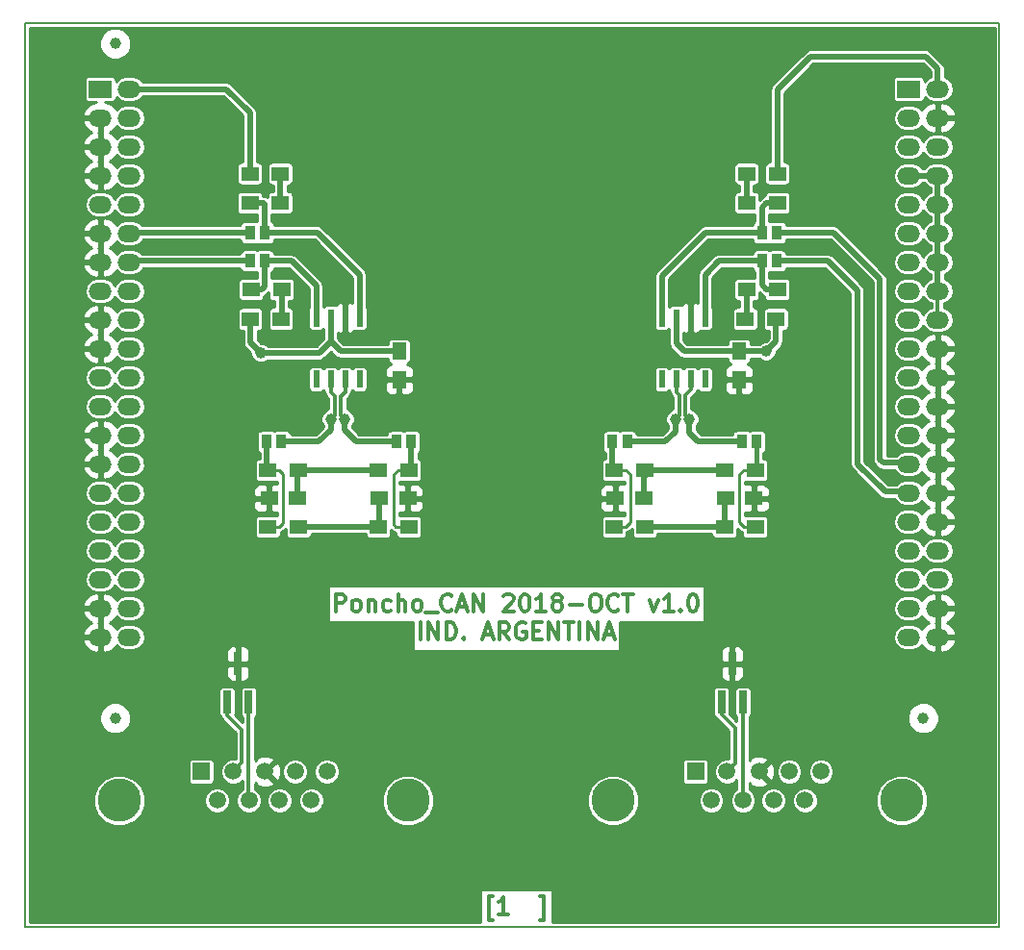
<source format=gbr>
G04 #@! TF.FileFunction,Copper,L1,Top,Signal*
%FSLAX46Y46*%
G04 Gerber Fmt 4.6, Leading zero omitted, Abs format (unit mm)*
G04 Created by KiCad (PCBNEW 4.0.7-e2-6376~58~ubuntu16.04.1) date Tue Nov 20 12:23:16 2018*
%MOMM*%
%LPD*%
G01*
G04 APERTURE LIST*
%ADD10C,0.100000*%
%ADD11C,0.300000*%
%ADD12C,0.150000*%
%ADD13R,1.500000X1.300000*%
%ADD14R,1.500000X1.250000*%
%ADD15R,1.250000X1.500000*%
%ADD16R,0.970000X1.270000*%
%ADD17C,3.810000*%
%ADD18R,1.520000X1.520000*%
%ADD19C,1.520000*%
%ADD20R,0.600000X1.550000*%
%ADD21R,2.000000X1.524000*%
%ADD22O,2.000000X1.524000*%
%ADD23C,1.000000*%
%ADD24R,0.700000X2.000000*%
%ADD25C,0.355600*%
%ADD26C,0.508000*%
%ADD27C,0.254000*%
%ADD28C,0.457200*%
%ADD29C,0.304800*%
G04 APERTURE END LIST*
D10*
D11*
X100571428Y-108678571D02*
X100571428Y-107178571D01*
X101285714Y-108678571D02*
X101285714Y-107178571D01*
X102142857Y-108678571D01*
X102142857Y-107178571D01*
X102857143Y-108678571D02*
X102857143Y-107178571D01*
X103214286Y-107178571D01*
X103428571Y-107250000D01*
X103571429Y-107392857D01*
X103642857Y-107535714D01*
X103714286Y-107821429D01*
X103714286Y-108035714D01*
X103642857Y-108321429D01*
X103571429Y-108464286D01*
X103428571Y-108607143D01*
X103214286Y-108678571D01*
X102857143Y-108678571D01*
X104357143Y-108535714D02*
X104428571Y-108607143D01*
X104357143Y-108678571D01*
X104285714Y-108607143D01*
X104357143Y-108535714D01*
X104357143Y-108678571D01*
X106142857Y-108250000D02*
X106857143Y-108250000D01*
X106000000Y-108678571D02*
X106500000Y-107178571D01*
X107000000Y-108678571D01*
X108357143Y-108678571D02*
X107857143Y-107964286D01*
X107500000Y-108678571D02*
X107500000Y-107178571D01*
X108071428Y-107178571D01*
X108214286Y-107250000D01*
X108285714Y-107321429D01*
X108357143Y-107464286D01*
X108357143Y-107678571D01*
X108285714Y-107821429D01*
X108214286Y-107892857D01*
X108071428Y-107964286D01*
X107500000Y-107964286D01*
X109785714Y-107250000D02*
X109642857Y-107178571D01*
X109428571Y-107178571D01*
X109214286Y-107250000D01*
X109071428Y-107392857D01*
X109000000Y-107535714D01*
X108928571Y-107821429D01*
X108928571Y-108035714D01*
X109000000Y-108321429D01*
X109071428Y-108464286D01*
X109214286Y-108607143D01*
X109428571Y-108678571D01*
X109571428Y-108678571D01*
X109785714Y-108607143D01*
X109857143Y-108535714D01*
X109857143Y-108035714D01*
X109571428Y-108035714D01*
X110500000Y-107892857D02*
X111000000Y-107892857D01*
X111214286Y-108678571D02*
X110500000Y-108678571D01*
X110500000Y-107178571D01*
X111214286Y-107178571D01*
X111857143Y-108678571D02*
X111857143Y-107178571D01*
X112714286Y-108678571D01*
X112714286Y-107178571D01*
X113214286Y-107178571D02*
X114071429Y-107178571D01*
X113642858Y-108678571D02*
X113642858Y-107178571D01*
X114571429Y-108678571D02*
X114571429Y-107178571D01*
X115285715Y-108678571D02*
X115285715Y-107178571D01*
X116142858Y-108678571D01*
X116142858Y-107178571D01*
X116785715Y-108250000D02*
X117500001Y-108250000D01*
X116642858Y-108678571D02*
X117142858Y-107178571D01*
X117642858Y-108678571D01*
X93107144Y-106178571D02*
X93107144Y-104678571D01*
X93678572Y-104678571D01*
X93821430Y-104750000D01*
X93892858Y-104821429D01*
X93964287Y-104964286D01*
X93964287Y-105178571D01*
X93892858Y-105321429D01*
X93821430Y-105392857D01*
X93678572Y-105464286D01*
X93107144Y-105464286D01*
X94821430Y-106178571D02*
X94678572Y-106107143D01*
X94607144Y-106035714D01*
X94535715Y-105892857D01*
X94535715Y-105464286D01*
X94607144Y-105321429D01*
X94678572Y-105250000D01*
X94821430Y-105178571D01*
X95035715Y-105178571D01*
X95178572Y-105250000D01*
X95250001Y-105321429D01*
X95321430Y-105464286D01*
X95321430Y-105892857D01*
X95250001Y-106035714D01*
X95178572Y-106107143D01*
X95035715Y-106178571D01*
X94821430Y-106178571D01*
X95964287Y-105178571D02*
X95964287Y-106178571D01*
X95964287Y-105321429D02*
X96035715Y-105250000D01*
X96178573Y-105178571D01*
X96392858Y-105178571D01*
X96535715Y-105250000D01*
X96607144Y-105392857D01*
X96607144Y-106178571D01*
X97964287Y-106107143D02*
X97821430Y-106178571D01*
X97535716Y-106178571D01*
X97392858Y-106107143D01*
X97321430Y-106035714D01*
X97250001Y-105892857D01*
X97250001Y-105464286D01*
X97321430Y-105321429D01*
X97392858Y-105250000D01*
X97535716Y-105178571D01*
X97821430Y-105178571D01*
X97964287Y-105250000D01*
X98607144Y-106178571D02*
X98607144Y-104678571D01*
X99250001Y-106178571D02*
X99250001Y-105392857D01*
X99178572Y-105250000D01*
X99035715Y-105178571D01*
X98821430Y-105178571D01*
X98678572Y-105250000D01*
X98607144Y-105321429D01*
X100178573Y-106178571D02*
X100035715Y-106107143D01*
X99964287Y-106035714D01*
X99892858Y-105892857D01*
X99892858Y-105464286D01*
X99964287Y-105321429D01*
X100035715Y-105250000D01*
X100178573Y-105178571D01*
X100392858Y-105178571D01*
X100535715Y-105250000D01*
X100607144Y-105321429D01*
X100678573Y-105464286D01*
X100678573Y-105892857D01*
X100607144Y-106035714D01*
X100535715Y-106107143D01*
X100392858Y-106178571D01*
X100178573Y-106178571D01*
X100964287Y-106321429D02*
X102107144Y-106321429D01*
X103321430Y-106035714D02*
X103250001Y-106107143D01*
X103035715Y-106178571D01*
X102892858Y-106178571D01*
X102678573Y-106107143D01*
X102535715Y-105964286D01*
X102464287Y-105821429D01*
X102392858Y-105535714D01*
X102392858Y-105321429D01*
X102464287Y-105035714D01*
X102535715Y-104892857D01*
X102678573Y-104750000D01*
X102892858Y-104678571D01*
X103035715Y-104678571D01*
X103250001Y-104750000D01*
X103321430Y-104821429D01*
X103892858Y-105750000D02*
X104607144Y-105750000D01*
X103750001Y-106178571D02*
X104250001Y-104678571D01*
X104750001Y-106178571D01*
X105250001Y-106178571D02*
X105250001Y-104678571D01*
X106107144Y-106178571D01*
X106107144Y-104678571D01*
X107892858Y-104821429D02*
X107964287Y-104750000D01*
X108107144Y-104678571D01*
X108464287Y-104678571D01*
X108607144Y-104750000D01*
X108678573Y-104821429D01*
X108750001Y-104964286D01*
X108750001Y-105107143D01*
X108678573Y-105321429D01*
X107821430Y-106178571D01*
X108750001Y-106178571D01*
X109678572Y-104678571D02*
X109821429Y-104678571D01*
X109964286Y-104750000D01*
X110035715Y-104821429D01*
X110107144Y-104964286D01*
X110178572Y-105250000D01*
X110178572Y-105607143D01*
X110107144Y-105892857D01*
X110035715Y-106035714D01*
X109964286Y-106107143D01*
X109821429Y-106178571D01*
X109678572Y-106178571D01*
X109535715Y-106107143D01*
X109464286Y-106035714D01*
X109392858Y-105892857D01*
X109321429Y-105607143D01*
X109321429Y-105250000D01*
X109392858Y-104964286D01*
X109464286Y-104821429D01*
X109535715Y-104750000D01*
X109678572Y-104678571D01*
X111607143Y-106178571D02*
X110750000Y-106178571D01*
X111178572Y-106178571D02*
X111178572Y-104678571D01*
X111035715Y-104892857D01*
X110892857Y-105035714D01*
X110750000Y-105107143D01*
X112464286Y-105321429D02*
X112321428Y-105250000D01*
X112250000Y-105178571D01*
X112178571Y-105035714D01*
X112178571Y-104964286D01*
X112250000Y-104821429D01*
X112321428Y-104750000D01*
X112464286Y-104678571D01*
X112750000Y-104678571D01*
X112892857Y-104750000D01*
X112964286Y-104821429D01*
X113035714Y-104964286D01*
X113035714Y-105035714D01*
X112964286Y-105178571D01*
X112892857Y-105250000D01*
X112750000Y-105321429D01*
X112464286Y-105321429D01*
X112321428Y-105392857D01*
X112250000Y-105464286D01*
X112178571Y-105607143D01*
X112178571Y-105892857D01*
X112250000Y-106035714D01*
X112321428Y-106107143D01*
X112464286Y-106178571D01*
X112750000Y-106178571D01*
X112892857Y-106107143D01*
X112964286Y-106035714D01*
X113035714Y-105892857D01*
X113035714Y-105607143D01*
X112964286Y-105464286D01*
X112892857Y-105392857D01*
X112750000Y-105321429D01*
X113678571Y-105607143D02*
X114821428Y-105607143D01*
X115821428Y-104678571D02*
X116107142Y-104678571D01*
X116250000Y-104750000D01*
X116392857Y-104892857D01*
X116464285Y-105178571D01*
X116464285Y-105678571D01*
X116392857Y-105964286D01*
X116250000Y-106107143D01*
X116107142Y-106178571D01*
X115821428Y-106178571D01*
X115678571Y-106107143D01*
X115535714Y-105964286D01*
X115464285Y-105678571D01*
X115464285Y-105178571D01*
X115535714Y-104892857D01*
X115678571Y-104750000D01*
X115821428Y-104678571D01*
X117964286Y-106035714D02*
X117892857Y-106107143D01*
X117678571Y-106178571D01*
X117535714Y-106178571D01*
X117321429Y-106107143D01*
X117178571Y-105964286D01*
X117107143Y-105821429D01*
X117035714Y-105535714D01*
X117035714Y-105321429D01*
X117107143Y-105035714D01*
X117178571Y-104892857D01*
X117321429Y-104750000D01*
X117535714Y-104678571D01*
X117678571Y-104678571D01*
X117892857Y-104750000D01*
X117964286Y-104821429D01*
X118392857Y-104678571D02*
X119250000Y-104678571D01*
X118821429Y-106178571D02*
X118821429Y-104678571D01*
X120750000Y-105178571D02*
X121107143Y-106178571D01*
X121464285Y-105178571D01*
X122821428Y-106178571D02*
X121964285Y-106178571D01*
X122392857Y-106178571D02*
X122392857Y-104678571D01*
X122250000Y-104892857D01*
X122107142Y-105035714D01*
X121964285Y-105107143D01*
X123464285Y-106035714D02*
X123535713Y-106107143D01*
X123464285Y-106178571D01*
X123392856Y-106107143D01*
X123464285Y-106035714D01*
X123464285Y-106178571D01*
X124464285Y-104678571D02*
X124607142Y-104678571D01*
X124749999Y-104750000D01*
X124821428Y-104821429D01*
X124892857Y-104964286D01*
X124964285Y-105250000D01*
X124964285Y-105607143D01*
X124892857Y-105892857D01*
X124821428Y-106035714D01*
X124749999Y-106107143D01*
X124607142Y-106178571D01*
X124464285Y-106178571D01*
X124321428Y-106107143D01*
X124249999Y-106035714D01*
X124178571Y-105892857D01*
X124107142Y-105607143D01*
X124107142Y-105250000D01*
X124178571Y-104964286D01*
X124249999Y-104821429D01*
X124321428Y-104750000D01*
X124464285Y-104678571D01*
X106928572Y-133378571D02*
X106571429Y-133378571D01*
X106571429Y-131235714D01*
X106928572Y-131235714D01*
X108285715Y-132878571D02*
X107428572Y-132878571D01*
X107857144Y-132878571D02*
X107857144Y-131378571D01*
X107714287Y-131592857D01*
X107571429Y-131735714D01*
X107428572Y-131807143D01*
X111071429Y-133378571D02*
X111428572Y-133378571D01*
X111428572Y-131235714D01*
X111071429Y-131235714D01*
D12*
X151500000Y-133950000D02*
X65800000Y-133950000D01*
X65800000Y-133950000D02*
X65800000Y-54395000D01*
X151500000Y-54395000D02*
X151500000Y-133950000D01*
X65800000Y-54395000D02*
X151500000Y-54395000D01*
D13*
X88300000Y-80450000D03*
X85600000Y-80450000D03*
X129250000Y-67650000D03*
X131950000Y-67650000D03*
X85650000Y-77850000D03*
X88350000Y-77850000D03*
X131950000Y-70250000D03*
X129250000Y-70250000D03*
D14*
X117700000Y-96250000D03*
X120200000Y-96250000D03*
X127400000Y-96250000D03*
X129900000Y-96250000D03*
X99450000Y-96250000D03*
X96950000Y-96250000D03*
X89750000Y-96250000D03*
X87250000Y-96250000D03*
D15*
X128600000Y-83300000D03*
X128600000Y-85800000D03*
X98700000Y-83300000D03*
X98700000Y-85800000D03*
D16*
X85560000Y-72850000D03*
X86840000Y-72850000D03*
X85560000Y-75350000D03*
X86840000Y-75350000D03*
X131900000Y-75350000D03*
X130620000Y-75350000D03*
X131900000Y-72850000D03*
X130620000Y-72850000D03*
D17*
X117510000Y-122850000D03*
X142910000Y-122850000D03*
D18*
X124750000Y-120310000D03*
D19*
X127540000Y-120310000D03*
X130340000Y-120310000D03*
X133000000Y-120310000D03*
X135800000Y-120310000D03*
X134400000Y-122850000D03*
X131610000Y-122850000D03*
X128940000Y-122850000D03*
X126150000Y-122850000D03*
D17*
X74050000Y-122850000D03*
X99450000Y-122850000D03*
D18*
X81290000Y-120310000D03*
D19*
X84080000Y-120310000D03*
X86880000Y-120310000D03*
X89540000Y-120310000D03*
X92340000Y-120310000D03*
X90940000Y-122850000D03*
X88150000Y-122850000D03*
X85480000Y-122850000D03*
X82690000Y-122850000D03*
D16*
X128860000Y-91250000D03*
X130140000Y-91250000D03*
X117460000Y-91250000D03*
X118740000Y-91250000D03*
X98460000Y-91250000D03*
X99740000Y-91250000D03*
X87060000Y-91250000D03*
X88340000Y-91250000D03*
D13*
X120300000Y-93750000D03*
X117600000Y-93750000D03*
X120300000Y-98750000D03*
X117600000Y-98750000D03*
X89850000Y-98750000D03*
X87150000Y-98750000D03*
X89850000Y-93750000D03*
X87150000Y-93750000D03*
X130000000Y-93750000D03*
X127300000Y-93750000D03*
X130000000Y-98750000D03*
X127300000Y-98750000D03*
X99550000Y-98750000D03*
X96850000Y-98750000D03*
X99550000Y-93750000D03*
X96850000Y-93750000D03*
D20*
X125605000Y-80350000D03*
X124335000Y-80350000D03*
X123065000Y-80350000D03*
X121795000Y-80350000D03*
X121795000Y-85750000D03*
X123065000Y-85750000D03*
X124335000Y-85750000D03*
X125605000Y-85750000D03*
X95205000Y-80350000D03*
X93935000Y-80350000D03*
X92665000Y-80350000D03*
X91395000Y-80350000D03*
X91395000Y-85750000D03*
X92665000Y-85750000D03*
X93935000Y-85750000D03*
X95205000Y-85750000D03*
D13*
X131950000Y-77850000D03*
X129250000Y-77850000D03*
X85550000Y-70250000D03*
X88250000Y-70250000D03*
X129150000Y-80450000D03*
X131850000Y-80450000D03*
X88250000Y-67650000D03*
X85550000Y-67650000D03*
D21*
X143520000Y-60210000D03*
D22*
X146060000Y-60210000D03*
X143520000Y-72910000D03*
X146060000Y-62750000D03*
X143520000Y-75450000D03*
X146060000Y-65290000D03*
X143520000Y-77990000D03*
X146060000Y-67830000D03*
X143520000Y-80530000D03*
X146060000Y-70370000D03*
X143520000Y-83070000D03*
X146060000Y-72910000D03*
X143520000Y-85610000D03*
X146060000Y-75450000D03*
X143520000Y-88150000D03*
X146060000Y-77990000D03*
X143520000Y-90690000D03*
X146060000Y-80530000D03*
X143520000Y-93230000D03*
X146060000Y-83070000D03*
X143520000Y-95770000D03*
X146060000Y-85610000D03*
X143520000Y-98310000D03*
X146060000Y-88150000D03*
X146060000Y-90690000D03*
X143520000Y-100850000D03*
X146060000Y-93230000D03*
X146060000Y-98310000D03*
X146060000Y-100850000D03*
X146060000Y-103390000D03*
X146060000Y-105930000D03*
X143520000Y-103390000D03*
X143520000Y-105930000D03*
X143520000Y-62750000D03*
X143520000Y-65290000D03*
X143520000Y-67830000D03*
X143520000Y-70370000D03*
X143520000Y-108470000D03*
X146060000Y-108470000D03*
X146060000Y-95770000D03*
D21*
X72400000Y-60210000D03*
D22*
X74940000Y-60210000D03*
X72400000Y-62750000D03*
X74940000Y-62750000D03*
X72400000Y-65290000D03*
X74940000Y-65290000D03*
X72400000Y-67830000D03*
X74940000Y-67830000D03*
X72400000Y-70370000D03*
X74940000Y-70370000D03*
X72400000Y-72910000D03*
X74940000Y-72910000D03*
X72400000Y-75450000D03*
X74940000Y-75450000D03*
X72400000Y-77990000D03*
X74940000Y-77990000D03*
X72400000Y-80530000D03*
X74940000Y-80530000D03*
X72400000Y-83070000D03*
X74940000Y-83070000D03*
X72400000Y-85610000D03*
X74940000Y-85610000D03*
X72400000Y-88150000D03*
X74940000Y-88150000D03*
X72400000Y-90690000D03*
X74940000Y-90690000D03*
X72400000Y-93230000D03*
X74940000Y-93230000D03*
X72400000Y-95770000D03*
X74940000Y-95770000D03*
X72400000Y-98310000D03*
X74940000Y-98310000D03*
X72400000Y-100850000D03*
X74940000Y-100850000D03*
X72400000Y-103390000D03*
X74940000Y-103390000D03*
X72400000Y-105930000D03*
X74940000Y-105930000D03*
X72400000Y-108470000D03*
X74940000Y-108470000D03*
D23*
X73700000Y-115600000D03*
X144800000Y-115600000D03*
X73700000Y-56200000D03*
D24*
X127050000Y-114200000D03*
X128950000Y-114200000D03*
X128000000Y-110800000D03*
X83550000Y-114200000D03*
X85450000Y-114200000D03*
X84500000Y-110800000D03*
D23*
X130992884Y-83300000D03*
X124227000Y-89250000D03*
X122973000Y-89250000D03*
X93927000Y-89250000D03*
X92673000Y-89250000D03*
X86500000Y-83450000D03*
D25*
X128600000Y-83300000D02*
X130992884Y-83300000D01*
D26*
X146060000Y-60210000D02*
X146060000Y-58378645D01*
X146060000Y-58378645D02*
X145031355Y-57350000D01*
X131950000Y-60282578D02*
X131950000Y-67650000D01*
X145031355Y-57350000D02*
X134882578Y-57350000D01*
X134882578Y-57350000D02*
X131950000Y-60282578D01*
X130992884Y-83300000D02*
X123750000Y-83300000D01*
X123750000Y-83300000D02*
X123065000Y-82615000D01*
X123065000Y-82615000D02*
X123065000Y-80350000D01*
X131850000Y-80450000D02*
X131850000Y-82442884D01*
X131850000Y-82442884D02*
X130992884Y-83300000D01*
D25*
X146060000Y-77990000D02*
X146060000Y-80530000D01*
X146060000Y-75450000D02*
X146060000Y-77990000D01*
X146060000Y-72910000D02*
X146060000Y-75450000D01*
X146060000Y-70370000D02*
X146060000Y-72910000D01*
X146060000Y-67830000D02*
X146060000Y-70370000D01*
X146060000Y-67830000D02*
X146060000Y-80530000D01*
D26*
X146060000Y-67830000D02*
X146060000Y-77990000D01*
X143520000Y-67830000D02*
X146060000Y-67830000D01*
X120200000Y-96250000D02*
X120200000Y-94419880D01*
X120200000Y-94419880D02*
X120585808Y-94034072D01*
X120585808Y-94034072D02*
X120585808Y-93750000D01*
X127300000Y-93750000D02*
X120585808Y-93750000D01*
X127300000Y-98750000D02*
X127300000Y-96350000D01*
X127300000Y-96350000D02*
X127400000Y-96250000D01*
X120300000Y-98750000D02*
X121558000Y-98750000D01*
X121558000Y-98750000D02*
X127300000Y-98750000D01*
X96850000Y-98750000D02*
X89850000Y-98750000D01*
X96950000Y-96250000D02*
X96950000Y-98650000D01*
X96950000Y-98650000D02*
X96850000Y-98750000D01*
X89850000Y-93750000D02*
X96850000Y-93750000D01*
X89750000Y-96250000D02*
X89750000Y-93850000D01*
X89750000Y-93850000D02*
X89850000Y-93750000D01*
D27*
X130000000Y-98750000D02*
X128996000Y-98750000D01*
X128600000Y-94146000D02*
X128996000Y-93750000D01*
X128996000Y-98750000D02*
X128600000Y-98354000D01*
X128600000Y-98354000D02*
X128600000Y-94146000D01*
X128996000Y-93750000D02*
X130000000Y-93750000D01*
D28*
X130140000Y-91250000D02*
X130140000Y-93610000D01*
D27*
X99550000Y-98750000D02*
X98412851Y-98750000D01*
X98598607Y-93750000D02*
X99550000Y-93750000D01*
X98412851Y-98750000D02*
X98200000Y-98537149D01*
X98200000Y-98537149D02*
X98200000Y-94148607D01*
X98200000Y-94148607D02*
X98598607Y-93750000D01*
D26*
X99550000Y-93750000D02*
X99450000Y-93750000D01*
X99740000Y-91250000D02*
X99740000Y-93560000D01*
X99740000Y-93560000D02*
X99550000Y-93750000D01*
X131950000Y-77850000D02*
X131000000Y-77850000D01*
X131000000Y-77850000D02*
X130620000Y-77470000D01*
X130620000Y-77470000D02*
X130620000Y-75350000D01*
X126800000Y-75350000D02*
X125605000Y-76545000D01*
X125605000Y-76545000D02*
X125605000Y-80350000D01*
X130620000Y-75350000D02*
X126800000Y-75350000D01*
X129250000Y-77850000D02*
X129250000Y-80350000D01*
X129250000Y-80350000D02*
X129150000Y-80450000D01*
X86840000Y-72850000D02*
X91500000Y-72850000D01*
X95205000Y-76555000D02*
X95205000Y-80350000D01*
X91500000Y-72850000D02*
X95205000Y-76555000D01*
X86840000Y-72850000D02*
X86840000Y-70282000D01*
X86808000Y-70250000D02*
X85550000Y-70250000D01*
X88250000Y-67650000D02*
X88250000Y-70250000D01*
X130620000Y-72850000D02*
X130620000Y-70613905D01*
X130620000Y-70613905D02*
X130983905Y-70250000D01*
X130983905Y-70250000D02*
X131950000Y-70250000D01*
X130620000Y-72850000D02*
X125600000Y-72850000D01*
X125600000Y-72850000D02*
X121795000Y-76655000D01*
X121795000Y-76655000D02*
X121795000Y-80350000D01*
X129250000Y-70250000D02*
X129250000Y-67650000D01*
X86600000Y-77850000D02*
X86840000Y-77610000D01*
X86840000Y-77610000D02*
X86840000Y-75350000D01*
X85650000Y-77850000D02*
X86600000Y-77850000D01*
X86840000Y-75350000D02*
X89200000Y-75350000D01*
X89200000Y-75350000D02*
X91395000Y-77545000D01*
X91395000Y-77545000D02*
X91395000Y-80350000D01*
X88350000Y-77850000D02*
X88350000Y-80400000D01*
X117460000Y-91250000D02*
X117460000Y-93610000D01*
X117460000Y-93610000D02*
X117600000Y-93750000D01*
D27*
X117600000Y-93750000D02*
X118604000Y-93750000D01*
X118604000Y-93750000D02*
X119000000Y-94146000D01*
X119000000Y-98354000D02*
X118604000Y-98750000D01*
X119000000Y-94146000D02*
X119000000Y-98354000D01*
X118604000Y-98750000D02*
X117600000Y-98750000D01*
X87150000Y-93750000D02*
X88154000Y-93750000D01*
X88154000Y-93750000D02*
X88500000Y-94096000D01*
X88500000Y-94096000D02*
X88500000Y-98404000D01*
X88500000Y-98404000D02*
X88154000Y-98750000D01*
X88154000Y-98750000D02*
X87150000Y-98750000D01*
D26*
X87060000Y-91250000D02*
X87060000Y-93660000D01*
X87060000Y-93660000D02*
X87150000Y-93750000D01*
X81560000Y-72850000D02*
X85560000Y-72850000D01*
X81560000Y-72850000D02*
X75000000Y-72850000D01*
X75000000Y-72850000D02*
X74940000Y-72910000D01*
X81560000Y-75350000D02*
X85560000Y-75350000D01*
X81560000Y-75350000D02*
X75040000Y-75350000D01*
X75040000Y-75350000D02*
X74940000Y-75450000D01*
X143260000Y-95670000D02*
X141437528Y-95670000D01*
X141437528Y-95670000D02*
X139000000Y-93232472D01*
X139000000Y-93232472D02*
X139000000Y-77935052D01*
X139000000Y-77935052D02*
X136414948Y-75350000D01*
X136400000Y-75350000D02*
X131900000Y-75350000D01*
X136414948Y-75350000D02*
X136400000Y-75350000D01*
X131900000Y-72850000D02*
X136924584Y-72850000D01*
X136924584Y-72850000D02*
X140977366Y-76902782D01*
X140977366Y-76902782D02*
X140977366Y-92840019D01*
X140977366Y-92840019D02*
X141267347Y-93130000D01*
X141267347Y-93130000D02*
X143260000Y-93130000D01*
D29*
X124335000Y-85750000D02*
X124335000Y-86698198D01*
X124335000Y-86698198D02*
X123879399Y-87153799D01*
X123879399Y-88902399D02*
X124227000Y-89250000D01*
X123879399Y-87153799D02*
X123879399Y-88902399D01*
D25*
X128940000Y-122850000D02*
X128940000Y-114010000D01*
X128940000Y-114010000D02*
X128950000Y-114000000D01*
D26*
X124227000Y-90477000D02*
X125000000Y-91250000D01*
X125000000Y-91250000D02*
X126227000Y-91250000D01*
X124227000Y-89250000D02*
X124227000Y-90477000D01*
X126227000Y-91250000D02*
X128860000Y-91250000D01*
D29*
X123065000Y-85750000D02*
X123065000Y-86899422D01*
X123065000Y-86899422D02*
X123320601Y-87155023D01*
X123320601Y-87155023D02*
X123320601Y-88902399D01*
X123320601Y-88902399D02*
X122973000Y-89250000D01*
D25*
X127050000Y-114000000D02*
X127050000Y-115281246D01*
X127050000Y-115281246D02*
X128238605Y-116469851D01*
X128238605Y-116469851D02*
X128238605Y-119611395D01*
X128238605Y-119611395D02*
X127540000Y-120310000D01*
D26*
X122100000Y-91250000D02*
X122973000Y-90377000D01*
X118740000Y-91250000D02*
X121173000Y-91250000D01*
X121173000Y-91250000D02*
X122100000Y-91250000D01*
X122973000Y-90377000D02*
X122973000Y-89250000D01*
D25*
X85480000Y-122850000D02*
X85461555Y-122831555D01*
X85461555Y-122831555D02*
X85461555Y-114011555D01*
X85461555Y-114011555D02*
X85450000Y-114000000D01*
D26*
X93927000Y-89250000D02*
X93927000Y-90255140D01*
X94921860Y-91250000D02*
X98460000Y-91250000D01*
X93927000Y-90255140D02*
X94921860Y-91250000D01*
D29*
X93579399Y-88902399D02*
X93927000Y-89250000D01*
X93935000Y-85750000D02*
X93935000Y-86912500D01*
X93935000Y-86912500D02*
X93579399Y-87268101D01*
X93579399Y-87268101D02*
X93579399Y-88902399D01*
D25*
X84839999Y-116639999D02*
X83550000Y-115350000D01*
X83550000Y-115350000D02*
X83550000Y-114000000D01*
X84080000Y-120310000D02*
X84839999Y-119550001D01*
X84839999Y-119550001D02*
X84839999Y-116639999D01*
D26*
X88340000Y-91250000D02*
X91624383Y-91250000D01*
X91624383Y-91250000D02*
X92673000Y-90201383D01*
X92673000Y-90201383D02*
X92673000Y-89250000D01*
D29*
X93020601Y-88902399D02*
X92673000Y-89250000D01*
X92665000Y-85750000D02*
X92665000Y-86912500D01*
X92665000Y-86912500D02*
X93020601Y-87268101D01*
X93020601Y-87268101D02*
X93020601Y-88902399D01*
X92687405Y-85772405D02*
X92665000Y-85750000D01*
D26*
X85550000Y-62300000D02*
X83460000Y-60210000D01*
X83460000Y-60210000D02*
X80360000Y-60210000D01*
X85550000Y-67650000D02*
X85550000Y-62300000D01*
X86500000Y-83450000D02*
X85600000Y-82550000D01*
X85600000Y-82550000D02*
X85600000Y-80450000D01*
X91672965Y-83450000D02*
X86500000Y-83450000D01*
X80360000Y-60210000D02*
X74940000Y-60210000D01*
X91672965Y-83450000D02*
X92665000Y-82457965D01*
X92665000Y-82457965D02*
X92665000Y-81633000D01*
X92665000Y-81633000D02*
X92665000Y-82437798D01*
X93527202Y-83300000D02*
X98700000Y-83300000D01*
X92665000Y-82437798D02*
X93527202Y-83300000D01*
X92665000Y-80350000D02*
X92665000Y-81633000D01*
D27*
G36*
X151094800Y-133544800D02*
X112187343Y-133544800D01*
X112187343Y-130669800D01*
X105812658Y-130669800D01*
X105812658Y-133544800D01*
X66205200Y-133544800D01*
X66205200Y-123301926D01*
X71767605Y-123301926D01*
X72114287Y-124140960D01*
X72755663Y-124783457D01*
X73594091Y-125131603D01*
X74501926Y-125132395D01*
X75340960Y-124785713D01*
X75983457Y-124144337D01*
X76331603Y-123305909D01*
X76331804Y-123075171D01*
X81552803Y-123075171D01*
X81725536Y-123493217D01*
X82045100Y-123813340D01*
X82462845Y-123986802D01*
X82915171Y-123987197D01*
X83333217Y-123814464D01*
X83653340Y-123494900D01*
X83826802Y-123077155D01*
X83827197Y-122624829D01*
X83654464Y-122206783D01*
X83334900Y-121886660D01*
X82917155Y-121713198D01*
X82464829Y-121712803D01*
X82046783Y-121885536D01*
X81726660Y-122205100D01*
X81553198Y-122622845D01*
X81552803Y-123075171D01*
X76331804Y-123075171D01*
X76332395Y-122398074D01*
X75985713Y-121559040D01*
X75344337Y-120916543D01*
X74505909Y-120568397D01*
X73598074Y-120567605D01*
X72759040Y-120914287D01*
X72116543Y-121555663D01*
X71768397Y-122394091D01*
X71767605Y-123301926D01*
X66205200Y-123301926D01*
X66205200Y-119550000D01*
X80145615Y-119550000D01*
X80145615Y-121070000D01*
X80171903Y-121209708D01*
X80254470Y-121338020D01*
X80380453Y-121424101D01*
X80530000Y-121454385D01*
X82050000Y-121454385D01*
X82189708Y-121428097D01*
X82318020Y-121345530D01*
X82404101Y-121219547D01*
X82434385Y-121070000D01*
X82434385Y-119550000D01*
X82408097Y-119410292D01*
X82325530Y-119281980D01*
X82199547Y-119195899D01*
X82050000Y-119165615D01*
X80530000Y-119165615D01*
X80390292Y-119191903D01*
X80261980Y-119274470D01*
X80175899Y-119400453D01*
X80145615Y-119550000D01*
X66205200Y-119550000D01*
X66205200Y-115876661D01*
X72302758Y-115876661D01*
X72514990Y-116390303D01*
X72907630Y-116783629D01*
X73420900Y-116996757D01*
X73976661Y-116997242D01*
X74490303Y-116785010D01*
X74883629Y-116392370D01*
X75096757Y-115879100D01*
X75097242Y-115323339D01*
X74885010Y-114809697D01*
X74492370Y-114416371D01*
X73979100Y-114203243D01*
X73423339Y-114202758D01*
X72909697Y-114414990D01*
X72516371Y-114807630D01*
X72303243Y-115320900D01*
X72302758Y-115876661D01*
X66205200Y-115876661D01*
X66205200Y-113200000D01*
X82815615Y-113200000D01*
X82815615Y-115200000D01*
X82841903Y-115339708D01*
X82924470Y-115468020D01*
X83033494Y-115542513D01*
X83037432Y-115562313D01*
X83111757Y-115673549D01*
X83157697Y-115742303D01*
X84285199Y-116869805D01*
X84285199Y-119173179D01*
X83854829Y-119172803D01*
X83436783Y-119345536D01*
X83116660Y-119665100D01*
X82943198Y-120082845D01*
X82942803Y-120535171D01*
X83115536Y-120953217D01*
X83435100Y-121273340D01*
X83852845Y-121446802D01*
X84305171Y-121447197D01*
X84723217Y-121274464D01*
X84906755Y-121091246D01*
X84906755Y-121856624D01*
X84836783Y-121885536D01*
X84516660Y-122205100D01*
X84343198Y-122622845D01*
X84342803Y-123075171D01*
X84515536Y-123493217D01*
X84835100Y-123813340D01*
X85252845Y-123986802D01*
X85705171Y-123987197D01*
X86123217Y-123814464D01*
X86443340Y-123494900D01*
X86616802Y-123077155D01*
X86616803Y-123075171D01*
X87012803Y-123075171D01*
X87185536Y-123493217D01*
X87505100Y-123813340D01*
X87922845Y-123986802D01*
X88375171Y-123987197D01*
X88793217Y-123814464D01*
X89113340Y-123494900D01*
X89286802Y-123077155D01*
X89286803Y-123075171D01*
X89802803Y-123075171D01*
X89975536Y-123493217D01*
X90295100Y-123813340D01*
X90712845Y-123986802D01*
X91165171Y-123987197D01*
X91583217Y-123814464D01*
X91903340Y-123494900D01*
X91983469Y-123301926D01*
X97167605Y-123301926D01*
X97514287Y-124140960D01*
X98155663Y-124783457D01*
X98994091Y-125131603D01*
X99901926Y-125132395D01*
X100740960Y-124785713D01*
X101383457Y-124144337D01*
X101731603Y-123305909D01*
X101731606Y-123301926D01*
X115227605Y-123301926D01*
X115574287Y-124140960D01*
X116215663Y-124783457D01*
X117054091Y-125131603D01*
X117961926Y-125132395D01*
X118800960Y-124785713D01*
X119443457Y-124144337D01*
X119791603Y-123305909D01*
X119791804Y-123075171D01*
X125012803Y-123075171D01*
X125185536Y-123493217D01*
X125505100Y-123813340D01*
X125922845Y-123986802D01*
X126375171Y-123987197D01*
X126793217Y-123814464D01*
X127113340Y-123494900D01*
X127286802Y-123077155D01*
X127287197Y-122624829D01*
X127114464Y-122206783D01*
X126794900Y-121886660D01*
X126377155Y-121713198D01*
X125924829Y-121712803D01*
X125506783Y-121885536D01*
X125186660Y-122205100D01*
X125013198Y-122622845D01*
X125012803Y-123075171D01*
X119791804Y-123075171D01*
X119792395Y-122398074D01*
X119445713Y-121559040D01*
X118804337Y-120916543D01*
X117965909Y-120568397D01*
X117058074Y-120567605D01*
X116219040Y-120914287D01*
X115576543Y-121555663D01*
X115228397Y-122394091D01*
X115227605Y-123301926D01*
X101731606Y-123301926D01*
X101732395Y-122398074D01*
X101385713Y-121559040D01*
X100744337Y-120916543D01*
X99905909Y-120568397D01*
X98998074Y-120567605D01*
X98159040Y-120914287D01*
X97516543Y-121555663D01*
X97168397Y-122394091D01*
X97167605Y-123301926D01*
X91983469Y-123301926D01*
X92076802Y-123077155D01*
X92077197Y-122624829D01*
X91904464Y-122206783D01*
X91584900Y-121886660D01*
X91167155Y-121713198D01*
X90714829Y-121712803D01*
X90296783Y-121885536D01*
X89976660Y-122205100D01*
X89803198Y-122622845D01*
X89802803Y-123075171D01*
X89286803Y-123075171D01*
X89287197Y-122624829D01*
X89114464Y-122206783D01*
X88794900Y-121886660D01*
X88377155Y-121713198D01*
X87924829Y-121712803D01*
X87506783Y-121885536D01*
X87186660Y-122205100D01*
X87013198Y-122622845D01*
X87012803Y-123075171D01*
X86616803Y-123075171D01*
X86617197Y-122624829D01*
X86444464Y-122206783D01*
X86124900Y-121886660D01*
X86016355Y-121841588D01*
X86016355Y-121353253D01*
X86080842Y-121288766D01*
X86150059Y-121530742D01*
X86672780Y-121717155D01*
X87227049Y-121689341D01*
X87609941Y-121530742D01*
X87679159Y-121288764D01*
X86880000Y-120489605D01*
X86865858Y-120503748D01*
X86686253Y-120324143D01*
X86700395Y-120310000D01*
X87059605Y-120310000D01*
X87858764Y-121109159D01*
X88100742Y-121039941D01*
X88280753Y-120535171D01*
X88402803Y-120535171D01*
X88575536Y-120953217D01*
X88895100Y-121273340D01*
X89312845Y-121446802D01*
X89765171Y-121447197D01*
X90183217Y-121274464D01*
X90503340Y-120954900D01*
X90676802Y-120537155D01*
X90676803Y-120535171D01*
X91202803Y-120535171D01*
X91375536Y-120953217D01*
X91695100Y-121273340D01*
X92112845Y-121446802D01*
X92565171Y-121447197D01*
X92983217Y-121274464D01*
X93303340Y-120954900D01*
X93476802Y-120537155D01*
X93477197Y-120084829D01*
X93304464Y-119666783D01*
X93187885Y-119550000D01*
X123605615Y-119550000D01*
X123605615Y-121070000D01*
X123631903Y-121209708D01*
X123714470Y-121338020D01*
X123840453Y-121424101D01*
X123990000Y-121454385D01*
X125510000Y-121454385D01*
X125649708Y-121428097D01*
X125778020Y-121345530D01*
X125864101Y-121219547D01*
X125894385Y-121070000D01*
X125894385Y-119550000D01*
X125868097Y-119410292D01*
X125785530Y-119281980D01*
X125659547Y-119195899D01*
X125510000Y-119165615D01*
X123990000Y-119165615D01*
X123850292Y-119191903D01*
X123721980Y-119274470D01*
X123635899Y-119400453D01*
X123605615Y-119550000D01*
X93187885Y-119550000D01*
X92984900Y-119346660D01*
X92567155Y-119173198D01*
X92114829Y-119172803D01*
X91696783Y-119345536D01*
X91376660Y-119665100D01*
X91203198Y-120082845D01*
X91202803Y-120535171D01*
X90676803Y-120535171D01*
X90677197Y-120084829D01*
X90504464Y-119666783D01*
X90184900Y-119346660D01*
X89767155Y-119173198D01*
X89314829Y-119172803D01*
X88896783Y-119345536D01*
X88576660Y-119665100D01*
X88403198Y-120082845D01*
X88402803Y-120535171D01*
X88280753Y-120535171D01*
X88287155Y-120517220D01*
X88259341Y-119962951D01*
X88100742Y-119580059D01*
X87858764Y-119510841D01*
X87059605Y-120310000D01*
X86700395Y-120310000D01*
X86686253Y-120295858D01*
X86865858Y-120116253D01*
X86880000Y-120130395D01*
X87679159Y-119331236D01*
X87609941Y-119089258D01*
X87087220Y-118902845D01*
X86532951Y-118930659D01*
X86150059Y-119089258D01*
X86080842Y-119331234D01*
X86016355Y-119266747D01*
X86016355Y-115508776D01*
X86068020Y-115475530D01*
X86154101Y-115349547D01*
X86184385Y-115200000D01*
X86184385Y-113200000D01*
X126315615Y-113200000D01*
X126315615Y-115200000D01*
X126341903Y-115339708D01*
X126424470Y-115468020D01*
X126550453Y-115554101D01*
X126582177Y-115560525D01*
X126583372Y-115562313D01*
X126657697Y-115673549D01*
X127683805Y-116699657D01*
X127683805Y-119173125D01*
X127314829Y-119172803D01*
X126896783Y-119345536D01*
X126576660Y-119665100D01*
X126403198Y-120082845D01*
X126402803Y-120535171D01*
X126575536Y-120953217D01*
X126895100Y-121273340D01*
X127312845Y-121446802D01*
X127765171Y-121447197D01*
X128183217Y-121274464D01*
X128385200Y-121072834D01*
X128385200Y-121849003D01*
X128296783Y-121885536D01*
X127976660Y-122205100D01*
X127803198Y-122622845D01*
X127802803Y-123075171D01*
X127975536Y-123493217D01*
X128295100Y-123813340D01*
X128712845Y-123986802D01*
X129165171Y-123987197D01*
X129583217Y-123814464D01*
X129903340Y-123494900D01*
X130076802Y-123077155D01*
X130076803Y-123075171D01*
X130472803Y-123075171D01*
X130645536Y-123493217D01*
X130965100Y-123813340D01*
X131382845Y-123986802D01*
X131835171Y-123987197D01*
X132253217Y-123814464D01*
X132573340Y-123494900D01*
X132746802Y-123077155D01*
X132746803Y-123075171D01*
X133262803Y-123075171D01*
X133435536Y-123493217D01*
X133755100Y-123813340D01*
X134172845Y-123986802D01*
X134625171Y-123987197D01*
X135043217Y-123814464D01*
X135363340Y-123494900D01*
X135443469Y-123301926D01*
X140627605Y-123301926D01*
X140974287Y-124140960D01*
X141615663Y-124783457D01*
X142454091Y-125131603D01*
X143361926Y-125132395D01*
X144200960Y-124785713D01*
X144843457Y-124144337D01*
X145191603Y-123305909D01*
X145192395Y-122398074D01*
X144845713Y-121559040D01*
X144204337Y-120916543D01*
X143365909Y-120568397D01*
X142458074Y-120567605D01*
X141619040Y-120914287D01*
X140976543Y-121555663D01*
X140628397Y-122394091D01*
X140627605Y-123301926D01*
X135443469Y-123301926D01*
X135536802Y-123077155D01*
X135537197Y-122624829D01*
X135364464Y-122206783D01*
X135044900Y-121886660D01*
X134627155Y-121713198D01*
X134174829Y-121712803D01*
X133756783Y-121885536D01*
X133436660Y-122205100D01*
X133263198Y-122622845D01*
X133262803Y-123075171D01*
X132746803Y-123075171D01*
X132747197Y-122624829D01*
X132574464Y-122206783D01*
X132254900Y-121886660D01*
X131837155Y-121713198D01*
X131384829Y-121712803D01*
X130966783Y-121885536D01*
X130646660Y-122205100D01*
X130473198Y-122622845D01*
X130472803Y-123075171D01*
X130076803Y-123075171D01*
X130077197Y-122624829D01*
X129904464Y-122206783D01*
X129584900Y-121886660D01*
X129494800Y-121849247D01*
X129494800Y-121334808D01*
X129540842Y-121288766D01*
X129610059Y-121530742D01*
X130132780Y-121717155D01*
X130687049Y-121689341D01*
X131069941Y-121530742D01*
X131139159Y-121288764D01*
X130340000Y-120489605D01*
X130325858Y-120503748D01*
X130146253Y-120324143D01*
X130160395Y-120310000D01*
X130519605Y-120310000D01*
X131318764Y-121109159D01*
X131560742Y-121039941D01*
X131740753Y-120535171D01*
X131862803Y-120535171D01*
X132035536Y-120953217D01*
X132355100Y-121273340D01*
X132772845Y-121446802D01*
X133225171Y-121447197D01*
X133643217Y-121274464D01*
X133963340Y-120954900D01*
X134136802Y-120537155D01*
X134136803Y-120535171D01*
X134662803Y-120535171D01*
X134835536Y-120953217D01*
X135155100Y-121273340D01*
X135572845Y-121446802D01*
X136025171Y-121447197D01*
X136443217Y-121274464D01*
X136763340Y-120954900D01*
X136936802Y-120537155D01*
X136937197Y-120084829D01*
X136764464Y-119666783D01*
X136444900Y-119346660D01*
X136027155Y-119173198D01*
X135574829Y-119172803D01*
X135156783Y-119345536D01*
X134836660Y-119665100D01*
X134663198Y-120082845D01*
X134662803Y-120535171D01*
X134136803Y-120535171D01*
X134137197Y-120084829D01*
X133964464Y-119666783D01*
X133644900Y-119346660D01*
X133227155Y-119173198D01*
X132774829Y-119172803D01*
X132356783Y-119345536D01*
X132036660Y-119665100D01*
X131863198Y-120082845D01*
X131862803Y-120535171D01*
X131740753Y-120535171D01*
X131747155Y-120517220D01*
X131719341Y-119962951D01*
X131560742Y-119580059D01*
X131318764Y-119510841D01*
X130519605Y-120310000D01*
X130160395Y-120310000D01*
X130146253Y-120295858D01*
X130325858Y-120116253D01*
X130340000Y-120130395D01*
X131139159Y-119331236D01*
X131069941Y-119089258D01*
X130547220Y-118902845D01*
X129992951Y-118930659D01*
X129610059Y-119089258D01*
X129540842Y-119331234D01*
X129494800Y-119285192D01*
X129494800Y-115876661D01*
X143402758Y-115876661D01*
X143614990Y-116390303D01*
X144007630Y-116783629D01*
X144520900Y-116996757D01*
X145076661Y-116997242D01*
X145590303Y-116785010D01*
X145983629Y-116392370D01*
X146196757Y-115879100D01*
X146197242Y-115323339D01*
X145985010Y-114809697D01*
X145592370Y-114416371D01*
X145079100Y-114203243D01*
X144523339Y-114202758D01*
X144009697Y-114414990D01*
X143616371Y-114807630D01*
X143403243Y-115320900D01*
X143402758Y-115876661D01*
X129494800Y-115876661D01*
X129494800Y-115522646D01*
X129568020Y-115475530D01*
X129654101Y-115349547D01*
X129684385Y-115200000D01*
X129684385Y-113200000D01*
X129658097Y-113060292D01*
X129575530Y-112931980D01*
X129449547Y-112845899D01*
X129300000Y-112815615D01*
X128600000Y-112815615D01*
X128460292Y-112841903D01*
X128331980Y-112924470D01*
X128245899Y-113050453D01*
X128215615Y-113200000D01*
X128215615Y-115200000D01*
X128241903Y-115339708D01*
X128324470Y-115468020D01*
X128385200Y-115509515D01*
X128385200Y-115831840D01*
X127779160Y-115225800D01*
X127784385Y-115200000D01*
X127784385Y-113200000D01*
X127758097Y-113060292D01*
X127675530Y-112931980D01*
X127549547Y-112845899D01*
X127400000Y-112815615D01*
X126700000Y-112815615D01*
X126560292Y-112841903D01*
X126431980Y-112924470D01*
X126345899Y-113050453D01*
X126315615Y-113200000D01*
X86184385Y-113200000D01*
X86158097Y-113060292D01*
X86075530Y-112931980D01*
X85949547Y-112845899D01*
X85800000Y-112815615D01*
X85100000Y-112815615D01*
X84960292Y-112841903D01*
X84831980Y-112924470D01*
X84745899Y-113050453D01*
X84715615Y-113200000D01*
X84715615Y-115200000D01*
X84741903Y-115339708D01*
X84824470Y-115468020D01*
X84906755Y-115524243D01*
X84906755Y-115922149D01*
X84267582Y-115282976D01*
X84284385Y-115200000D01*
X84284385Y-113200000D01*
X84258097Y-113060292D01*
X84175530Y-112931980D01*
X84049547Y-112845899D01*
X83900000Y-112815615D01*
X83200000Y-112815615D01*
X83060292Y-112841903D01*
X82931980Y-112924470D01*
X82845899Y-113050453D01*
X82815615Y-113200000D01*
X66205200Y-113200000D01*
X66205200Y-111085750D01*
X83515000Y-111085750D01*
X83515000Y-111926309D01*
X83611673Y-112159698D01*
X83790301Y-112338327D01*
X84023690Y-112435000D01*
X84214250Y-112435000D01*
X84373000Y-112276250D01*
X84373000Y-110927000D01*
X84627000Y-110927000D01*
X84627000Y-112276250D01*
X84785750Y-112435000D01*
X84976310Y-112435000D01*
X85209699Y-112338327D01*
X85388327Y-112159698D01*
X85485000Y-111926309D01*
X85485000Y-111085750D01*
X127015000Y-111085750D01*
X127015000Y-111926309D01*
X127111673Y-112159698D01*
X127290301Y-112338327D01*
X127523690Y-112435000D01*
X127714250Y-112435000D01*
X127873000Y-112276250D01*
X127873000Y-110927000D01*
X128127000Y-110927000D01*
X128127000Y-112276250D01*
X128285750Y-112435000D01*
X128476310Y-112435000D01*
X128709699Y-112338327D01*
X128888327Y-112159698D01*
X128985000Y-111926309D01*
X128985000Y-111085750D01*
X128826250Y-110927000D01*
X128127000Y-110927000D01*
X127873000Y-110927000D01*
X127173750Y-110927000D01*
X127015000Y-111085750D01*
X85485000Y-111085750D01*
X85326250Y-110927000D01*
X84627000Y-110927000D01*
X84373000Y-110927000D01*
X83673750Y-110927000D01*
X83515000Y-111085750D01*
X66205200Y-111085750D01*
X66205200Y-108813070D01*
X70807780Y-108813070D01*
X70824623Y-108905230D01*
X71092980Y-109383892D01*
X71524086Y-109723422D01*
X72052308Y-109872130D01*
X72273000Y-109713277D01*
X72273000Y-108597000D01*
X70930280Y-108597000D01*
X70807780Y-108813070D01*
X66205200Y-108813070D01*
X66205200Y-106273070D01*
X70807780Y-106273070D01*
X70824623Y-106365230D01*
X71092980Y-106843892D01*
X71524086Y-107183422D01*
X71582972Y-107200000D01*
X71524086Y-107216578D01*
X71092980Y-107556108D01*
X70824623Y-108034770D01*
X70807780Y-108126930D01*
X70930280Y-108343000D01*
X72273000Y-108343000D01*
X72273000Y-107226723D01*
X72235874Y-107200000D01*
X72273000Y-107173277D01*
X72273000Y-106057000D01*
X70930280Y-106057000D01*
X70807780Y-106273070D01*
X66205200Y-106273070D01*
X66205200Y-105586930D01*
X70807780Y-105586930D01*
X70930280Y-105803000D01*
X72273000Y-105803000D01*
X72273000Y-104686723D01*
X72527000Y-104686723D01*
X72527000Y-105803000D01*
X72547000Y-105803000D01*
X72547000Y-106057000D01*
X72527000Y-106057000D01*
X72527000Y-107173277D01*
X72564126Y-107200000D01*
X72527000Y-107226723D01*
X72527000Y-108343000D01*
X72547000Y-108343000D01*
X72547000Y-108597000D01*
X72527000Y-108597000D01*
X72527000Y-109713277D01*
X72747692Y-109872130D01*
X73275914Y-109723422D01*
X73339058Y-109673691D01*
X83515000Y-109673691D01*
X83515000Y-110514250D01*
X83673750Y-110673000D01*
X84373000Y-110673000D01*
X84373000Y-109323750D01*
X84627000Y-109323750D01*
X84627000Y-110673000D01*
X85326250Y-110673000D01*
X85485000Y-110514250D01*
X85485000Y-109673691D01*
X85388327Y-109440302D01*
X85209699Y-109261673D01*
X84976310Y-109165000D01*
X84785750Y-109165000D01*
X84627000Y-109323750D01*
X84373000Y-109323750D01*
X84214250Y-109165000D01*
X84023690Y-109165000D01*
X83790301Y-109261673D01*
X83611673Y-109440302D01*
X83515000Y-109673691D01*
X73339058Y-109673691D01*
X73707020Y-109383892D01*
X73814284Y-109192567D01*
X73869628Y-109275395D01*
X74239147Y-109522299D01*
X74675023Y-109609000D01*
X75204977Y-109609000D01*
X75640853Y-109522299D01*
X76010372Y-109275395D01*
X76257276Y-108905876D01*
X76343977Y-108470000D01*
X76257276Y-108034124D01*
X76010372Y-107664605D01*
X75640853Y-107417701D01*
X75204977Y-107331000D01*
X74675023Y-107331000D01*
X74239147Y-107417701D01*
X73869628Y-107664605D01*
X73814284Y-107747433D01*
X73707020Y-107556108D01*
X73275914Y-107216578D01*
X73217028Y-107200000D01*
X73275914Y-107183422D01*
X73707020Y-106843892D01*
X73814284Y-106652567D01*
X73869628Y-106735395D01*
X74239147Y-106982299D01*
X74675023Y-107069000D01*
X75204977Y-107069000D01*
X75640853Y-106982299D01*
X76010372Y-106735395D01*
X76257276Y-106365876D01*
X76343977Y-105930000D01*
X76257276Y-105494124D01*
X76010372Y-105124605D01*
X75640853Y-104877701D01*
X75204977Y-104791000D01*
X74675023Y-104791000D01*
X74239147Y-104877701D01*
X73869628Y-105124605D01*
X73814284Y-105207433D01*
X73707020Y-105016108D01*
X73275914Y-104676578D01*
X72747692Y-104527870D01*
X72527000Y-104686723D01*
X72273000Y-104686723D01*
X72052308Y-104527870D01*
X71524086Y-104676578D01*
X71092980Y-105016108D01*
X70824623Y-105494770D01*
X70807780Y-105586930D01*
X66205200Y-105586930D01*
X66205200Y-103390000D01*
X70996023Y-103390000D01*
X71082724Y-103825876D01*
X71329628Y-104195395D01*
X71699147Y-104442299D01*
X72135023Y-104529000D01*
X72664977Y-104529000D01*
X73100853Y-104442299D01*
X73470372Y-104195395D01*
X73670000Y-103896630D01*
X73869628Y-104195395D01*
X74239147Y-104442299D01*
X74675023Y-104529000D01*
X75204977Y-104529000D01*
X75640853Y-104442299D01*
X76010372Y-104195395D01*
X76161109Y-103969800D01*
X92419801Y-103969800D01*
X92419801Y-107180200D01*
X99884085Y-107180200D01*
X99884085Y-109680200D01*
X118115915Y-109680200D01*
X118115915Y-109673691D01*
X127015000Y-109673691D01*
X127015000Y-110514250D01*
X127173750Y-110673000D01*
X127873000Y-110673000D01*
X127873000Y-109323750D01*
X128127000Y-109323750D01*
X128127000Y-110673000D01*
X128826250Y-110673000D01*
X128985000Y-110514250D01*
X128985000Y-109673691D01*
X128888327Y-109440302D01*
X128709699Y-109261673D01*
X128476310Y-109165000D01*
X128285750Y-109165000D01*
X128127000Y-109323750D01*
X127873000Y-109323750D01*
X127714250Y-109165000D01*
X127523690Y-109165000D01*
X127290301Y-109261673D01*
X127111673Y-109440302D01*
X127015000Y-109673691D01*
X118115915Y-109673691D01*
X118115915Y-107180200D01*
X125580199Y-107180200D01*
X125580199Y-105930000D01*
X142116023Y-105930000D01*
X142202724Y-106365876D01*
X142449628Y-106735395D01*
X142819147Y-106982299D01*
X143255023Y-107069000D01*
X143784977Y-107069000D01*
X144220853Y-106982299D01*
X144590372Y-106735395D01*
X144645716Y-106652567D01*
X144752980Y-106843892D01*
X145184086Y-107183422D01*
X145242972Y-107200000D01*
X145184086Y-107216578D01*
X144752980Y-107556108D01*
X144645716Y-107747433D01*
X144590372Y-107664605D01*
X144220853Y-107417701D01*
X143784977Y-107331000D01*
X143255023Y-107331000D01*
X142819147Y-107417701D01*
X142449628Y-107664605D01*
X142202724Y-108034124D01*
X142116023Y-108470000D01*
X142202724Y-108905876D01*
X142449628Y-109275395D01*
X142819147Y-109522299D01*
X143255023Y-109609000D01*
X143784977Y-109609000D01*
X144220853Y-109522299D01*
X144590372Y-109275395D01*
X144645716Y-109192567D01*
X144752980Y-109383892D01*
X145184086Y-109723422D01*
X145712308Y-109872130D01*
X145933000Y-109713277D01*
X145933000Y-108597000D01*
X146187000Y-108597000D01*
X146187000Y-109713277D01*
X146407692Y-109872130D01*
X146935914Y-109723422D01*
X147367020Y-109383892D01*
X147635377Y-108905230D01*
X147652220Y-108813070D01*
X147529720Y-108597000D01*
X146187000Y-108597000D01*
X145933000Y-108597000D01*
X145913000Y-108597000D01*
X145913000Y-108343000D01*
X145933000Y-108343000D01*
X145933000Y-107226723D01*
X145895874Y-107200000D01*
X145933000Y-107173277D01*
X145933000Y-106057000D01*
X146187000Y-106057000D01*
X146187000Y-107173277D01*
X146224126Y-107200000D01*
X146187000Y-107226723D01*
X146187000Y-108343000D01*
X147529720Y-108343000D01*
X147652220Y-108126930D01*
X147635377Y-108034770D01*
X147367020Y-107556108D01*
X146935914Y-107216578D01*
X146877028Y-107200000D01*
X146935914Y-107183422D01*
X147367020Y-106843892D01*
X147635377Y-106365230D01*
X147652220Y-106273070D01*
X147529720Y-106057000D01*
X146187000Y-106057000D01*
X145933000Y-106057000D01*
X145913000Y-106057000D01*
X145913000Y-105803000D01*
X145933000Y-105803000D01*
X145933000Y-104686723D01*
X146187000Y-104686723D01*
X146187000Y-105803000D01*
X147529720Y-105803000D01*
X147652220Y-105586930D01*
X147635377Y-105494770D01*
X147367020Y-105016108D01*
X146935914Y-104676578D01*
X146407692Y-104527870D01*
X146187000Y-104686723D01*
X145933000Y-104686723D01*
X145712308Y-104527870D01*
X145184086Y-104676578D01*
X144752980Y-105016108D01*
X144645716Y-105207433D01*
X144590372Y-105124605D01*
X144220853Y-104877701D01*
X143784977Y-104791000D01*
X143255023Y-104791000D01*
X142819147Y-104877701D01*
X142449628Y-105124605D01*
X142202724Y-105494124D01*
X142116023Y-105930000D01*
X125580199Y-105930000D01*
X125580199Y-103969800D01*
X92419801Y-103969800D01*
X76161109Y-103969800D01*
X76257276Y-103825876D01*
X76343977Y-103390000D01*
X142116023Y-103390000D01*
X142202724Y-103825876D01*
X142449628Y-104195395D01*
X142819147Y-104442299D01*
X143255023Y-104529000D01*
X143784977Y-104529000D01*
X144220853Y-104442299D01*
X144590372Y-104195395D01*
X144790000Y-103896630D01*
X144989628Y-104195395D01*
X145359147Y-104442299D01*
X145795023Y-104529000D01*
X146324977Y-104529000D01*
X146760853Y-104442299D01*
X147130372Y-104195395D01*
X147377276Y-103825876D01*
X147463977Y-103390000D01*
X147377276Y-102954124D01*
X147130372Y-102584605D01*
X146760853Y-102337701D01*
X146324977Y-102251000D01*
X145795023Y-102251000D01*
X145359147Y-102337701D01*
X144989628Y-102584605D01*
X144790000Y-102883370D01*
X144590372Y-102584605D01*
X144220853Y-102337701D01*
X143784977Y-102251000D01*
X143255023Y-102251000D01*
X142819147Y-102337701D01*
X142449628Y-102584605D01*
X142202724Y-102954124D01*
X142116023Y-103390000D01*
X76343977Y-103390000D01*
X76257276Y-102954124D01*
X76010372Y-102584605D01*
X75640853Y-102337701D01*
X75204977Y-102251000D01*
X74675023Y-102251000D01*
X74239147Y-102337701D01*
X73869628Y-102584605D01*
X73670000Y-102883370D01*
X73470372Y-102584605D01*
X73100853Y-102337701D01*
X72664977Y-102251000D01*
X72135023Y-102251000D01*
X71699147Y-102337701D01*
X71329628Y-102584605D01*
X71082724Y-102954124D01*
X70996023Y-103390000D01*
X66205200Y-103390000D01*
X66205200Y-100850000D01*
X70996023Y-100850000D01*
X71082724Y-101285876D01*
X71329628Y-101655395D01*
X71699147Y-101902299D01*
X72135023Y-101989000D01*
X72664977Y-101989000D01*
X73100853Y-101902299D01*
X73470372Y-101655395D01*
X73670000Y-101356630D01*
X73869628Y-101655395D01*
X74239147Y-101902299D01*
X74675023Y-101989000D01*
X75204977Y-101989000D01*
X75640853Y-101902299D01*
X76010372Y-101655395D01*
X76257276Y-101285876D01*
X76343977Y-100850000D01*
X142116023Y-100850000D01*
X142202724Y-101285876D01*
X142449628Y-101655395D01*
X142819147Y-101902299D01*
X143255023Y-101989000D01*
X143784977Y-101989000D01*
X144220853Y-101902299D01*
X144590372Y-101655395D01*
X144790000Y-101356630D01*
X144989628Y-101655395D01*
X145359147Y-101902299D01*
X145795023Y-101989000D01*
X146324977Y-101989000D01*
X146760853Y-101902299D01*
X147130372Y-101655395D01*
X147377276Y-101285876D01*
X147463977Y-100850000D01*
X147377276Y-100414124D01*
X147130372Y-100044605D01*
X146760853Y-99797701D01*
X146324977Y-99711000D01*
X145795023Y-99711000D01*
X145359147Y-99797701D01*
X144989628Y-100044605D01*
X144790000Y-100343370D01*
X144590372Y-100044605D01*
X144220853Y-99797701D01*
X143784977Y-99711000D01*
X143255023Y-99711000D01*
X142819147Y-99797701D01*
X142449628Y-100044605D01*
X142202724Y-100414124D01*
X142116023Y-100850000D01*
X76343977Y-100850000D01*
X76257276Y-100414124D01*
X76010372Y-100044605D01*
X75640853Y-99797701D01*
X75204977Y-99711000D01*
X74675023Y-99711000D01*
X74239147Y-99797701D01*
X73869628Y-100044605D01*
X73670000Y-100343370D01*
X73470372Y-100044605D01*
X73100853Y-99797701D01*
X72664977Y-99711000D01*
X72135023Y-99711000D01*
X71699147Y-99797701D01*
X71329628Y-100044605D01*
X71082724Y-100414124D01*
X70996023Y-100850000D01*
X66205200Y-100850000D01*
X66205200Y-98310000D01*
X70996023Y-98310000D01*
X71082724Y-98745876D01*
X71329628Y-99115395D01*
X71699147Y-99362299D01*
X72135023Y-99449000D01*
X72664977Y-99449000D01*
X73100853Y-99362299D01*
X73470372Y-99115395D01*
X73670000Y-98816630D01*
X73869628Y-99115395D01*
X74239147Y-99362299D01*
X74675023Y-99449000D01*
X75204977Y-99449000D01*
X75640853Y-99362299D01*
X76010372Y-99115395D01*
X76257276Y-98745876D01*
X76343977Y-98310000D01*
X76257276Y-97874124D01*
X76010372Y-97504605D01*
X75640853Y-97257701D01*
X75204977Y-97171000D01*
X74675023Y-97171000D01*
X74239147Y-97257701D01*
X73869628Y-97504605D01*
X73670000Y-97803370D01*
X73470372Y-97504605D01*
X73100853Y-97257701D01*
X72664977Y-97171000D01*
X72135023Y-97171000D01*
X71699147Y-97257701D01*
X71329628Y-97504605D01*
X71082724Y-97874124D01*
X70996023Y-98310000D01*
X66205200Y-98310000D01*
X66205200Y-95770000D01*
X70996023Y-95770000D01*
X71082724Y-96205876D01*
X71329628Y-96575395D01*
X71699147Y-96822299D01*
X72135023Y-96909000D01*
X72664977Y-96909000D01*
X73100853Y-96822299D01*
X73470372Y-96575395D01*
X73670000Y-96276630D01*
X73869628Y-96575395D01*
X74239147Y-96822299D01*
X74675023Y-96909000D01*
X75204977Y-96909000D01*
X75640853Y-96822299D01*
X76010372Y-96575395D01*
X76036861Y-96535750D01*
X85865000Y-96535750D01*
X85865000Y-97001310D01*
X85961673Y-97234699D01*
X86140302Y-97413327D01*
X86373691Y-97510000D01*
X86964250Y-97510000D01*
X87123000Y-97351250D01*
X87123000Y-96377000D01*
X86023750Y-96377000D01*
X85865000Y-96535750D01*
X76036861Y-96535750D01*
X76257276Y-96205876D01*
X76343977Y-95770000D01*
X76290011Y-95498690D01*
X85865000Y-95498690D01*
X85865000Y-95964250D01*
X86023750Y-96123000D01*
X87123000Y-96123000D01*
X87123000Y-95148750D01*
X86964250Y-94990000D01*
X86373691Y-94990000D01*
X86140302Y-95086673D01*
X85961673Y-95265301D01*
X85865000Y-95498690D01*
X76290011Y-95498690D01*
X76257276Y-95334124D01*
X76010372Y-94964605D01*
X75640853Y-94717701D01*
X75204977Y-94631000D01*
X74675023Y-94631000D01*
X74239147Y-94717701D01*
X73869628Y-94964605D01*
X73670000Y-95263370D01*
X73470372Y-94964605D01*
X73100853Y-94717701D01*
X72664977Y-94631000D01*
X72135023Y-94631000D01*
X71699147Y-94717701D01*
X71329628Y-94964605D01*
X71082724Y-95334124D01*
X70996023Y-95770000D01*
X66205200Y-95770000D01*
X66205200Y-93573070D01*
X70807780Y-93573070D01*
X70824623Y-93665230D01*
X71092980Y-94143892D01*
X71524086Y-94483422D01*
X72052308Y-94632130D01*
X72273000Y-94473277D01*
X72273000Y-93357000D01*
X70930280Y-93357000D01*
X70807780Y-93573070D01*
X66205200Y-93573070D01*
X66205200Y-91033070D01*
X70807780Y-91033070D01*
X70824623Y-91125230D01*
X71092980Y-91603892D01*
X71524086Y-91943422D01*
X71582972Y-91960000D01*
X71524086Y-91976578D01*
X71092980Y-92316108D01*
X70824623Y-92794770D01*
X70807780Y-92886930D01*
X70930280Y-93103000D01*
X72273000Y-93103000D01*
X72273000Y-91986723D01*
X72235874Y-91960000D01*
X72273000Y-91933277D01*
X72273000Y-90817000D01*
X70930280Y-90817000D01*
X70807780Y-91033070D01*
X66205200Y-91033070D01*
X66205200Y-90346930D01*
X70807780Y-90346930D01*
X70930280Y-90563000D01*
X72273000Y-90563000D01*
X72273000Y-89446723D01*
X72527000Y-89446723D01*
X72527000Y-90563000D01*
X72547000Y-90563000D01*
X72547000Y-90817000D01*
X72527000Y-90817000D01*
X72527000Y-91933277D01*
X72564126Y-91960000D01*
X72527000Y-91986723D01*
X72527000Y-93103000D01*
X72547000Y-93103000D01*
X72547000Y-93357000D01*
X72527000Y-93357000D01*
X72527000Y-94473277D01*
X72747692Y-94632130D01*
X73275914Y-94483422D01*
X73707020Y-94143892D01*
X73814284Y-93952567D01*
X73869628Y-94035395D01*
X74239147Y-94282299D01*
X74675023Y-94369000D01*
X75204977Y-94369000D01*
X75640853Y-94282299D01*
X76010372Y-94035395D01*
X76257276Y-93665876D01*
X76343977Y-93230000D01*
X76318119Y-93100000D01*
X86015615Y-93100000D01*
X86015615Y-94400000D01*
X86041903Y-94539708D01*
X86124470Y-94668020D01*
X86250453Y-94754101D01*
X86400000Y-94784385D01*
X87900000Y-94784385D01*
X87996000Y-94766321D01*
X87996000Y-94990000D01*
X87535750Y-94990000D01*
X87377000Y-95148750D01*
X87377000Y-96123000D01*
X87397000Y-96123000D01*
X87397000Y-96377000D01*
X87377000Y-96377000D01*
X87377000Y-97351250D01*
X87535750Y-97510000D01*
X87996000Y-97510000D01*
X87996000Y-97735055D01*
X87900000Y-97715615D01*
X86400000Y-97715615D01*
X86260292Y-97741903D01*
X86131980Y-97824470D01*
X86045899Y-97950453D01*
X86015615Y-98100000D01*
X86015615Y-99400000D01*
X86041903Y-99539708D01*
X86124470Y-99668020D01*
X86250453Y-99754101D01*
X86400000Y-99784385D01*
X87900000Y-99784385D01*
X88039708Y-99758097D01*
X88168020Y-99675530D01*
X88254101Y-99549547D01*
X88284385Y-99400000D01*
X88284385Y-99228065D01*
X88346873Y-99215635D01*
X88510382Y-99106382D01*
X88715615Y-98901149D01*
X88715615Y-99400000D01*
X88741903Y-99539708D01*
X88824470Y-99668020D01*
X88950453Y-99754101D01*
X89100000Y-99784385D01*
X90600000Y-99784385D01*
X90739708Y-99758097D01*
X90868020Y-99675530D01*
X90954101Y-99549547D01*
X90984385Y-99400000D01*
X90984385Y-99381000D01*
X95715615Y-99381000D01*
X95715615Y-99400000D01*
X95741903Y-99539708D01*
X95824470Y-99668020D01*
X95950453Y-99754101D01*
X96100000Y-99784385D01*
X97600000Y-99784385D01*
X97739708Y-99758097D01*
X97868020Y-99675530D01*
X97954101Y-99549547D01*
X97984385Y-99400000D01*
X97984385Y-99034298D01*
X98056469Y-99106382D01*
X98219979Y-99215635D01*
X98412851Y-99254000D01*
X98415615Y-99254000D01*
X98415615Y-99400000D01*
X98441903Y-99539708D01*
X98524470Y-99668020D01*
X98650453Y-99754101D01*
X98800000Y-99784385D01*
X100300000Y-99784385D01*
X100439708Y-99758097D01*
X100568020Y-99675530D01*
X100654101Y-99549547D01*
X100684385Y-99400000D01*
X100684385Y-98100000D01*
X100658097Y-97960292D01*
X100575530Y-97831980D01*
X100449547Y-97745899D01*
X100300000Y-97715615D01*
X98800000Y-97715615D01*
X98704000Y-97733679D01*
X98704000Y-97510000D01*
X99164250Y-97510000D01*
X99323000Y-97351250D01*
X99323000Y-96377000D01*
X99577000Y-96377000D01*
X99577000Y-97351250D01*
X99735750Y-97510000D01*
X100326309Y-97510000D01*
X100559698Y-97413327D01*
X100738327Y-97234699D01*
X100835000Y-97001310D01*
X100835000Y-96535750D01*
X116315000Y-96535750D01*
X116315000Y-97001310D01*
X116411673Y-97234699D01*
X116590302Y-97413327D01*
X116823691Y-97510000D01*
X117414250Y-97510000D01*
X117573000Y-97351250D01*
X117573000Y-96377000D01*
X116473750Y-96377000D01*
X116315000Y-96535750D01*
X100835000Y-96535750D01*
X100676250Y-96377000D01*
X99577000Y-96377000D01*
X99323000Y-96377000D01*
X99303000Y-96377000D01*
X99303000Y-96123000D01*
X99323000Y-96123000D01*
X99323000Y-95148750D01*
X99577000Y-95148750D01*
X99577000Y-96123000D01*
X100676250Y-96123000D01*
X100835000Y-95964250D01*
X100835000Y-95498690D01*
X116315000Y-95498690D01*
X116315000Y-95964250D01*
X116473750Y-96123000D01*
X117573000Y-96123000D01*
X117573000Y-95148750D01*
X117414250Y-94990000D01*
X116823691Y-94990000D01*
X116590302Y-95086673D01*
X116411673Y-95265301D01*
X116315000Y-95498690D01*
X100835000Y-95498690D01*
X100738327Y-95265301D01*
X100559698Y-95086673D01*
X100326309Y-94990000D01*
X99735750Y-94990000D01*
X99577000Y-95148750D01*
X99323000Y-95148750D01*
X99164250Y-94990000D01*
X98704000Y-94990000D01*
X98704000Y-94764945D01*
X98800000Y-94784385D01*
X100300000Y-94784385D01*
X100439708Y-94758097D01*
X100568020Y-94675530D01*
X100654101Y-94549547D01*
X100684385Y-94400000D01*
X100684385Y-93100000D01*
X116465615Y-93100000D01*
X116465615Y-94400000D01*
X116491903Y-94539708D01*
X116574470Y-94668020D01*
X116700453Y-94754101D01*
X116850000Y-94784385D01*
X118350000Y-94784385D01*
X118489708Y-94758097D01*
X118496000Y-94754048D01*
X118496000Y-94990000D01*
X117985750Y-94990000D01*
X117827000Y-95148750D01*
X117827000Y-96123000D01*
X117847000Y-96123000D01*
X117847000Y-96377000D01*
X117827000Y-96377000D01*
X117827000Y-97351250D01*
X117985750Y-97510000D01*
X118496000Y-97510000D01*
X118496000Y-97745181D01*
X118350000Y-97715615D01*
X116850000Y-97715615D01*
X116710292Y-97741903D01*
X116581980Y-97824470D01*
X116495899Y-97950453D01*
X116465615Y-98100000D01*
X116465615Y-99400000D01*
X116491903Y-99539708D01*
X116574470Y-99668020D01*
X116700453Y-99754101D01*
X116850000Y-99784385D01*
X118350000Y-99784385D01*
X118489708Y-99758097D01*
X118618020Y-99675530D01*
X118704101Y-99549547D01*
X118734385Y-99400000D01*
X118734385Y-99228065D01*
X118796873Y-99215635D01*
X118960382Y-99106382D01*
X119165615Y-98901149D01*
X119165615Y-99400000D01*
X119191903Y-99539708D01*
X119274470Y-99668020D01*
X119400453Y-99754101D01*
X119550000Y-99784385D01*
X121050000Y-99784385D01*
X121189708Y-99758097D01*
X121318020Y-99675530D01*
X121404101Y-99549547D01*
X121434385Y-99400000D01*
X121434385Y-99381000D01*
X126165615Y-99381000D01*
X126165615Y-99400000D01*
X126191903Y-99539708D01*
X126274470Y-99668020D01*
X126400453Y-99754101D01*
X126550000Y-99784385D01*
X128050000Y-99784385D01*
X128189708Y-99758097D01*
X128318020Y-99675530D01*
X128404101Y-99549547D01*
X128434385Y-99400000D01*
X128434385Y-98901149D01*
X128639618Y-99106382D01*
X128803128Y-99215635D01*
X128865615Y-99228065D01*
X128865615Y-99400000D01*
X128891903Y-99539708D01*
X128974470Y-99668020D01*
X129100453Y-99754101D01*
X129250000Y-99784385D01*
X130750000Y-99784385D01*
X130889708Y-99758097D01*
X131018020Y-99675530D01*
X131104101Y-99549547D01*
X131134385Y-99400000D01*
X131134385Y-98100000D01*
X131108097Y-97960292D01*
X131025530Y-97831980D01*
X130899547Y-97745899D01*
X130750000Y-97715615D01*
X129250000Y-97715615D01*
X129110292Y-97741903D01*
X129104000Y-97745952D01*
X129104000Y-97510000D01*
X129614250Y-97510000D01*
X129773000Y-97351250D01*
X129773000Y-96377000D01*
X130027000Y-96377000D01*
X130027000Y-97351250D01*
X130185750Y-97510000D01*
X130776309Y-97510000D01*
X131009698Y-97413327D01*
X131188327Y-97234699D01*
X131285000Y-97001310D01*
X131285000Y-96535750D01*
X131126250Y-96377000D01*
X130027000Y-96377000D01*
X129773000Y-96377000D01*
X129753000Y-96377000D01*
X129753000Y-96123000D01*
X129773000Y-96123000D01*
X129773000Y-95148750D01*
X130027000Y-95148750D01*
X130027000Y-96123000D01*
X131126250Y-96123000D01*
X131285000Y-95964250D01*
X131285000Y-95498690D01*
X131188327Y-95265301D01*
X131009698Y-95086673D01*
X130776309Y-94990000D01*
X130185750Y-94990000D01*
X130027000Y-95148750D01*
X129773000Y-95148750D01*
X129614250Y-94990000D01*
X129104000Y-94990000D01*
X129104000Y-94754819D01*
X129250000Y-94784385D01*
X130750000Y-94784385D01*
X130889708Y-94758097D01*
X131018020Y-94675530D01*
X131104101Y-94549547D01*
X131134385Y-94400000D01*
X131134385Y-93100000D01*
X131108097Y-92960292D01*
X131025530Y-92831980D01*
X130899547Y-92745899D01*
X130750000Y-92715615D01*
X130745600Y-92715615D01*
X130745600Y-92246692D01*
X130764708Y-92243097D01*
X130893020Y-92160530D01*
X130979101Y-92034547D01*
X131009385Y-91885000D01*
X131009385Y-90615000D01*
X130983097Y-90475292D01*
X130900530Y-90346980D01*
X130774547Y-90260899D01*
X130625000Y-90230615D01*
X129655000Y-90230615D01*
X129515292Y-90256903D01*
X129501597Y-90265716D01*
X129494547Y-90260899D01*
X129345000Y-90230615D01*
X128375000Y-90230615D01*
X128235292Y-90256903D01*
X128106980Y-90339470D01*
X128020899Y-90465453D01*
X127990615Y-90615000D01*
X127990615Y-90619000D01*
X125261368Y-90619000D01*
X124858000Y-90215632D01*
X124858000Y-89859284D01*
X124970051Y-89747429D01*
X125103847Y-89425211D01*
X125104151Y-89076319D01*
X124970918Y-88753869D01*
X124724429Y-88506949D01*
X124408799Y-88375889D01*
X124408799Y-87373083D01*
X124709342Y-87072540D01*
X124824102Y-86900791D01*
X124825501Y-86893759D01*
X124835388Y-86844050D01*
X124903020Y-86800530D01*
X124970630Y-86701580D01*
X125029470Y-86793020D01*
X125155453Y-86879101D01*
X125305000Y-86909385D01*
X125905000Y-86909385D01*
X126044708Y-86883097D01*
X126173020Y-86800530D01*
X126259101Y-86674547D01*
X126289385Y-86525000D01*
X126289385Y-86085750D01*
X127340000Y-86085750D01*
X127340000Y-86676309D01*
X127436673Y-86909698D01*
X127615301Y-87088327D01*
X127848690Y-87185000D01*
X128314250Y-87185000D01*
X128473000Y-87026250D01*
X128473000Y-85927000D01*
X128727000Y-85927000D01*
X128727000Y-87026250D01*
X128885750Y-87185000D01*
X129351310Y-87185000D01*
X129584699Y-87088327D01*
X129763327Y-86909698D01*
X129860000Y-86676309D01*
X129860000Y-86085750D01*
X129701250Y-85927000D01*
X128727000Y-85927000D01*
X128473000Y-85927000D01*
X127498750Y-85927000D01*
X127340000Y-86085750D01*
X126289385Y-86085750D01*
X126289385Y-84975000D01*
X126263097Y-84835292D01*
X126180530Y-84706980D01*
X126054547Y-84620899D01*
X125905000Y-84590615D01*
X125305000Y-84590615D01*
X125165292Y-84616903D01*
X125036980Y-84699470D01*
X124969370Y-84798420D01*
X124910530Y-84706980D01*
X124784547Y-84620899D01*
X124635000Y-84590615D01*
X124035000Y-84590615D01*
X123895292Y-84616903D01*
X123766980Y-84699470D01*
X123699370Y-84798420D01*
X123640530Y-84706980D01*
X123514547Y-84620899D01*
X123365000Y-84590615D01*
X122765000Y-84590615D01*
X122625292Y-84616903D01*
X122496980Y-84699470D01*
X122429370Y-84798420D01*
X122370530Y-84706980D01*
X122244547Y-84620899D01*
X122095000Y-84590615D01*
X121495000Y-84590615D01*
X121355292Y-84616903D01*
X121226980Y-84699470D01*
X121140899Y-84825453D01*
X121110615Y-84975000D01*
X121110615Y-86525000D01*
X121136903Y-86664708D01*
X121219470Y-86793020D01*
X121345453Y-86879101D01*
X121495000Y-86909385D01*
X122095000Y-86909385D01*
X122234708Y-86883097D01*
X122363020Y-86800530D01*
X122430630Y-86701580D01*
X122489470Y-86793020D01*
X122535600Y-86824539D01*
X122535600Y-86899422D01*
X122575898Y-87102015D01*
X122632884Y-87187300D01*
X122690658Y-87273764D01*
X122791201Y-87374307D01*
X122791201Y-88376203D01*
X122476869Y-88506082D01*
X122229949Y-88752571D01*
X122096153Y-89074789D01*
X122095849Y-89423681D01*
X122229082Y-89746131D01*
X122342000Y-89859246D01*
X122342000Y-90115631D01*
X121838632Y-90619000D01*
X119609385Y-90619000D01*
X119609385Y-90615000D01*
X119583097Y-90475292D01*
X119500530Y-90346980D01*
X119374547Y-90260899D01*
X119225000Y-90230615D01*
X118255000Y-90230615D01*
X118115292Y-90256903D01*
X118101597Y-90265716D01*
X118094547Y-90260899D01*
X117945000Y-90230615D01*
X116975000Y-90230615D01*
X116835292Y-90256903D01*
X116706980Y-90339470D01*
X116620899Y-90465453D01*
X116590615Y-90615000D01*
X116590615Y-91885000D01*
X116616903Y-92024708D01*
X116699470Y-92153020D01*
X116825453Y-92239101D01*
X116829000Y-92239819D01*
X116829000Y-92719566D01*
X116710292Y-92741903D01*
X116581980Y-92824470D01*
X116495899Y-92950453D01*
X116465615Y-93100000D01*
X100684385Y-93100000D01*
X100658097Y-92960292D01*
X100575530Y-92831980D01*
X100449547Y-92745899D01*
X100371000Y-92729993D01*
X100371000Y-92239048D01*
X100493020Y-92160530D01*
X100579101Y-92034547D01*
X100609385Y-91885000D01*
X100609385Y-90615000D01*
X100583097Y-90475292D01*
X100500530Y-90346980D01*
X100374547Y-90260899D01*
X100225000Y-90230615D01*
X99255000Y-90230615D01*
X99115292Y-90256903D01*
X99101597Y-90265716D01*
X99094547Y-90260899D01*
X98945000Y-90230615D01*
X97975000Y-90230615D01*
X97835292Y-90256903D01*
X97706980Y-90339470D01*
X97620899Y-90465453D01*
X97590615Y-90615000D01*
X97590615Y-90619000D01*
X95183229Y-90619000D01*
X94558000Y-89993772D01*
X94558000Y-89859284D01*
X94670051Y-89747429D01*
X94803847Y-89425211D01*
X94804151Y-89076319D01*
X94670918Y-88753869D01*
X94424429Y-88506949D01*
X94108799Y-88375889D01*
X94108799Y-87487385D01*
X94309343Y-87286842D01*
X94398239Y-87153799D01*
X94424102Y-87115093D01*
X94464400Y-86912500D01*
X94464400Y-86825381D01*
X94503020Y-86800530D01*
X94570630Y-86701580D01*
X94629470Y-86793020D01*
X94755453Y-86879101D01*
X94905000Y-86909385D01*
X95505000Y-86909385D01*
X95644708Y-86883097D01*
X95773020Y-86800530D01*
X95859101Y-86674547D01*
X95889385Y-86525000D01*
X95889385Y-86085750D01*
X97440000Y-86085750D01*
X97440000Y-86676309D01*
X97536673Y-86909698D01*
X97715301Y-87088327D01*
X97948690Y-87185000D01*
X98414250Y-87185000D01*
X98573000Y-87026250D01*
X98573000Y-85927000D01*
X98827000Y-85927000D01*
X98827000Y-87026250D01*
X98985750Y-87185000D01*
X99451310Y-87185000D01*
X99684699Y-87088327D01*
X99863327Y-86909698D01*
X99960000Y-86676309D01*
X99960000Y-86085750D01*
X99801250Y-85927000D01*
X98827000Y-85927000D01*
X98573000Y-85927000D01*
X97598750Y-85927000D01*
X97440000Y-86085750D01*
X95889385Y-86085750D01*
X95889385Y-84975000D01*
X95863097Y-84835292D01*
X95780530Y-84706980D01*
X95654547Y-84620899D01*
X95505000Y-84590615D01*
X94905000Y-84590615D01*
X94765292Y-84616903D01*
X94636980Y-84699470D01*
X94569370Y-84798420D01*
X94510530Y-84706980D01*
X94384547Y-84620899D01*
X94235000Y-84590615D01*
X93635000Y-84590615D01*
X93495292Y-84616903D01*
X93366980Y-84699470D01*
X93299370Y-84798420D01*
X93240530Y-84706980D01*
X93114547Y-84620899D01*
X92965000Y-84590615D01*
X92365000Y-84590615D01*
X92225292Y-84616903D01*
X92096980Y-84699470D01*
X92029370Y-84798420D01*
X91970530Y-84706980D01*
X91844547Y-84620899D01*
X91695000Y-84590615D01*
X91095000Y-84590615D01*
X90955292Y-84616903D01*
X90826980Y-84699470D01*
X90740899Y-84825453D01*
X90710615Y-84975000D01*
X90710615Y-86525000D01*
X90736903Y-86664708D01*
X90819470Y-86793020D01*
X90945453Y-86879101D01*
X91095000Y-86909385D01*
X91695000Y-86909385D01*
X91834708Y-86883097D01*
X91963020Y-86800530D01*
X92030630Y-86701580D01*
X92089470Y-86793020D01*
X92135600Y-86824539D01*
X92135600Y-86912500D01*
X92175898Y-87115093D01*
X92290658Y-87286842D01*
X92491201Y-87487386D01*
X92491201Y-88376203D01*
X92176869Y-88506082D01*
X91929949Y-88752571D01*
X91796153Y-89074789D01*
X91795849Y-89423681D01*
X91929082Y-89746131D01*
X92042000Y-89859246D01*
X92042000Y-89940014D01*
X91363015Y-90619000D01*
X89209385Y-90619000D01*
X89209385Y-90615000D01*
X89183097Y-90475292D01*
X89100530Y-90346980D01*
X88974547Y-90260899D01*
X88825000Y-90230615D01*
X87855000Y-90230615D01*
X87715292Y-90256903D01*
X87701597Y-90265716D01*
X87694547Y-90260899D01*
X87545000Y-90230615D01*
X86575000Y-90230615D01*
X86435292Y-90256903D01*
X86306980Y-90339470D01*
X86220899Y-90465453D01*
X86190615Y-90615000D01*
X86190615Y-91885000D01*
X86216903Y-92024708D01*
X86299470Y-92153020D01*
X86425453Y-92239101D01*
X86429000Y-92239819D01*
X86429000Y-92715615D01*
X86400000Y-92715615D01*
X86260292Y-92741903D01*
X86131980Y-92824470D01*
X86045899Y-92950453D01*
X86015615Y-93100000D01*
X76318119Y-93100000D01*
X76257276Y-92794124D01*
X76010372Y-92424605D01*
X75640853Y-92177701D01*
X75204977Y-92091000D01*
X74675023Y-92091000D01*
X74239147Y-92177701D01*
X73869628Y-92424605D01*
X73814284Y-92507433D01*
X73707020Y-92316108D01*
X73275914Y-91976578D01*
X73217028Y-91960000D01*
X73275914Y-91943422D01*
X73707020Y-91603892D01*
X73814284Y-91412567D01*
X73869628Y-91495395D01*
X74239147Y-91742299D01*
X74675023Y-91829000D01*
X75204977Y-91829000D01*
X75640853Y-91742299D01*
X76010372Y-91495395D01*
X76257276Y-91125876D01*
X76343977Y-90690000D01*
X76257276Y-90254124D01*
X76010372Y-89884605D01*
X75640853Y-89637701D01*
X75204977Y-89551000D01*
X74675023Y-89551000D01*
X74239147Y-89637701D01*
X73869628Y-89884605D01*
X73814284Y-89967433D01*
X73707020Y-89776108D01*
X73275914Y-89436578D01*
X72747692Y-89287870D01*
X72527000Y-89446723D01*
X72273000Y-89446723D01*
X72052308Y-89287870D01*
X71524086Y-89436578D01*
X71092980Y-89776108D01*
X70824623Y-90254770D01*
X70807780Y-90346930D01*
X66205200Y-90346930D01*
X66205200Y-88150000D01*
X70996023Y-88150000D01*
X71082724Y-88585876D01*
X71329628Y-88955395D01*
X71699147Y-89202299D01*
X72135023Y-89289000D01*
X72664977Y-89289000D01*
X73100853Y-89202299D01*
X73470372Y-88955395D01*
X73670000Y-88656630D01*
X73869628Y-88955395D01*
X74239147Y-89202299D01*
X74675023Y-89289000D01*
X75204977Y-89289000D01*
X75640853Y-89202299D01*
X76010372Y-88955395D01*
X76257276Y-88585876D01*
X76343977Y-88150000D01*
X76257276Y-87714124D01*
X76010372Y-87344605D01*
X75640853Y-87097701D01*
X75204977Y-87011000D01*
X74675023Y-87011000D01*
X74239147Y-87097701D01*
X73869628Y-87344605D01*
X73670000Y-87643370D01*
X73470372Y-87344605D01*
X73100853Y-87097701D01*
X72664977Y-87011000D01*
X72135023Y-87011000D01*
X71699147Y-87097701D01*
X71329628Y-87344605D01*
X71082724Y-87714124D01*
X70996023Y-88150000D01*
X66205200Y-88150000D01*
X66205200Y-85610000D01*
X70996023Y-85610000D01*
X71082724Y-86045876D01*
X71329628Y-86415395D01*
X71699147Y-86662299D01*
X72135023Y-86749000D01*
X72664977Y-86749000D01*
X73100853Y-86662299D01*
X73470372Y-86415395D01*
X73670000Y-86116630D01*
X73869628Y-86415395D01*
X74239147Y-86662299D01*
X74675023Y-86749000D01*
X75204977Y-86749000D01*
X75640853Y-86662299D01*
X76010372Y-86415395D01*
X76257276Y-86045876D01*
X76343977Y-85610000D01*
X76257276Y-85174124D01*
X76010372Y-84804605D01*
X75640853Y-84557701D01*
X75204977Y-84471000D01*
X74675023Y-84471000D01*
X74239147Y-84557701D01*
X73869628Y-84804605D01*
X73670000Y-85103370D01*
X73470372Y-84804605D01*
X73100853Y-84557701D01*
X72664977Y-84471000D01*
X72135023Y-84471000D01*
X71699147Y-84557701D01*
X71329628Y-84804605D01*
X71082724Y-85174124D01*
X70996023Y-85610000D01*
X66205200Y-85610000D01*
X66205200Y-83413070D01*
X70807780Y-83413070D01*
X70824623Y-83505230D01*
X71092980Y-83983892D01*
X71524086Y-84323422D01*
X72052308Y-84472130D01*
X72273000Y-84313277D01*
X72273000Y-83197000D01*
X70930280Y-83197000D01*
X70807780Y-83413070D01*
X66205200Y-83413070D01*
X66205200Y-80873070D01*
X70807780Y-80873070D01*
X70824623Y-80965230D01*
X71092980Y-81443892D01*
X71524086Y-81783422D01*
X71582972Y-81800000D01*
X71524086Y-81816578D01*
X71092980Y-82156108D01*
X70824623Y-82634770D01*
X70807780Y-82726930D01*
X70930280Y-82943000D01*
X72273000Y-82943000D01*
X72273000Y-81826723D01*
X72235874Y-81800000D01*
X72273000Y-81773277D01*
X72273000Y-80657000D01*
X70930280Y-80657000D01*
X70807780Y-80873070D01*
X66205200Y-80873070D01*
X66205200Y-80186930D01*
X70807780Y-80186930D01*
X70930280Y-80403000D01*
X72273000Y-80403000D01*
X72273000Y-79286723D01*
X72527000Y-79286723D01*
X72527000Y-80403000D01*
X72547000Y-80403000D01*
X72547000Y-80657000D01*
X72527000Y-80657000D01*
X72527000Y-81773277D01*
X72564126Y-81800000D01*
X72527000Y-81826723D01*
X72527000Y-82943000D01*
X72547000Y-82943000D01*
X72547000Y-83197000D01*
X72527000Y-83197000D01*
X72527000Y-84313277D01*
X72747692Y-84472130D01*
X73275914Y-84323422D01*
X73707020Y-83983892D01*
X73814284Y-83792567D01*
X73869628Y-83875395D01*
X74239147Y-84122299D01*
X74675023Y-84209000D01*
X75204977Y-84209000D01*
X75640853Y-84122299D01*
X76010372Y-83875395D01*
X76257276Y-83505876D01*
X76343977Y-83070000D01*
X76257276Y-82634124D01*
X76010372Y-82264605D01*
X75640853Y-82017701D01*
X75204977Y-81931000D01*
X74675023Y-81931000D01*
X74239147Y-82017701D01*
X73869628Y-82264605D01*
X73814284Y-82347433D01*
X73707020Y-82156108D01*
X73275914Y-81816578D01*
X73217028Y-81800000D01*
X73275914Y-81783422D01*
X73707020Y-81443892D01*
X73814284Y-81252567D01*
X73869628Y-81335395D01*
X74239147Y-81582299D01*
X74675023Y-81669000D01*
X75204977Y-81669000D01*
X75640853Y-81582299D01*
X76010372Y-81335395D01*
X76257276Y-80965876D01*
X76343977Y-80530000D01*
X76257276Y-80094124D01*
X76010372Y-79724605D01*
X75640853Y-79477701D01*
X75204977Y-79391000D01*
X74675023Y-79391000D01*
X74239147Y-79477701D01*
X73869628Y-79724605D01*
X73814284Y-79807433D01*
X73707020Y-79616108D01*
X73275914Y-79276578D01*
X72747692Y-79127870D01*
X72527000Y-79286723D01*
X72273000Y-79286723D01*
X72052308Y-79127870D01*
X71524086Y-79276578D01*
X71092980Y-79616108D01*
X70824623Y-80094770D01*
X70807780Y-80186930D01*
X66205200Y-80186930D01*
X66205200Y-77990000D01*
X70996023Y-77990000D01*
X71082724Y-78425876D01*
X71329628Y-78795395D01*
X71699147Y-79042299D01*
X72135023Y-79129000D01*
X72664977Y-79129000D01*
X73100853Y-79042299D01*
X73470372Y-78795395D01*
X73670000Y-78496630D01*
X73869628Y-78795395D01*
X74239147Y-79042299D01*
X74675023Y-79129000D01*
X75204977Y-79129000D01*
X75640853Y-79042299D01*
X76010372Y-78795395D01*
X76257276Y-78425876D01*
X76343977Y-77990000D01*
X76257276Y-77554124D01*
X76010372Y-77184605D01*
X75640853Y-76937701D01*
X75204977Y-76851000D01*
X74675023Y-76851000D01*
X74239147Y-76937701D01*
X73869628Y-77184605D01*
X73670000Y-77483370D01*
X73470372Y-77184605D01*
X73100853Y-76937701D01*
X72664977Y-76851000D01*
X72135023Y-76851000D01*
X71699147Y-76937701D01*
X71329628Y-77184605D01*
X71082724Y-77554124D01*
X70996023Y-77990000D01*
X66205200Y-77990000D01*
X66205200Y-75793070D01*
X70807780Y-75793070D01*
X70824623Y-75885230D01*
X71092980Y-76363892D01*
X71524086Y-76703422D01*
X72052308Y-76852130D01*
X72273000Y-76693277D01*
X72273000Y-75577000D01*
X70930280Y-75577000D01*
X70807780Y-75793070D01*
X66205200Y-75793070D01*
X66205200Y-73253070D01*
X70807780Y-73253070D01*
X70824623Y-73345230D01*
X71092980Y-73823892D01*
X71524086Y-74163422D01*
X71582972Y-74180000D01*
X71524086Y-74196578D01*
X71092980Y-74536108D01*
X70824623Y-75014770D01*
X70807780Y-75106930D01*
X70930280Y-75323000D01*
X72273000Y-75323000D01*
X72273000Y-74206723D01*
X72235874Y-74180000D01*
X72273000Y-74153277D01*
X72273000Y-73037000D01*
X70930280Y-73037000D01*
X70807780Y-73253070D01*
X66205200Y-73253070D01*
X66205200Y-72566930D01*
X70807780Y-72566930D01*
X70930280Y-72783000D01*
X72273000Y-72783000D01*
X72273000Y-71666723D01*
X72527000Y-71666723D01*
X72527000Y-72783000D01*
X72547000Y-72783000D01*
X72547000Y-73037000D01*
X72527000Y-73037000D01*
X72527000Y-74153277D01*
X72564126Y-74180000D01*
X72527000Y-74206723D01*
X72527000Y-75323000D01*
X72547000Y-75323000D01*
X72547000Y-75577000D01*
X72527000Y-75577000D01*
X72527000Y-76693277D01*
X72747692Y-76852130D01*
X73275914Y-76703422D01*
X73707020Y-76363892D01*
X73814284Y-76172567D01*
X73869628Y-76255395D01*
X74239147Y-76502299D01*
X74675023Y-76589000D01*
X75204977Y-76589000D01*
X75640853Y-76502299D01*
X76010372Y-76255395D01*
X76193716Y-75981000D01*
X84690615Y-75981000D01*
X84690615Y-75985000D01*
X84716903Y-76124708D01*
X84799470Y-76253020D01*
X84925453Y-76339101D01*
X85075000Y-76369385D01*
X86045000Y-76369385D01*
X86184708Y-76343097D01*
X86198403Y-76334284D01*
X86205453Y-76339101D01*
X86209000Y-76339819D01*
X86209000Y-76815615D01*
X84900000Y-76815615D01*
X84760292Y-76841903D01*
X84631980Y-76924470D01*
X84545899Y-77050453D01*
X84515615Y-77200000D01*
X84515615Y-78500000D01*
X84541903Y-78639708D01*
X84624470Y-78768020D01*
X84750453Y-78854101D01*
X84900000Y-78884385D01*
X86400000Y-78884385D01*
X86539708Y-78858097D01*
X86668020Y-78775530D01*
X86754101Y-78649547D01*
X86784385Y-78500000D01*
X86784385Y-78444324D01*
X86841473Y-78432968D01*
X87046184Y-78296184D01*
X87215615Y-78126754D01*
X87215615Y-78500000D01*
X87241903Y-78639708D01*
X87324470Y-78768020D01*
X87450453Y-78854101D01*
X87600000Y-78884385D01*
X87719000Y-78884385D01*
X87719000Y-79415615D01*
X87550000Y-79415615D01*
X87410292Y-79441903D01*
X87281980Y-79524470D01*
X87195899Y-79650453D01*
X87165615Y-79800000D01*
X87165615Y-81100000D01*
X87191903Y-81239708D01*
X87274470Y-81368020D01*
X87400453Y-81454101D01*
X87550000Y-81484385D01*
X89050000Y-81484385D01*
X89189708Y-81458097D01*
X89318020Y-81375530D01*
X89404101Y-81249547D01*
X89434385Y-81100000D01*
X89434385Y-79800000D01*
X89408097Y-79660292D01*
X89325530Y-79531980D01*
X89199547Y-79445899D01*
X89050000Y-79415615D01*
X88981000Y-79415615D01*
X88981000Y-78884385D01*
X89100000Y-78884385D01*
X89239708Y-78858097D01*
X89368020Y-78775530D01*
X89454101Y-78649547D01*
X89484385Y-78500000D01*
X89484385Y-77200000D01*
X89458097Y-77060292D01*
X89375530Y-76931980D01*
X89249547Y-76845899D01*
X89100000Y-76815615D01*
X87600000Y-76815615D01*
X87471000Y-76839888D01*
X87471000Y-76339048D01*
X87593020Y-76260530D01*
X87679101Y-76134547D01*
X87709385Y-75985000D01*
X87709385Y-75981000D01*
X88938632Y-75981000D01*
X90764000Y-77806369D01*
X90764000Y-79391644D01*
X90740899Y-79425453D01*
X90710615Y-79575000D01*
X90710615Y-81125000D01*
X90736903Y-81264708D01*
X90819470Y-81393020D01*
X90945453Y-81479101D01*
X91095000Y-81509385D01*
X91695000Y-81509385D01*
X91834708Y-81483097D01*
X91963020Y-81400530D01*
X92030630Y-81301580D01*
X92034000Y-81306818D01*
X92034000Y-82196596D01*
X91411597Y-82819000D01*
X87109284Y-82819000D01*
X86997429Y-82706949D01*
X86675211Y-82573153D01*
X86515382Y-82573014D01*
X86231000Y-82288632D01*
X86231000Y-81484385D01*
X86350000Y-81484385D01*
X86489708Y-81458097D01*
X86618020Y-81375530D01*
X86704101Y-81249547D01*
X86734385Y-81100000D01*
X86734385Y-79800000D01*
X86708097Y-79660292D01*
X86625530Y-79531980D01*
X86499547Y-79445899D01*
X86350000Y-79415615D01*
X84850000Y-79415615D01*
X84710292Y-79441903D01*
X84581980Y-79524470D01*
X84495899Y-79650453D01*
X84465615Y-79800000D01*
X84465615Y-81100000D01*
X84491903Y-81239708D01*
X84574470Y-81368020D01*
X84700453Y-81454101D01*
X84850000Y-81484385D01*
X84969000Y-81484385D01*
X84969000Y-82550000D01*
X85000047Y-82706082D01*
X85017032Y-82791473D01*
X85153816Y-82996184D01*
X85622987Y-83465355D01*
X85622849Y-83623681D01*
X85756082Y-83946131D01*
X86002571Y-84193051D01*
X86324789Y-84326847D01*
X86673681Y-84327151D01*
X86996131Y-84193918D01*
X87109246Y-84081000D01*
X91672965Y-84081000D01*
X91914438Y-84032968D01*
X92119149Y-83896184D01*
X92675084Y-83340250D01*
X93081018Y-83746185D01*
X93274395Y-83875395D01*
X93285729Y-83882968D01*
X93527202Y-83931000D01*
X97690615Y-83931000D01*
X97690615Y-84050000D01*
X97716903Y-84189708D01*
X97799470Y-84318020D01*
X97925453Y-84404101D01*
X97979274Y-84415000D01*
X97948690Y-84415000D01*
X97715301Y-84511673D01*
X97536673Y-84690302D01*
X97440000Y-84923691D01*
X97440000Y-85514250D01*
X97598750Y-85673000D01*
X98573000Y-85673000D01*
X98573000Y-85653000D01*
X98827000Y-85653000D01*
X98827000Y-85673000D01*
X99801250Y-85673000D01*
X99960000Y-85514250D01*
X99960000Y-84923691D01*
X99863327Y-84690302D01*
X99684699Y-84511673D01*
X99451310Y-84415000D01*
X99428022Y-84415000D01*
X99464708Y-84408097D01*
X99593020Y-84325530D01*
X99679101Y-84199547D01*
X99709385Y-84050000D01*
X99709385Y-82550000D01*
X99683097Y-82410292D01*
X99600530Y-82281980D01*
X99474547Y-82195899D01*
X99325000Y-82165615D01*
X98075000Y-82165615D01*
X97935292Y-82191903D01*
X97806980Y-82274470D01*
X97720899Y-82400453D01*
X97690615Y-82550000D01*
X97690615Y-82669000D01*
X93788571Y-82669000D01*
X93296000Y-82176430D01*
X93296000Y-81671901D01*
X93508690Y-81760000D01*
X93649250Y-81760000D01*
X93808000Y-81601250D01*
X93808000Y-80477000D01*
X93788000Y-80477000D01*
X93788000Y-80223000D01*
X93808000Y-80223000D01*
X93808000Y-79098750D01*
X93649250Y-78940000D01*
X93508690Y-78940000D01*
X93275301Y-79036673D01*
X93096673Y-79215302D01*
X93095917Y-79217126D01*
X92965000Y-79190615D01*
X92365000Y-79190615D01*
X92225292Y-79216903D01*
X92096980Y-79299470D01*
X92029370Y-79398420D01*
X92026000Y-79393182D01*
X92026000Y-77545000D01*
X91977968Y-77303527D01*
X91934163Y-77237968D01*
X91841185Y-77098816D01*
X89646184Y-74903816D01*
X89441473Y-74767032D01*
X89200000Y-74719000D01*
X87709385Y-74719000D01*
X87709385Y-74715000D01*
X87683097Y-74575292D01*
X87600530Y-74446980D01*
X87474547Y-74360899D01*
X87325000Y-74330615D01*
X86355000Y-74330615D01*
X86215292Y-74356903D01*
X86201597Y-74365716D01*
X86194547Y-74360899D01*
X86045000Y-74330615D01*
X85075000Y-74330615D01*
X84935292Y-74356903D01*
X84806980Y-74439470D01*
X84720899Y-74565453D01*
X84690615Y-74715000D01*
X84690615Y-74719000D01*
X76060081Y-74719000D01*
X76010372Y-74644605D01*
X75640853Y-74397701D01*
X75204977Y-74311000D01*
X74675023Y-74311000D01*
X74239147Y-74397701D01*
X73869628Y-74644605D01*
X73814284Y-74727433D01*
X73707020Y-74536108D01*
X73275914Y-74196578D01*
X73217028Y-74180000D01*
X73275914Y-74163422D01*
X73707020Y-73823892D01*
X73814284Y-73632567D01*
X73869628Y-73715395D01*
X74239147Y-73962299D01*
X74675023Y-74049000D01*
X75204977Y-74049000D01*
X75640853Y-73962299D01*
X76010372Y-73715395D01*
X76166989Y-73481000D01*
X84690615Y-73481000D01*
X84690615Y-73485000D01*
X84716903Y-73624708D01*
X84799470Y-73753020D01*
X84925453Y-73839101D01*
X85075000Y-73869385D01*
X86045000Y-73869385D01*
X86184708Y-73843097D01*
X86198403Y-73834284D01*
X86205453Y-73839101D01*
X86355000Y-73869385D01*
X87325000Y-73869385D01*
X87464708Y-73843097D01*
X87593020Y-73760530D01*
X87679101Y-73634547D01*
X87709385Y-73485000D01*
X87709385Y-73481000D01*
X91238632Y-73481000D01*
X94574000Y-76816369D01*
X94574000Y-79028099D01*
X94361310Y-78940000D01*
X94220750Y-78940000D01*
X94062000Y-79098750D01*
X94062000Y-80223000D01*
X94082000Y-80223000D01*
X94082000Y-80477000D01*
X94062000Y-80477000D01*
X94062000Y-81601250D01*
X94220750Y-81760000D01*
X94361310Y-81760000D01*
X94594699Y-81663327D01*
X94773327Y-81484698D01*
X94774083Y-81482874D01*
X94905000Y-81509385D01*
X95505000Y-81509385D01*
X95644708Y-81483097D01*
X95773020Y-81400530D01*
X95859101Y-81274547D01*
X95889385Y-81125000D01*
X95889385Y-79575000D01*
X121110615Y-79575000D01*
X121110615Y-81125000D01*
X121136903Y-81264708D01*
X121219470Y-81393020D01*
X121345453Y-81479101D01*
X121495000Y-81509385D01*
X122095000Y-81509385D01*
X122234708Y-81483097D01*
X122363020Y-81400530D01*
X122430630Y-81301580D01*
X122434000Y-81306818D01*
X122434000Y-82615000D01*
X122482032Y-82856473D01*
X122618816Y-83061184D01*
X123303815Y-83746184D01*
X123508526Y-83882968D01*
X123548589Y-83890937D01*
X123750000Y-83931000D01*
X127590615Y-83931000D01*
X127590615Y-84050000D01*
X127616903Y-84189708D01*
X127699470Y-84318020D01*
X127825453Y-84404101D01*
X127879274Y-84415000D01*
X127848690Y-84415000D01*
X127615301Y-84511673D01*
X127436673Y-84690302D01*
X127340000Y-84923691D01*
X127340000Y-85514250D01*
X127498750Y-85673000D01*
X128473000Y-85673000D01*
X128473000Y-85653000D01*
X128727000Y-85653000D01*
X128727000Y-85673000D01*
X129701250Y-85673000D01*
X129860000Y-85514250D01*
X129860000Y-84923691D01*
X129763327Y-84690302D01*
X129584699Y-84511673D01*
X129351310Y-84415000D01*
X129328022Y-84415000D01*
X129364708Y-84408097D01*
X129493020Y-84325530D01*
X129579101Y-84199547D01*
X129609385Y-84050000D01*
X129609385Y-83931000D01*
X130383600Y-83931000D01*
X130495455Y-84043051D01*
X130817673Y-84176847D01*
X131166565Y-84177151D01*
X131489015Y-84043918D01*
X131735935Y-83797429D01*
X131869731Y-83475211D01*
X131869870Y-83315382D01*
X132296184Y-82889068D01*
X132432968Y-82684357D01*
X132446764Y-82615000D01*
X132481000Y-82442884D01*
X132481000Y-81484385D01*
X132600000Y-81484385D01*
X132739708Y-81458097D01*
X132868020Y-81375530D01*
X132954101Y-81249547D01*
X132984385Y-81100000D01*
X132984385Y-79800000D01*
X132958097Y-79660292D01*
X132875530Y-79531980D01*
X132749547Y-79445899D01*
X132600000Y-79415615D01*
X131100000Y-79415615D01*
X130960292Y-79441903D01*
X130831980Y-79524470D01*
X130745899Y-79650453D01*
X130715615Y-79800000D01*
X130715615Y-81100000D01*
X130741903Y-81239708D01*
X130824470Y-81368020D01*
X130950453Y-81454101D01*
X131100000Y-81484385D01*
X131219000Y-81484385D01*
X131219000Y-82181516D01*
X130977529Y-82422987D01*
X130819203Y-82422849D01*
X130496753Y-82556082D01*
X130383638Y-82669000D01*
X129609385Y-82669000D01*
X129609385Y-82550000D01*
X129583097Y-82410292D01*
X129500530Y-82281980D01*
X129374547Y-82195899D01*
X129225000Y-82165615D01*
X127975000Y-82165615D01*
X127835292Y-82191903D01*
X127706980Y-82274470D01*
X127620899Y-82400453D01*
X127590615Y-82550000D01*
X127590615Y-82669000D01*
X124011369Y-82669000D01*
X123696000Y-82353632D01*
X123696000Y-81671901D01*
X123908690Y-81760000D01*
X124049250Y-81760000D01*
X124208000Y-81601250D01*
X124208000Y-80477000D01*
X124188000Y-80477000D01*
X124188000Y-80223000D01*
X124208000Y-80223000D01*
X124208000Y-79098750D01*
X124049250Y-78940000D01*
X123908690Y-78940000D01*
X123675301Y-79036673D01*
X123496673Y-79215302D01*
X123495917Y-79217126D01*
X123365000Y-79190615D01*
X122765000Y-79190615D01*
X122625292Y-79216903D01*
X122496980Y-79299470D01*
X122429370Y-79398420D01*
X122426000Y-79393182D01*
X122426000Y-76916368D01*
X125861369Y-73481000D01*
X129750615Y-73481000D01*
X129750615Y-73485000D01*
X129776903Y-73624708D01*
X129859470Y-73753020D01*
X129985453Y-73839101D01*
X130135000Y-73869385D01*
X131105000Y-73869385D01*
X131244708Y-73843097D01*
X131258403Y-73834284D01*
X131265453Y-73839101D01*
X131415000Y-73869385D01*
X132385000Y-73869385D01*
X132524708Y-73843097D01*
X132653020Y-73760530D01*
X132739101Y-73634547D01*
X132769385Y-73485000D01*
X132769385Y-73481000D01*
X136663216Y-73481000D01*
X140346366Y-77164151D01*
X140346366Y-92840019D01*
X140376398Y-92990999D01*
X140394398Y-93081492D01*
X140531182Y-93286203D01*
X140821163Y-93576184D01*
X141025874Y-93712968D01*
X141267347Y-93761000D01*
X142266284Y-93761000D01*
X142449628Y-94035395D01*
X142819147Y-94282299D01*
X143255023Y-94369000D01*
X143784977Y-94369000D01*
X144220853Y-94282299D01*
X144590372Y-94035395D01*
X144645716Y-93952567D01*
X144752980Y-94143892D01*
X145184086Y-94483422D01*
X145242972Y-94500000D01*
X145184086Y-94516578D01*
X144752980Y-94856108D01*
X144645716Y-95047433D01*
X144590372Y-94964605D01*
X144220853Y-94717701D01*
X143784977Y-94631000D01*
X143255023Y-94631000D01*
X142819147Y-94717701D01*
X142449628Y-94964605D01*
X142399919Y-95039000D01*
X141698896Y-95039000D01*
X139631000Y-92971104D01*
X139631000Y-77935052D01*
X139582968Y-77693579D01*
X139446185Y-77488868D01*
X136861132Y-74903816D01*
X136656421Y-74767032D01*
X136414948Y-74719000D01*
X132769385Y-74719000D01*
X132769385Y-74715000D01*
X132743097Y-74575292D01*
X132660530Y-74446980D01*
X132534547Y-74360899D01*
X132385000Y-74330615D01*
X131415000Y-74330615D01*
X131275292Y-74356903D01*
X131261597Y-74365716D01*
X131254547Y-74360899D01*
X131105000Y-74330615D01*
X130135000Y-74330615D01*
X129995292Y-74356903D01*
X129866980Y-74439470D01*
X129780899Y-74565453D01*
X129750615Y-74715000D01*
X129750615Y-74719000D01*
X126800000Y-74719000D01*
X126598589Y-74759063D01*
X126558526Y-74767032D01*
X126353815Y-74903816D01*
X125158816Y-76098816D01*
X125022032Y-76303527D01*
X124974000Y-76545000D01*
X124974000Y-79028099D01*
X124761310Y-78940000D01*
X124620750Y-78940000D01*
X124462000Y-79098750D01*
X124462000Y-80223000D01*
X124482000Y-80223000D01*
X124482000Y-80477000D01*
X124462000Y-80477000D01*
X124462000Y-81601250D01*
X124620750Y-81760000D01*
X124761310Y-81760000D01*
X124994699Y-81663327D01*
X125173327Y-81484698D01*
X125174083Y-81482874D01*
X125305000Y-81509385D01*
X125905000Y-81509385D01*
X126044708Y-81483097D01*
X126173020Y-81400530D01*
X126259101Y-81274547D01*
X126289385Y-81125000D01*
X126289385Y-79575000D01*
X126263097Y-79435292D01*
X126236000Y-79393182D01*
X126236000Y-76806368D01*
X127061369Y-75981000D01*
X129750615Y-75981000D01*
X129750615Y-75985000D01*
X129776903Y-76124708D01*
X129859470Y-76253020D01*
X129985453Y-76339101D01*
X129989000Y-76339819D01*
X129989000Y-76815615D01*
X128500000Y-76815615D01*
X128360292Y-76841903D01*
X128231980Y-76924470D01*
X128145899Y-77050453D01*
X128115615Y-77200000D01*
X128115615Y-78500000D01*
X128141903Y-78639708D01*
X128224470Y-78768020D01*
X128350453Y-78854101D01*
X128500000Y-78884385D01*
X128619000Y-78884385D01*
X128619000Y-79415615D01*
X128400000Y-79415615D01*
X128260292Y-79441903D01*
X128131980Y-79524470D01*
X128045899Y-79650453D01*
X128015615Y-79800000D01*
X128015615Y-81100000D01*
X128041903Y-81239708D01*
X128124470Y-81368020D01*
X128250453Y-81454101D01*
X128400000Y-81484385D01*
X129900000Y-81484385D01*
X130039708Y-81458097D01*
X130168020Y-81375530D01*
X130254101Y-81249547D01*
X130284385Y-81100000D01*
X130284385Y-79800000D01*
X130258097Y-79660292D01*
X130175530Y-79531980D01*
X130049547Y-79445899D01*
X129900000Y-79415615D01*
X129881000Y-79415615D01*
X129881000Y-78884385D01*
X130000000Y-78884385D01*
X130139708Y-78858097D01*
X130268020Y-78775530D01*
X130354101Y-78649547D01*
X130384385Y-78500000D01*
X130384385Y-78126753D01*
X130553816Y-78296184D01*
X130758526Y-78432968D01*
X130798589Y-78440937D01*
X130815615Y-78444324D01*
X130815615Y-78500000D01*
X130841903Y-78639708D01*
X130924470Y-78768020D01*
X131050453Y-78854101D01*
X131200000Y-78884385D01*
X132700000Y-78884385D01*
X132839708Y-78858097D01*
X132968020Y-78775530D01*
X133054101Y-78649547D01*
X133084385Y-78500000D01*
X133084385Y-77200000D01*
X133058097Y-77060292D01*
X132975530Y-76931980D01*
X132849547Y-76845899D01*
X132700000Y-76815615D01*
X131251000Y-76815615D01*
X131251000Y-76339048D01*
X131258403Y-76334284D01*
X131265453Y-76339101D01*
X131415000Y-76369385D01*
X132385000Y-76369385D01*
X132524708Y-76343097D01*
X132653020Y-76260530D01*
X132739101Y-76134547D01*
X132769385Y-75985000D01*
X132769385Y-75981000D01*
X136153580Y-75981000D01*
X138369000Y-78196421D01*
X138369000Y-93232472D01*
X138406009Y-93418527D01*
X138417032Y-93473945D01*
X138553816Y-93678656D01*
X140991344Y-96116184D01*
X141196054Y-96252968D01*
X141236117Y-96260937D01*
X141437528Y-96301000D01*
X142266284Y-96301000D01*
X142449628Y-96575395D01*
X142819147Y-96822299D01*
X143255023Y-96909000D01*
X143784977Y-96909000D01*
X144220853Y-96822299D01*
X144590372Y-96575395D01*
X144645716Y-96492567D01*
X144752980Y-96683892D01*
X145184086Y-97023422D01*
X145242972Y-97040000D01*
X145184086Y-97056578D01*
X144752980Y-97396108D01*
X144645716Y-97587433D01*
X144590372Y-97504605D01*
X144220853Y-97257701D01*
X143784977Y-97171000D01*
X143255023Y-97171000D01*
X142819147Y-97257701D01*
X142449628Y-97504605D01*
X142202724Y-97874124D01*
X142116023Y-98310000D01*
X142202724Y-98745876D01*
X142449628Y-99115395D01*
X142819147Y-99362299D01*
X143255023Y-99449000D01*
X143784977Y-99449000D01*
X144220853Y-99362299D01*
X144590372Y-99115395D01*
X144645716Y-99032567D01*
X144752980Y-99223892D01*
X145184086Y-99563422D01*
X145712308Y-99712130D01*
X145933000Y-99553277D01*
X145933000Y-98437000D01*
X146187000Y-98437000D01*
X146187000Y-99553277D01*
X146407692Y-99712130D01*
X146935914Y-99563422D01*
X147367020Y-99223892D01*
X147635377Y-98745230D01*
X147652220Y-98653070D01*
X147529720Y-98437000D01*
X146187000Y-98437000D01*
X145933000Y-98437000D01*
X145913000Y-98437000D01*
X145913000Y-98183000D01*
X145933000Y-98183000D01*
X145933000Y-97066723D01*
X145895874Y-97040000D01*
X145933000Y-97013277D01*
X145933000Y-95897000D01*
X146187000Y-95897000D01*
X146187000Y-97013277D01*
X146224126Y-97040000D01*
X146187000Y-97066723D01*
X146187000Y-98183000D01*
X147529720Y-98183000D01*
X147652220Y-97966930D01*
X147635377Y-97874770D01*
X147367020Y-97396108D01*
X146935914Y-97056578D01*
X146877028Y-97040000D01*
X146935914Y-97023422D01*
X147367020Y-96683892D01*
X147635377Y-96205230D01*
X147652220Y-96113070D01*
X147529720Y-95897000D01*
X146187000Y-95897000D01*
X145933000Y-95897000D01*
X145913000Y-95897000D01*
X145913000Y-95643000D01*
X145933000Y-95643000D01*
X145933000Y-94526723D01*
X145895874Y-94500000D01*
X145933000Y-94473277D01*
X145933000Y-93357000D01*
X146187000Y-93357000D01*
X146187000Y-94473277D01*
X146224126Y-94500000D01*
X146187000Y-94526723D01*
X146187000Y-95643000D01*
X147529720Y-95643000D01*
X147652220Y-95426930D01*
X147635377Y-95334770D01*
X147367020Y-94856108D01*
X146935914Y-94516578D01*
X146877028Y-94500000D01*
X146935914Y-94483422D01*
X147367020Y-94143892D01*
X147635377Y-93665230D01*
X147652220Y-93573070D01*
X147529720Y-93357000D01*
X146187000Y-93357000D01*
X145933000Y-93357000D01*
X145913000Y-93357000D01*
X145913000Y-93103000D01*
X145933000Y-93103000D01*
X145933000Y-91986723D01*
X145895874Y-91960000D01*
X145933000Y-91933277D01*
X145933000Y-90817000D01*
X146187000Y-90817000D01*
X146187000Y-91933277D01*
X146224126Y-91960000D01*
X146187000Y-91986723D01*
X146187000Y-93103000D01*
X147529720Y-93103000D01*
X147652220Y-92886930D01*
X147635377Y-92794770D01*
X147367020Y-92316108D01*
X146935914Y-91976578D01*
X146877028Y-91960000D01*
X146935914Y-91943422D01*
X147367020Y-91603892D01*
X147635377Y-91125230D01*
X147652220Y-91033070D01*
X147529720Y-90817000D01*
X146187000Y-90817000D01*
X145933000Y-90817000D01*
X145913000Y-90817000D01*
X145913000Y-90563000D01*
X145933000Y-90563000D01*
X145933000Y-89446723D01*
X145895874Y-89420000D01*
X145933000Y-89393277D01*
X145933000Y-88277000D01*
X146187000Y-88277000D01*
X146187000Y-89393277D01*
X146224126Y-89420000D01*
X146187000Y-89446723D01*
X146187000Y-90563000D01*
X147529720Y-90563000D01*
X147652220Y-90346930D01*
X147635377Y-90254770D01*
X147367020Y-89776108D01*
X146935914Y-89436578D01*
X146877028Y-89420000D01*
X146935914Y-89403422D01*
X147367020Y-89063892D01*
X147635377Y-88585230D01*
X147652220Y-88493070D01*
X147529720Y-88277000D01*
X146187000Y-88277000D01*
X145933000Y-88277000D01*
X145913000Y-88277000D01*
X145913000Y-88023000D01*
X145933000Y-88023000D01*
X145933000Y-86906723D01*
X145895874Y-86880000D01*
X145933000Y-86853277D01*
X145933000Y-85737000D01*
X146187000Y-85737000D01*
X146187000Y-86853277D01*
X146224126Y-86880000D01*
X146187000Y-86906723D01*
X146187000Y-88023000D01*
X147529720Y-88023000D01*
X147652220Y-87806930D01*
X147635377Y-87714770D01*
X147367020Y-87236108D01*
X146935914Y-86896578D01*
X146877028Y-86880000D01*
X146935914Y-86863422D01*
X147367020Y-86523892D01*
X147635377Y-86045230D01*
X147652220Y-85953070D01*
X147529720Y-85737000D01*
X146187000Y-85737000D01*
X145933000Y-85737000D01*
X145913000Y-85737000D01*
X145913000Y-85483000D01*
X145933000Y-85483000D01*
X145933000Y-84366723D01*
X145895874Y-84340000D01*
X145933000Y-84313277D01*
X145933000Y-83197000D01*
X146187000Y-83197000D01*
X146187000Y-84313277D01*
X146224126Y-84340000D01*
X146187000Y-84366723D01*
X146187000Y-85483000D01*
X147529720Y-85483000D01*
X147652220Y-85266930D01*
X147635377Y-85174770D01*
X147367020Y-84696108D01*
X146935914Y-84356578D01*
X146877028Y-84340000D01*
X146935914Y-84323422D01*
X147367020Y-83983892D01*
X147635377Y-83505230D01*
X147652220Y-83413070D01*
X147529720Y-83197000D01*
X146187000Y-83197000D01*
X145933000Y-83197000D01*
X145913000Y-83197000D01*
X145913000Y-82943000D01*
X145933000Y-82943000D01*
X145933000Y-81826723D01*
X146187000Y-81826723D01*
X146187000Y-82943000D01*
X147529720Y-82943000D01*
X147652220Y-82726930D01*
X147635377Y-82634770D01*
X147367020Y-82156108D01*
X146935914Y-81816578D01*
X146407692Y-81667870D01*
X146187000Y-81826723D01*
X145933000Y-81826723D01*
X145712308Y-81667870D01*
X145184086Y-81816578D01*
X144752980Y-82156108D01*
X144645716Y-82347433D01*
X144590372Y-82264605D01*
X144220853Y-82017701D01*
X143784977Y-81931000D01*
X143255023Y-81931000D01*
X142819147Y-82017701D01*
X142449628Y-82264605D01*
X142202724Y-82634124D01*
X142116023Y-83070000D01*
X142202724Y-83505876D01*
X142449628Y-83875395D01*
X142819147Y-84122299D01*
X143255023Y-84209000D01*
X143784977Y-84209000D01*
X144220853Y-84122299D01*
X144590372Y-83875395D01*
X144645716Y-83792567D01*
X144752980Y-83983892D01*
X145184086Y-84323422D01*
X145242972Y-84340000D01*
X145184086Y-84356578D01*
X144752980Y-84696108D01*
X144645716Y-84887433D01*
X144590372Y-84804605D01*
X144220853Y-84557701D01*
X143784977Y-84471000D01*
X143255023Y-84471000D01*
X142819147Y-84557701D01*
X142449628Y-84804605D01*
X142202724Y-85174124D01*
X142116023Y-85610000D01*
X142202724Y-86045876D01*
X142449628Y-86415395D01*
X142819147Y-86662299D01*
X143255023Y-86749000D01*
X143784977Y-86749000D01*
X144220853Y-86662299D01*
X144590372Y-86415395D01*
X144645716Y-86332567D01*
X144752980Y-86523892D01*
X145184086Y-86863422D01*
X145242972Y-86880000D01*
X145184086Y-86896578D01*
X144752980Y-87236108D01*
X144645716Y-87427433D01*
X144590372Y-87344605D01*
X144220853Y-87097701D01*
X143784977Y-87011000D01*
X143255023Y-87011000D01*
X142819147Y-87097701D01*
X142449628Y-87344605D01*
X142202724Y-87714124D01*
X142116023Y-88150000D01*
X142202724Y-88585876D01*
X142449628Y-88955395D01*
X142819147Y-89202299D01*
X143255023Y-89289000D01*
X143784977Y-89289000D01*
X144220853Y-89202299D01*
X144590372Y-88955395D01*
X144645716Y-88872567D01*
X144752980Y-89063892D01*
X145184086Y-89403422D01*
X145242972Y-89420000D01*
X145184086Y-89436578D01*
X144752980Y-89776108D01*
X144645716Y-89967433D01*
X144590372Y-89884605D01*
X144220853Y-89637701D01*
X143784977Y-89551000D01*
X143255023Y-89551000D01*
X142819147Y-89637701D01*
X142449628Y-89884605D01*
X142202724Y-90254124D01*
X142116023Y-90690000D01*
X142202724Y-91125876D01*
X142449628Y-91495395D01*
X142819147Y-91742299D01*
X143255023Y-91829000D01*
X143784977Y-91829000D01*
X144220853Y-91742299D01*
X144590372Y-91495395D01*
X144645716Y-91412567D01*
X144752980Y-91603892D01*
X145184086Y-91943422D01*
X145242972Y-91960000D01*
X145184086Y-91976578D01*
X144752980Y-92316108D01*
X144645716Y-92507433D01*
X144590372Y-92424605D01*
X144220853Y-92177701D01*
X143784977Y-92091000D01*
X143255023Y-92091000D01*
X142819147Y-92177701D01*
X142449628Y-92424605D01*
X142399919Y-92499000D01*
X141608366Y-92499000D01*
X141608366Y-76902782D01*
X141560334Y-76661309D01*
X141560334Y-76661308D01*
X141423550Y-76456597D01*
X137370768Y-72403816D01*
X137166057Y-72267032D01*
X136924584Y-72219000D01*
X132769385Y-72219000D01*
X132769385Y-72215000D01*
X132743097Y-72075292D01*
X132660530Y-71946980D01*
X132534547Y-71860899D01*
X132385000Y-71830615D01*
X131415000Y-71830615D01*
X131275292Y-71856903D01*
X131261597Y-71865716D01*
X131254547Y-71860899D01*
X131251000Y-71860181D01*
X131251000Y-71284385D01*
X132700000Y-71284385D01*
X132839708Y-71258097D01*
X132968020Y-71175530D01*
X133054101Y-71049547D01*
X133084385Y-70900000D01*
X133084385Y-69600000D01*
X133058097Y-69460292D01*
X132975530Y-69331980D01*
X132849547Y-69245899D01*
X132700000Y-69215615D01*
X131200000Y-69215615D01*
X131060292Y-69241903D01*
X130931980Y-69324470D01*
X130845899Y-69450453D01*
X130815615Y-69600000D01*
X130815615Y-69652475D01*
X130782494Y-69659063D01*
X130742431Y-69667032D01*
X130537720Y-69803816D01*
X130384385Y-69957151D01*
X130384385Y-69600000D01*
X130358097Y-69460292D01*
X130275530Y-69331980D01*
X130149547Y-69245899D01*
X130000000Y-69215615D01*
X129881000Y-69215615D01*
X129881000Y-68684385D01*
X130000000Y-68684385D01*
X130139708Y-68658097D01*
X130268020Y-68575530D01*
X130354101Y-68449547D01*
X130384385Y-68300000D01*
X130384385Y-67000000D01*
X130815615Y-67000000D01*
X130815615Y-68300000D01*
X130841903Y-68439708D01*
X130924470Y-68568020D01*
X131050453Y-68654101D01*
X131200000Y-68684385D01*
X132700000Y-68684385D01*
X132839708Y-68658097D01*
X132968020Y-68575530D01*
X133054101Y-68449547D01*
X133084385Y-68300000D01*
X133084385Y-67830000D01*
X142116023Y-67830000D01*
X142202724Y-68265876D01*
X142449628Y-68635395D01*
X142819147Y-68882299D01*
X143255023Y-68969000D01*
X143784977Y-68969000D01*
X144220853Y-68882299D01*
X144590372Y-68635395D01*
X144706899Y-68461000D01*
X144873101Y-68461000D01*
X144989628Y-68635395D01*
X145359147Y-68882299D01*
X145429000Y-68896194D01*
X145429000Y-69303806D01*
X145359147Y-69317701D01*
X144989628Y-69564605D01*
X144790000Y-69863370D01*
X144590372Y-69564605D01*
X144220853Y-69317701D01*
X143784977Y-69231000D01*
X143255023Y-69231000D01*
X142819147Y-69317701D01*
X142449628Y-69564605D01*
X142202724Y-69934124D01*
X142116023Y-70370000D01*
X142202724Y-70805876D01*
X142449628Y-71175395D01*
X142819147Y-71422299D01*
X143255023Y-71509000D01*
X143784977Y-71509000D01*
X144220853Y-71422299D01*
X144590372Y-71175395D01*
X144790000Y-70876630D01*
X144989628Y-71175395D01*
X145359147Y-71422299D01*
X145429000Y-71436194D01*
X145429000Y-71843806D01*
X145359147Y-71857701D01*
X144989628Y-72104605D01*
X144790000Y-72403370D01*
X144590372Y-72104605D01*
X144220853Y-71857701D01*
X143784977Y-71771000D01*
X143255023Y-71771000D01*
X142819147Y-71857701D01*
X142449628Y-72104605D01*
X142202724Y-72474124D01*
X142116023Y-72910000D01*
X142202724Y-73345876D01*
X142449628Y-73715395D01*
X142819147Y-73962299D01*
X143255023Y-74049000D01*
X143784977Y-74049000D01*
X144220853Y-73962299D01*
X144590372Y-73715395D01*
X144790000Y-73416630D01*
X144989628Y-73715395D01*
X145359147Y-73962299D01*
X145429000Y-73976194D01*
X145429000Y-74383806D01*
X145359147Y-74397701D01*
X144989628Y-74644605D01*
X144790000Y-74943370D01*
X144590372Y-74644605D01*
X144220853Y-74397701D01*
X143784977Y-74311000D01*
X143255023Y-74311000D01*
X142819147Y-74397701D01*
X142449628Y-74644605D01*
X142202724Y-75014124D01*
X142116023Y-75450000D01*
X142202724Y-75885876D01*
X142449628Y-76255395D01*
X142819147Y-76502299D01*
X143255023Y-76589000D01*
X143784977Y-76589000D01*
X144220853Y-76502299D01*
X144590372Y-76255395D01*
X144790000Y-75956630D01*
X144989628Y-76255395D01*
X145359147Y-76502299D01*
X145429000Y-76516194D01*
X145429000Y-76923806D01*
X145359147Y-76937701D01*
X144989628Y-77184605D01*
X144790000Y-77483370D01*
X144590372Y-77184605D01*
X144220853Y-76937701D01*
X143784977Y-76851000D01*
X143255023Y-76851000D01*
X142819147Y-76937701D01*
X142449628Y-77184605D01*
X142202724Y-77554124D01*
X142116023Y-77990000D01*
X142202724Y-78425876D01*
X142449628Y-78795395D01*
X142819147Y-79042299D01*
X143255023Y-79129000D01*
X143784977Y-79129000D01*
X144220853Y-79042299D01*
X144590372Y-78795395D01*
X144790000Y-78496630D01*
X144989628Y-78795395D01*
X145359147Y-79042299D01*
X145505200Y-79071351D01*
X145505200Y-79448649D01*
X145359147Y-79477701D01*
X144989628Y-79724605D01*
X144790000Y-80023370D01*
X144590372Y-79724605D01*
X144220853Y-79477701D01*
X143784977Y-79391000D01*
X143255023Y-79391000D01*
X142819147Y-79477701D01*
X142449628Y-79724605D01*
X142202724Y-80094124D01*
X142116023Y-80530000D01*
X142202724Y-80965876D01*
X142449628Y-81335395D01*
X142819147Y-81582299D01*
X143255023Y-81669000D01*
X143784977Y-81669000D01*
X144220853Y-81582299D01*
X144590372Y-81335395D01*
X144790000Y-81036630D01*
X144989628Y-81335395D01*
X145359147Y-81582299D01*
X145795023Y-81669000D01*
X146324977Y-81669000D01*
X146760853Y-81582299D01*
X147130372Y-81335395D01*
X147377276Y-80965876D01*
X147463977Y-80530000D01*
X147377276Y-80094124D01*
X147130372Y-79724605D01*
X146760853Y-79477701D01*
X146614800Y-79448649D01*
X146614800Y-79071351D01*
X146760853Y-79042299D01*
X147130372Y-78795395D01*
X147377276Y-78425876D01*
X147463977Y-77990000D01*
X147377276Y-77554124D01*
X147130372Y-77184605D01*
X146760853Y-76937701D01*
X146691000Y-76923806D01*
X146691000Y-76516194D01*
X146760853Y-76502299D01*
X147130372Y-76255395D01*
X147377276Y-75885876D01*
X147463977Y-75450000D01*
X147377276Y-75014124D01*
X147130372Y-74644605D01*
X146760853Y-74397701D01*
X146691000Y-74383806D01*
X146691000Y-73976194D01*
X146760853Y-73962299D01*
X147130372Y-73715395D01*
X147377276Y-73345876D01*
X147463977Y-72910000D01*
X147377276Y-72474124D01*
X147130372Y-72104605D01*
X146760853Y-71857701D01*
X146691000Y-71843806D01*
X146691000Y-71436194D01*
X146760853Y-71422299D01*
X147130372Y-71175395D01*
X147377276Y-70805876D01*
X147463977Y-70370000D01*
X147377276Y-69934124D01*
X147130372Y-69564605D01*
X146760853Y-69317701D01*
X146691000Y-69303806D01*
X146691000Y-68896194D01*
X146760853Y-68882299D01*
X147130372Y-68635395D01*
X147377276Y-68265876D01*
X147463977Y-67830000D01*
X147377276Y-67394124D01*
X147130372Y-67024605D01*
X146760853Y-66777701D01*
X146324977Y-66691000D01*
X145795023Y-66691000D01*
X145359147Y-66777701D01*
X144989628Y-67024605D01*
X144873101Y-67199000D01*
X144706899Y-67199000D01*
X144590372Y-67024605D01*
X144220853Y-66777701D01*
X143784977Y-66691000D01*
X143255023Y-66691000D01*
X142819147Y-66777701D01*
X142449628Y-67024605D01*
X142202724Y-67394124D01*
X142116023Y-67830000D01*
X133084385Y-67830000D01*
X133084385Y-67000000D01*
X133058097Y-66860292D01*
X132975530Y-66731980D01*
X132849547Y-66645899D01*
X132700000Y-66615615D01*
X132581000Y-66615615D01*
X132581000Y-65290000D01*
X142116023Y-65290000D01*
X142202724Y-65725876D01*
X142449628Y-66095395D01*
X142819147Y-66342299D01*
X143255023Y-66429000D01*
X143784977Y-66429000D01*
X144220853Y-66342299D01*
X144590372Y-66095395D01*
X144790000Y-65796630D01*
X144989628Y-66095395D01*
X145359147Y-66342299D01*
X145795023Y-66429000D01*
X146324977Y-66429000D01*
X146760853Y-66342299D01*
X147130372Y-66095395D01*
X147377276Y-65725876D01*
X147463977Y-65290000D01*
X147377276Y-64854124D01*
X147130372Y-64484605D01*
X146760853Y-64237701D01*
X146324977Y-64151000D01*
X145795023Y-64151000D01*
X145359147Y-64237701D01*
X144989628Y-64484605D01*
X144790000Y-64783370D01*
X144590372Y-64484605D01*
X144220853Y-64237701D01*
X143784977Y-64151000D01*
X143255023Y-64151000D01*
X142819147Y-64237701D01*
X142449628Y-64484605D01*
X142202724Y-64854124D01*
X142116023Y-65290000D01*
X132581000Y-65290000D01*
X132581000Y-62750000D01*
X142116023Y-62750000D01*
X142202724Y-63185876D01*
X142449628Y-63555395D01*
X142819147Y-63802299D01*
X143255023Y-63889000D01*
X143784977Y-63889000D01*
X144220853Y-63802299D01*
X144590372Y-63555395D01*
X144645716Y-63472567D01*
X144752980Y-63663892D01*
X145184086Y-64003422D01*
X145712308Y-64152130D01*
X145933000Y-63993277D01*
X145933000Y-62877000D01*
X146187000Y-62877000D01*
X146187000Y-63993277D01*
X146407692Y-64152130D01*
X146935914Y-64003422D01*
X147367020Y-63663892D01*
X147635377Y-63185230D01*
X147652220Y-63093070D01*
X147529720Y-62877000D01*
X146187000Y-62877000D01*
X145933000Y-62877000D01*
X145913000Y-62877000D01*
X145913000Y-62623000D01*
X145933000Y-62623000D01*
X145933000Y-61506723D01*
X146187000Y-61506723D01*
X146187000Y-62623000D01*
X147529720Y-62623000D01*
X147652220Y-62406930D01*
X147635377Y-62314770D01*
X147367020Y-61836108D01*
X146935914Y-61496578D01*
X146407692Y-61347870D01*
X146187000Y-61506723D01*
X145933000Y-61506723D01*
X145712308Y-61347870D01*
X145184086Y-61496578D01*
X144752980Y-61836108D01*
X144645716Y-62027433D01*
X144590372Y-61944605D01*
X144220853Y-61697701D01*
X143784977Y-61611000D01*
X143255023Y-61611000D01*
X142819147Y-61697701D01*
X142449628Y-61944605D01*
X142202724Y-62314124D01*
X142116023Y-62750000D01*
X132581000Y-62750000D01*
X132581000Y-60543946D01*
X135143947Y-57981000D01*
X144769987Y-57981000D01*
X145429000Y-58640014D01*
X145429000Y-59143806D01*
X145359147Y-59157701D01*
X144989628Y-59404605D01*
X144904385Y-59532181D01*
X144904385Y-59448000D01*
X144878097Y-59308292D01*
X144795530Y-59179980D01*
X144669547Y-59093899D01*
X144520000Y-59063615D01*
X142520000Y-59063615D01*
X142380292Y-59089903D01*
X142251980Y-59172470D01*
X142165899Y-59298453D01*
X142135615Y-59448000D01*
X142135615Y-60972000D01*
X142161903Y-61111708D01*
X142244470Y-61240020D01*
X142370453Y-61326101D01*
X142520000Y-61356385D01*
X144520000Y-61356385D01*
X144659708Y-61330097D01*
X144788020Y-61247530D01*
X144874101Y-61121547D01*
X144904385Y-60972000D01*
X144904385Y-60887819D01*
X144989628Y-61015395D01*
X145359147Y-61262299D01*
X145795023Y-61349000D01*
X146324977Y-61349000D01*
X146760853Y-61262299D01*
X147130372Y-61015395D01*
X147377276Y-60645876D01*
X147463977Y-60210000D01*
X147377276Y-59774124D01*
X147130372Y-59404605D01*
X146760853Y-59157701D01*
X146691000Y-59143806D01*
X146691000Y-58378645D01*
X146642968Y-58137172D01*
X146506185Y-57932461D01*
X145477539Y-56903816D01*
X145272828Y-56767032D01*
X145031355Y-56719000D01*
X134882578Y-56719000D01*
X134641105Y-56767032D01*
X134436394Y-56903815D01*
X131503816Y-59836394D01*
X131367032Y-60041105D01*
X131319000Y-60282578D01*
X131319000Y-66615615D01*
X131200000Y-66615615D01*
X131060292Y-66641903D01*
X130931980Y-66724470D01*
X130845899Y-66850453D01*
X130815615Y-67000000D01*
X130384385Y-67000000D01*
X130358097Y-66860292D01*
X130275530Y-66731980D01*
X130149547Y-66645899D01*
X130000000Y-66615615D01*
X128500000Y-66615615D01*
X128360292Y-66641903D01*
X128231980Y-66724470D01*
X128145899Y-66850453D01*
X128115615Y-67000000D01*
X128115615Y-68300000D01*
X128141903Y-68439708D01*
X128224470Y-68568020D01*
X128350453Y-68654101D01*
X128500000Y-68684385D01*
X128619000Y-68684385D01*
X128619000Y-69215615D01*
X128500000Y-69215615D01*
X128360292Y-69241903D01*
X128231980Y-69324470D01*
X128145899Y-69450453D01*
X128115615Y-69600000D01*
X128115615Y-70900000D01*
X128141903Y-71039708D01*
X128224470Y-71168020D01*
X128350453Y-71254101D01*
X128500000Y-71284385D01*
X129989000Y-71284385D01*
X129989000Y-71860952D01*
X129866980Y-71939470D01*
X129780899Y-72065453D01*
X129750615Y-72215000D01*
X129750615Y-72219000D01*
X125600000Y-72219000D01*
X125358527Y-72267032D01*
X125153816Y-72403815D01*
X121348816Y-76208816D01*
X121212032Y-76413527D01*
X121164000Y-76655000D01*
X121164000Y-79391644D01*
X121140899Y-79425453D01*
X121110615Y-79575000D01*
X95889385Y-79575000D01*
X95863097Y-79435292D01*
X95836000Y-79393182D01*
X95836000Y-76555000D01*
X95787968Y-76313527D01*
X95787968Y-76313526D01*
X95651184Y-76108815D01*
X91946184Y-72403816D01*
X91741473Y-72267032D01*
X91500000Y-72219000D01*
X87709385Y-72219000D01*
X87709385Y-72215000D01*
X87683097Y-72075292D01*
X87600530Y-71946980D01*
X87474547Y-71860899D01*
X87471000Y-71860181D01*
X87471000Y-71278512D01*
X87500000Y-71284385D01*
X89000000Y-71284385D01*
X89139708Y-71258097D01*
X89268020Y-71175530D01*
X89354101Y-71049547D01*
X89384385Y-70900000D01*
X89384385Y-69600000D01*
X89358097Y-69460292D01*
X89275530Y-69331980D01*
X89149547Y-69245899D01*
X89000000Y-69215615D01*
X88881000Y-69215615D01*
X88881000Y-68684385D01*
X89000000Y-68684385D01*
X89139708Y-68658097D01*
X89268020Y-68575530D01*
X89354101Y-68449547D01*
X89384385Y-68300000D01*
X89384385Y-67000000D01*
X89358097Y-66860292D01*
X89275530Y-66731980D01*
X89149547Y-66645899D01*
X89000000Y-66615615D01*
X87500000Y-66615615D01*
X87360292Y-66641903D01*
X87231980Y-66724470D01*
X87145899Y-66850453D01*
X87115615Y-67000000D01*
X87115615Y-68300000D01*
X87141903Y-68439708D01*
X87224470Y-68568020D01*
X87350453Y-68654101D01*
X87500000Y-68684385D01*
X87619000Y-68684385D01*
X87619000Y-69215615D01*
X87500000Y-69215615D01*
X87360292Y-69241903D01*
X87231980Y-69324470D01*
X87145899Y-69450453D01*
X87115615Y-69600000D01*
X87115615Y-69711227D01*
X87049473Y-69667032D01*
X86808000Y-69619000D01*
X86684385Y-69619000D01*
X86684385Y-69600000D01*
X86658097Y-69460292D01*
X86575530Y-69331980D01*
X86449547Y-69245899D01*
X86300000Y-69215615D01*
X84800000Y-69215615D01*
X84660292Y-69241903D01*
X84531980Y-69324470D01*
X84445899Y-69450453D01*
X84415615Y-69600000D01*
X84415615Y-70900000D01*
X84441903Y-71039708D01*
X84524470Y-71168020D01*
X84650453Y-71254101D01*
X84800000Y-71284385D01*
X86209000Y-71284385D01*
X86209000Y-71860952D01*
X86201597Y-71865716D01*
X86194547Y-71860899D01*
X86045000Y-71830615D01*
X85075000Y-71830615D01*
X84935292Y-71856903D01*
X84806980Y-71939470D01*
X84720899Y-72065453D01*
X84690615Y-72215000D01*
X84690615Y-72219000D01*
X76086808Y-72219000D01*
X76010372Y-72104605D01*
X75640853Y-71857701D01*
X75204977Y-71771000D01*
X74675023Y-71771000D01*
X74239147Y-71857701D01*
X73869628Y-72104605D01*
X73814284Y-72187433D01*
X73707020Y-71996108D01*
X73275914Y-71656578D01*
X72747692Y-71507870D01*
X72527000Y-71666723D01*
X72273000Y-71666723D01*
X72052308Y-71507870D01*
X71524086Y-71656578D01*
X71092980Y-71996108D01*
X70824623Y-72474770D01*
X70807780Y-72566930D01*
X66205200Y-72566930D01*
X66205200Y-70370000D01*
X70996023Y-70370000D01*
X71082724Y-70805876D01*
X71329628Y-71175395D01*
X71699147Y-71422299D01*
X72135023Y-71509000D01*
X72664977Y-71509000D01*
X73100853Y-71422299D01*
X73470372Y-71175395D01*
X73670000Y-70876630D01*
X73869628Y-71175395D01*
X74239147Y-71422299D01*
X74675023Y-71509000D01*
X75204977Y-71509000D01*
X75640853Y-71422299D01*
X76010372Y-71175395D01*
X76257276Y-70805876D01*
X76343977Y-70370000D01*
X76257276Y-69934124D01*
X76010372Y-69564605D01*
X75640853Y-69317701D01*
X75204977Y-69231000D01*
X74675023Y-69231000D01*
X74239147Y-69317701D01*
X73869628Y-69564605D01*
X73670000Y-69863370D01*
X73470372Y-69564605D01*
X73100853Y-69317701D01*
X72664977Y-69231000D01*
X72135023Y-69231000D01*
X71699147Y-69317701D01*
X71329628Y-69564605D01*
X71082724Y-69934124D01*
X70996023Y-70370000D01*
X66205200Y-70370000D01*
X66205200Y-68173070D01*
X70807780Y-68173070D01*
X70824623Y-68265230D01*
X71092980Y-68743892D01*
X71524086Y-69083422D01*
X72052308Y-69232130D01*
X72273000Y-69073277D01*
X72273000Y-67957000D01*
X70930280Y-67957000D01*
X70807780Y-68173070D01*
X66205200Y-68173070D01*
X66205200Y-65633070D01*
X70807780Y-65633070D01*
X70824623Y-65725230D01*
X71092980Y-66203892D01*
X71524086Y-66543422D01*
X71582972Y-66560000D01*
X71524086Y-66576578D01*
X71092980Y-66916108D01*
X70824623Y-67394770D01*
X70807780Y-67486930D01*
X70930280Y-67703000D01*
X72273000Y-67703000D01*
X72273000Y-66586723D01*
X72235874Y-66560000D01*
X72273000Y-66533277D01*
X72273000Y-65417000D01*
X70930280Y-65417000D01*
X70807780Y-65633070D01*
X66205200Y-65633070D01*
X66205200Y-63093070D01*
X70807780Y-63093070D01*
X70824623Y-63185230D01*
X71092980Y-63663892D01*
X71524086Y-64003422D01*
X71582972Y-64020000D01*
X71524086Y-64036578D01*
X71092980Y-64376108D01*
X70824623Y-64854770D01*
X70807780Y-64946930D01*
X70930280Y-65163000D01*
X72273000Y-65163000D01*
X72273000Y-64046723D01*
X72235874Y-64020000D01*
X72273000Y-63993277D01*
X72273000Y-62877000D01*
X70930280Y-62877000D01*
X70807780Y-63093070D01*
X66205200Y-63093070D01*
X66205200Y-62406930D01*
X70807780Y-62406930D01*
X70930280Y-62623000D01*
X72273000Y-62623000D01*
X72273000Y-62603000D01*
X72527000Y-62603000D01*
X72527000Y-62623000D01*
X72547000Y-62623000D01*
X72547000Y-62877000D01*
X72527000Y-62877000D01*
X72527000Y-63993277D01*
X72564126Y-64020000D01*
X72527000Y-64046723D01*
X72527000Y-65163000D01*
X72547000Y-65163000D01*
X72547000Y-65417000D01*
X72527000Y-65417000D01*
X72527000Y-66533277D01*
X72564126Y-66560000D01*
X72527000Y-66586723D01*
X72527000Y-67703000D01*
X72547000Y-67703000D01*
X72547000Y-67957000D01*
X72527000Y-67957000D01*
X72527000Y-69073277D01*
X72747692Y-69232130D01*
X73275914Y-69083422D01*
X73707020Y-68743892D01*
X73814284Y-68552567D01*
X73869628Y-68635395D01*
X74239147Y-68882299D01*
X74675023Y-68969000D01*
X75204977Y-68969000D01*
X75640853Y-68882299D01*
X76010372Y-68635395D01*
X76257276Y-68265876D01*
X76343977Y-67830000D01*
X76257276Y-67394124D01*
X76010372Y-67024605D01*
X75640853Y-66777701D01*
X75204977Y-66691000D01*
X74675023Y-66691000D01*
X74239147Y-66777701D01*
X73869628Y-67024605D01*
X73814284Y-67107433D01*
X73707020Y-66916108D01*
X73275914Y-66576578D01*
X73217028Y-66560000D01*
X73275914Y-66543422D01*
X73707020Y-66203892D01*
X73814284Y-66012567D01*
X73869628Y-66095395D01*
X74239147Y-66342299D01*
X74675023Y-66429000D01*
X75204977Y-66429000D01*
X75640853Y-66342299D01*
X76010372Y-66095395D01*
X76257276Y-65725876D01*
X76343977Y-65290000D01*
X76257276Y-64854124D01*
X76010372Y-64484605D01*
X75640853Y-64237701D01*
X75204977Y-64151000D01*
X74675023Y-64151000D01*
X74239147Y-64237701D01*
X73869628Y-64484605D01*
X73814284Y-64567433D01*
X73707020Y-64376108D01*
X73275914Y-64036578D01*
X73217028Y-64020000D01*
X73275914Y-64003422D01*
X73707020Y-63663892D01*
X73814284Y-63472567D01*
X73869628Y-63555395D01*
X74239147Y-63802299D01*
X74675023Y-63889000D01*
X75204977Y-63889000D01*
X75640853Y-63802299D01*
X76010372Y-63555395D01*
X76257276Y-63185876D01*
X76343977Y-62750000D01*
X76257276Y-62314124D01*
X76010372Y-61944605D01*
X75640853Y-61697701D01*
X75204977Y-61611000D01*
X74675023Y-61611000D01*
X74239147Y-61697701D01*
X73869628Y-61944605D01*
X73814284Y-62027433D01*
X73707020Y-61836108D01*
X73275914Y-61496578D01*
X72777938Y-61356385D01*
X73400000Y-61356385D01*
X73539708Y-61330097D01*
X73668020Y-61247530D01*
X73754101Y-61121547D01*
X73784385Y-60972000D01*
X73784385Y-60887819D01*
X73869628Y-61015395D01*
X74239147Y-61262299D01*
X74675023Y-61349000D01*
X75204977Y-61349000D01*
X75640853Y-61262299D01*
X76010372Y-61015395D01*
X76126899Y-60841000D01*
X83198632Y-60841000D01*
X84919000Y-62561369D01*
X84919000Y-66615615D01*
X84800000Y-66615615D01*
X84660292Y-66641903D01*
X84531980Y-66724470D01*
X84445899Y-66850453D01*
X84415615Y-67000000D01*
X84415615Y-68300000D01*
X84441903Y-68439708D01*
X84524470Y-68568020D01*
X84650453Y-68654101D01*
X84800000Y-68684385D01*
X86300000Y-68684385D01*
X86439708Y-68658097D01*
X86568020Y-68575530D01*
X86654101Y-68449547D01*
X86684385Y-68300000D01*
X86684385Y-67000000D01*
X86658097Y-66860292D01*
X86575530Y-66731980D01*
X86449547Y-66645899D01*
X86300000Y-66615615D01*
X86181000Y-66615615D01*
X86181000Y-62300000D01*
X86132968Y-62058527D01*
X86132968Y-62058526D01*
X85996184Y-61853815D01*
X83906184Y-59763816D01*
X83701473Y-59627032D01*
X83460000Y-59579000D01*
X76126899Y-59579000D01*
X76010372Y-59404605D01*
X75640853Y-59157701D01*
X75204977Y-59071000D01*
X74675023Y-59071000D01*
X74239147Y-59157701D01*
X73869628Y-59404605D01*
X73784385Y-59532181D01*
X73784385Y-59448000D01*
X73758097Y-59308292D01*
X73675530Y-59179980D01*
X73549547Y-59093899D01*
X73400000Y-59063615D01*
X71400000Y-59063615D01*
X71260292Y-59089903D01*
X71131980Y-59172470D01*
X71045899Y-59298453D01*
X71015615Y-59448000D01*
X71015615Y-60972000D01*
X71041903Y-61111708D01*
X71124470Y-61240020D01*
X71250453Y-61326101D01*
X71400000Y-61356385D01*
X72022062Y-61356385D01*
X71524086Y-61496578D01*
X71092980Y-61836108D01*
X70824623Y-62314770D01*
X70807780Y-62406930D01*
X66205200Y-62406930D01*
X66205200Y-56476661D01*
X72302758Y-56476661D01*
X72514990Y-56990303D01*
X72907630Y-57383629D01*
X73420900Y-57596757D01*
X73976661Y-57597242D01*
X74490303Y-57385010D01*
X74883629Y-56992370D01*
X75096757Y-56479100D01*
X75097242Y-55923339D01*
X74885010Y-55409697D01*
X74492370Y-55016371D01*
X73979100Y-54803243D01*
X73423339Y-54802758D01*
X72909697Y-55014990D01*
X72516371Y-55407630D01*
X72303243Y-55920900D01*
X72302758Y-56476661D01*
X66205200Y-56476661D01*
X66205200Y-54800200D01*
X151094800Y-54800200D01*
X151094800Y-133544800D01*
X151094800Y-133544800D01*
G37*
X151094800Y-133544800D02*
X112187343Y-133544800D01*
X112187343Y-130669800D01*
X105812658Y-130669800D01*
X105812658Y-133544800D01*
X66205200Y-133544800D01*
X66205200Y-123301926D01*
X71767605Y-123301926D01*
X72114287Y-124140960D01*
X72755663Y-124783457D01*
X73594091Y-125131603D01*
X74501926Y-125132395D01*
X75340960Y-124785713D01*
X75983457Y-124144337D01*
X76331603Y-123305909D01*
X76331804Y-123075171D01*
X81552803Y-123075171D01*
X81725536Y-123493217D01*
X82045100Y-123813340D01*
X82462845Y-123986802D01*
X82915171Y-123987197D01*
X83333217Y-123814464D01*
X83653340Y-123494900D01*
X83826802Y-123077155D01*
X83827197Y-122624829D01*
X83654464Y-122206783D01*
X83334900Y-121886660D01*
X82917155Y-121713198D01*
X82464829Y-121712803D01*
X82046783Y-121885536D01*
X81726660Y-122205100D01*
X81553198Y-122622845D01*
X81552803Y-123075171D01*
X76331804Y-123075171D01*
X76332395Y-122398074D01*
X75985713Y-121559040D01*
X75344337Y-120916543D01*
X74505909Y-120568397D01*
X73598074Y-120567605D01*
X72759040Y-120914287D01*
X72116543Y-121555663D01*
X71768397Y-122394091D01*
X71767605Y-123301926D01*
X66205200Y-123301926D01*
X66205200Y-119550000D01*
X80145615Y-119550000D01*
X80145615Y-121070000D01*
X80171903Y-121209708D01*
X80254470Y-121338020D01*
X80380453Y-121424101D01*
X80530000Y-121454385D01*
X82050000Y-121454385D01*
X82189708Y-121428097D01*
X82318020Y-121345530D01*
X82404101Y-121219547D01*
X82434385Y-121070000D01*
X82434385Y-119550000D01*
X82408097Y-119410292D01*
X82325530Y-119281980D01*
X82199547Y-119195899D01*
X82050000Y-119165615D01*
X80530000Y-119165615D01*
X80390292Y-119191903D01*
X80261980Y-119274470D01*
X80175899Y-119400453D01*
X80145615Y-119550000D01*
X66205200Y-119550000D01*
X66205200Y-115876661D01*
X72302758Y-115876661D01*
X72514990Y-116390303D01*
X72907630Y-116783629D01*
X73420900Y-116996757D01*
X73976661Y-116997242D01*
X74490303Y-116785010D01*
X74883629Y-116392370D01*
X75096757Y-115879100D01*
X75097242Y-115323339D01*
X74885010Y-114809697D01*
X74492370Y-114416371D01*
X73979100Y-114203243D01*
X73423339Y-114202758D01*
X72909697Y-114414990D01*
X72516371Y-114807630D01*
X72303243Y-115320900D01*
X72302758Y-115876661D01*
X66205200Y-115876661D01*
X66205200Y-113200000D01*
X82815615Y-113200000D01*
X82815615Y-115200000D01*
X82841903Y-115339708D01*
X82924470Y-115468020D01*
X83033494Y-115542513D01*
X83037432Y-115562313D01*
X83111757Y-115673549D01*
X83157697Y-115742303D01*
X84285199Y-116869805D01*
X84285199Y-119173179D01*
X83854829Y-119172803D01*
X83436783Y-119345536D01*
X83116660Y-119665100D01*
X82943198Y-120082845D01*
X82942803Y-120535171D01*
X83115536Y-120953217D01*
X83435100Y-121273340D01*
X83852845Y-121446802D01*
X84305171Y-121447197D01*
X84723217Y-121274464D01*
X84906755Y-121091246D01*
X84906755Y-121856624D01*
X84836783Y-121885536D01*
X84516660Y-122205100D01*
X84343198Y-122622845D01*
X84342803Y-123075171D01*
X84515536Y-123493217D01*
X84835100Y-123813340D01*
X85252845Y-123986802D01*
X85705171Y-123987197D01*
X86123217Y-123814464D01*
X86443340Y-123494900D01*
X86616802Y-123077155D01*
X86616803Y-123075171D01*
X87012803Y-123075171D01*
X87185536Y-123493217D01*
X87505100Y-123813340D01*
X87922845Y-123986802D01*
X88375171Y-123987197D01*
X88793217Y-123814464D01*
X89113340Y-123494900D01*
X89286802Y-123077155D01*
X89286803Y-123075171D01*
X89802803Y-123075171D01*
X89975536Y-123493217D01*
X90295100Y-123813340D01*
X90712845Y-123986802D01*
X91165171Y-123987197D01*
X91583217Y-123814464D01*
X91903340Y-123494900D01*
X91983469Y-123301926D01*
X97167605Y-123301926D01*
X97514287Y-124140960D01*
X98155663Y-124783457D01*
X98994091Y-125131603D01*
X99901926Y-125132395D01*
X100740960Y-124785713D01*
X101383457Y-124144337D01*
X101731603Y-123305909D01*
X101731606Y-123301926D01*
X115227605Y-123301926D01*
X115574287Y-124140960D01*
X116215663Y-124783457D01*
X117054091Y-125131603D01*
X117961926Y-125132395D01*
X118800960Y-124785713D01*
X119443457Y-124144337D01*
X119791603Y-123305909D01*
X119791804Y-123075171D01*
X125012803Y-123075171D01*
X125185536Y-123493217D01*
X125505100Y-123813340D01*
X125922845Y-123986802D01*
X126375171Y-123987197D01*
X126793217Y-123814464D01*
X127113340Y-123494900D01*
X127286802Y-123077155D01*
X127287197Y-122624829D01*
X127114464Y-122206783D01*
X126794900Y-121886660D01*
X126377155Y-121713198D01*
X125924829Y-121712803D01*
X125506783Y-121885536D01*
X125186660Y-122205100D01*
X125013198Y-122622845D01*
X125012803Y-123075171D01*
X119791804Y-123075171D01*
X119792395Y-122398074D01*
X119445713Y-121559040D01*
X118804337Y-120916543D01*
X117965909Y-120568397D01*
X117058074Y-120567605D01*
X116219040Y-120914287D01*
X115576543Y-121555663D01*
X115228397Y-122394091D01*
X115227605Y-123301926D01*
X101731606Y-123301926D01*
X101732395Y-122398074D01*
X101385713Y-121559040D01*
X100744337Y-120916543D01*
X99905909Y-120568397D01*
X98998074Y-120567605D01*
X98159040Y-120914287D01*
X97516543Y-121555663D01*
X97168397Y-122394091D01*
X97167605Y-123301926D01*
X91983469Y-123301926D01*
X92076802Y-123077155D01*
X92077197Y-122624829D01*
X91904464Y-122206783D01*
X91584900Y-121886660D01*
X91167155Y-121713198D01*
X90714829Y-121712803D01*
X90296783Y-121885536D01*
X89976660Y-122205100D01*
X89803198Y-122622845D01*
X89802803Y-123075171D01*
X89286803Y-123075171D01*
X89287197Y-122624829D01*
X89114464Y-122206783D01*
X88794900Y-121886660D01*
X88377155Y-121713198D01*
X87924829Y-121712803D01*
X87506783Y-121885536D01*
X87186660Y-122205100D01*
X87013198Y-122622845D01*
X87012803Y-123075171D01*
X86616803Y-123075171D01*
X86617197Y-122624829D01*
X86444464Y-122206783D01*
X86124900Y-121886660D01*
X86016355Y-121841588D01*
X86016355Y-121353253D01*
X86080842Y-121288766D01*
X86150059Y-121530742D01*
X86672780Y-121717155D01*
X87227049Y-121689341D01*
X87609941Y-121530742D01*
X87679159Y-121288764D01*
X86880000Y-120489605D01*
X86865858Y-120503748D01*
X86686253Y-120324143D01*
X86700395Y-120310000D01*
X87059605Y-120310000D01*
X87858764Y-121109159D01*
X88100742Y-121039941D01*
X88280753Y-120535171D01*
X88402803Y-120535171D01*
X88575536Y-120953217D01*
X88895100Y-121273340D01*
X89312845Y-121446802D01*
X89765171Y-121447197D01*
X90183217Y-121274464D01*
X90503340Y-120954900D01*
X90676802Y-120537155D01*
X90676803Y-120535171D01*
X91202803Y-120535171D01*
X91375536Y-120953217D01*
X91695100Y-121273340D01*
X92112845Y-121446802D01*
X92565171Y-121447197D01*
X92983217Y-121274464D01*
X93303340Y-120954900D01*
X93476802Y-120537155D01*
X93477197Y-120084829D01*
X93304464Y-119666783D01*
X93187885Y-119550000D01*
X123605615Y-119550000D01*
X123605615Y-121070000D01*
X123631903Y-121209708D01*
X123714470Y-121338020D01*
X123840453Y-121424101D01*
X123990000Y-121454385D01*
X125510000Y-121454385D01*
X125649708Y-121428097D01*
X125778020Y-121345530D01*
X125864101Y-121219547D01*
X125894385Y-121070000D01*
X125894385Y-119550000D01*
X125868097Y-119410292D01*
X125785530Y-119281980D01*
X125659547Y-119195899D01*
X125510000Y-119165615D01*
X123990000Y-119165615D01*
X123850292Y-119191903D01*
X123721980Y-119274470D01*
X123635899Y-119400453D01*
X123605615Y-119550000D01*
X93187885Y-119550000D01*
X92984900Y-119346660D01*
X92567155Y-119173198D01*
X92114829Y-119172803D01*
X91696783Y-119345536D01*
X91376660Y-119665100D01*
X91203198Y-120082845D01*
X91202803Y-120535171D01*
X90676803Y-120535171D01*
X90677197Y-120084829D01*
X90504464Y-119666783D01*
X90184900Y-119346660D01*
X89767155Y-119173198D01*
X89314829Y-119172803D01*
X88896783Y-119345536D01*
X88576660Y-119665100D01*
X88403198Y-120082845D01*
X88402803Y-120535171D01*
X88280753Y-120535171D01*
X88287155Y-120517220D01*
X88259341Y-119962951D01*
X88100742Y-119580059D01*
X87858764Y-119510841D01*
X87059605Y-120310000D01*
X86700395Y-120310000D01*
X86686253Y-120295858D01*
X86865858Y-120116253D01*
X86880000Y-120130395D01*
X87679159Y-119331236D01*
X87609941Y-119089258D01*
X87087220Y-118902845D01*
X86532951Y-118930659D01*
X86150059Y-119089258D01*
X86080842Y-119331234D01*
X86016355Y-119266747D01*
X86016355Y-115508776D01*
X86068020Y-115475530D01*
X86154101Y-115349547D01*
X86184385Y-115200000D01*
X86184385Y-113200000D01*
X126315615Y-113200000D01*
X126315615Y-115200000D01*
X126341903Y-115339708D01*
X126424470Y-115468020D01*
X126550453Y-115554101D01*
X126582177Y-115560525D01*
X126583372Y-115562313D01*
X126657697Y-115673549D01*
X127683805Y-116699657D01*
X127683805Y-119173125D01*
X127314829Y-119172803D01*
X126896783Y-119345536D01*
X126576660Y-119665100D01*
X126403198Y-120082845D01*
X126402803Y-120535171D01*
X126575536Y-120953217D01*
X126895100Y-121273340D01*
X127312845Y-121446802D01*
X127765171Y-121447197D01*
X128183217Y-121274464D01*
X128385200Y-121072834D01*
X128385200Y-121849003D01*
X128296783Y-121885536D01*
X127976660Y-122205100D01*
X127803198Y-122622845D01*
X127802803Y-123075171D01*
X127975536Y-123493217D01*
X128295100Y-123813340D01*
X128712845Y-123986802D01*
X129165171Y-123987197D01*
X129583217Y-123814464D01*
X129903340Y-123494900D01*
X130076802Y-123077155D01*
X130076803Y-123075171D01*
X130472803Y-123075171D01*
X130645536Y-123493217D01*
X130965100Y-123813340D01*
X131382845Y-123986802D01*
X131835171Y-123987197D01*
X132253217Y-123814464D01*
X132573340Y-123494900D01*
X132746802Y-123077155D01*
X132746803Y-123075171D01*
X133262803Y-123075171D01*
X133435536Y-123493217D01*
X133755100Y-123813340D01*
X134172845Y-123986802D01*
X134625171Y-123987197D01*
X135043217Y-123814464D01*
X135363340Y-123494900D01*
X135443469Y-123301926D01*
X140627605Y-123301926D01*
X140974287Y-124140960D01*
X141615663Y-124783457D01*
X142454091Y-125131603D01*
X143361926Y-125132395D01*
X144200960Y-124785713D01*
X144843457Y-124144337D01*
X145191603Y-123305909D01*
X145192395Y-122398074D01*
X144845713Y-121559040D01*
X144204337Y-120916543D01*
X143365909Y-120568397D01*
X142458074Y-120567605D01*
X141619040Y-120914287D01*
X140976543Y-121555663D01*
X140628397Y-122394091D01*
X140627605Y-123301926D01*
X135443469Y-123301926D01*
X135536802Y-123077155D01*
X135537197Y-122624829D01*
X135364464Y-122206783D01*
X135044900Y-121886660D01*
X134627155Y-121713198D01*
X134174829Y-121712803D01*
X133756783Y-121885536D01*
X133436660Y-122205100D01*
X133263198Y-122622845D01*
X133262803Y-123075171D01*
X132746803Y-123075171D01*
X132747197Y-122624829D01*
X132574464Y-122206783D01*
X132254900Y-121886660D01*
X131837155Y-121713198D01*
X131384829Y-121712803D01*
X130966783Y-121885536D01*
X130646660Y-122205100D01*
X130473198Y-122622845D01*
X130472803Y-123075171D01*
X130076803Y-123075171D01*
X130077197Y-122624829D01*
X129904464Y-122206783D01*
X129584900Y-121886660D01*
X129494800Y-121849247D01*
X129494800Y-121334808D01*
X129540842Y-121288766D01*
X129610059Y-121530742D01*
X130132780Y-121717155D01*
X130687049Y-121689341D01*
X131069941Y-121530742D01*
X131139159Y-121288764D01*
X130340000Y-120489605D01*
X130325858Y-120503748D01*
X130146253Y-120324143D01*
X130160395Y-120310000D01*
X130519605Y-120310000D01*
X131318764Y-121109159D01*
X131560742Y-121039941D01*
X131740753Y-120535171D01*
X131862803Y-120535171D01*
X132035536Y-120953217D01*
X132355100Y-121273340D01*
X132772845Y-121446802D01*
X133225171Y-121447197D01*
X133643217Y-121274464D01*
X133963340Y-120954900D01*
X134136802Y-120537155D01*
X134136803Y-120535171D01*
X134662803Y-120535171D01*
X134835536Y-120953217D01*
X135155100Y-121273340D01*
X135572845Y-121446802D01*
X136025171Y-121447197D01*
X136443217Y-121274464D01*
X136763340Y-120954900D01*
X136936802Y-120537155D01*
X136937197Y-120084829D01*
X136764464Y-119666783D01*
X136444900Y-119346660D01*
X136027155Y-119173198D01*
X135574829Y-119172803D01*
X135156783Y-119345536D01*
X134836660Y-119665100D01*
X134663198Y-120082845D01*
X134662803Y-120535171D01*
X134136803Y-120535171D01*
X134137197Y-120084829D01*
X133964464Y-119666783D01*
X133644900Y-119346660D01*
X133227155Y-119173198D01*
X132774829Y-119172803D01*
X132356783Y-119345536D01*
X132036660Y-119665100D01*
X131863198Y-120082845D01*
X131862803Y-120535171D01*
X131740753Y-120535171D01*
X131747155Y-120517220D01*
X131719341Y-119962951D01*
X131560742Y-119580059D01*
X131318764Y-119510841D01*
X130519605Y-120310000D01*
X130160395Y-120310000D01*
X130146253Y-120295858D01*
X130325858Y-120116253D01*
X130340000Y-120130395D01*
X131139159Y-119331236D01*
X131069941Y-119089258D01*
X130547220Y-118902845D01*
X129992951Y-118930659D01*
X129610059Y-119089258D01*
X129540842Y-119331234D01*
X129494800Y-119285192D01*
X129494800Y-115876661D01*
X143402758Y-115876661D01*
X143614990Y-116390303D01*
X144007630Y-116783629D01*
X144520900Y-116996757D01*
X145076661Y-116997242D01*
X145590303Y-116785010D01*
X145983629Y-116392370D01*
X146196757Y-115879100D01*
X146197242Y-115323339D01*
X145985010Y-114809697D01*
X145592370Y-114416371D01*
X145079100Y-114203243D01*
X144523339Y-114202758D01*
X144009697Y-114414990D01*
X143616371Y-114807630D01*
X143403243Y-115320900D01*
X143402758Y-115876661D01*
X129494800Y-115876661D01*
X129494800Y-115522646D01*
X129568020Y-115475530D01*
X129654101Y-115349547D01*
X129684385Y-115200000D01*
X129684385Y-113200000D01*
X129658097Y-113060292D01*
X129575530Y-112931980D01*
X129449547Y-112845899D01*
X129300000Y-112815615D01*
X128600000Y-112815615D01*
X128460292Y-112841903D01*
X128331980Y-112924470D01*
X128245899Y-113050453D01*
X128215615Y-113200000D01*
X128215615Y-115200000D01*
X128241903Y-115339708D01*
X128324470Y-115468020D01*
X128385200Y-115509515D01*
X128385200Y-115831840D01*
X127779160Y-115225800D01*
X127784385Y-115200000D01*
X127784385Y-113200000D01*
X127758097Y-113060292D01*
X127675530Y-112931980D01*
X127549547Y-112845899D01*
X127400000Y-112815615D01*
X126700000Y-112815615D01*
X126560292Y-112841903D01*
X126431980Y-112924470D01*
X126345899Y-113050453D01*
X126315615Y-113200000D01*
X86184385Y-113200000D01*
X86158097Y-113060292D01*
X86075530Y-112931980D01*
X85949547Y-112845899D01*
X85800000Y-112815615D01*
X85100000Y-112815615D01*
X84960292Y-112841903D01*
X84831980Y-112924470D01*
X84745899Y-113050453D01*
X84715615Y-113200000D01*
X84715615Y-115200000D01*
X84741903Y-115339708D01*
X84824470Y-115468020D01*
X84906755Y-115524243D01*
X84906755Y-115922149D01*
X84267582Y-115282976D01*
X84284385Y-115200000D01*
X84284385Y-113200000D01*
X84258097Y-113060292D01*
X84175530Y-112931980D01*
X84049547Y-112845899D01*
X83900000Y-112815615D01*
X83200000Y-112815615D01*
X83060292Y-112841903D01*
X82931980Y-112924470D01*
X82845899Y-113050453D01*
X82815615Y-113200000D01*
X66205200Y-113200000D01*
X66205200Y-111085750D01*
X83515000Y-111085750D01*
X83515000Y-111926309D01*
X83611673Y-112159698D01*
X83790301Y-112338327D01*
X84023690Y-112435000D01*
X84214250Y-112435000D01*
X84373000Y-112276250D01*
X84373000Y-110927000D01*
X84627000Y-110927000D01*
X84627000Y-112276250D01*
X84785750Y-112435000D01*
X84976310Y-112435000D01*
X85209699Y-112338327D01*
X85388327Y-112159698D01*
X85485000Y-111926309D01*
X85485000Y-111085750D01*
X127015000Y-111085750D01*
X127015000Y-111926309D01*
X127111673Y-112159698D01*
X127290301Y-112338327D01*
X127523690Y-112435000D01*
X127714250Y-112435000D01*
X127873000Y-112276250D01*
X127873000Y-110927000D01*
X128127000Y-110927000D01*
X128127000Y-112276250D01*
X128285750Y-112435000D01*
X128476310Y-112435000D01*
X128709699Y-112338327D01*
X128888327Y-112159698D01*
X128985000Y-111926309D01*
X128985000Y-111085750D01*
X128826250Y-110927000D01*
X128127000Y-110927000D01*
X127873000Y-110927000D01*
X127173750Y-110927000D01*
X127015000Y-111085750D01*
X85485000Y-111085750D01*
X85326250Y-110927000D01*
X84627000Y-110927000D01*
X84373000Y-110927000D01*
X83673750Y-110927000D01*
X83515000Y-111085750D01*
X66205200Y-111085750D01*
X66205200Y-108813070D01*
X70807780Y-108813070D01*
X70824623Y-108905230D01*
X71092980Y-109383892D01*
X71524086Y-109723422D01*
X72052308Y-109872130D01*
X72273000Y-109713277D01*
X72273000Y-108597000D01*
X70930280Y-108597000D01*
X70807780Y-108813070D01*
X66205200Y-108813070D01*
X66205200Y-106273070D01*
X70807780Y-106273070D01*
X70824623Y-106365230D01*
X71092980Y-106843892D01*
X71524086Y-107183422D01*
X71582972Y-107200000D01*
X71524086Y-107216578D01*
X71092980Y-107556108D01*
X70824623Y-108034770D01*
X70807780Y-108126930D01*
X70930280Y-108343000D01*
X72273000Y-108343000D01*
X72273000Y-107226723D01*
X72235874Y-107200000D01*
X72273000Y-107173277D01*
X72273000Y-106057000D01*
X70930280Y-106057000D01*
X70807780Y-106273070D01*
X66205200Y-106273070D01*
X66205200Y-105586930D01*
X70807780Y-105586930D01*
X70930280Y-105803000D01*
X72273000Y-105803000D01*
X72273000Y-104686723D01*
X72527000Y-104686723D01*
X72527000Y-105803000D01*
X72547000Y-105803000D01*
X72547000Y-106057000D01*
X72527000Y-106057000D01*
X72527000Y-107173277D01*
X72564126Y-107200000D01*
X72527000Y-107226723D01*
X72527000Y-108343000D01*
X72547000Y-108343000D01*
X72547000Y-108597000D01*
X72527000Y-108597000D01*
X72527000Y-109713277D01*
X72747692Y-109872130D01*
X73275914Y-109723422D01*
X73339058Y-109673691D01*
X83515000Y-109673691D01*
X83515000Y-110514250D01*
X83673750Y-110673000D01*
X84373000Y-110673000D01*
X84373000Y-109323750D01*
X84627000Y-109323750D01*
X84627000Y-110673000D01*
X85326250Y-110673000D01*
X85485000Y-110514250D01*
X85485000Y-109673691D01*
X85388327Y-109440302D01*
X85209699Y-109261673D01*
X84976310Y-109165000D01*
X84785750Y-109165000D01*
X84627000Y-109323750D01*
X84373000Y-109323750D01*
X84214250Y-109165000D01*
X84023690Y-109165000D01*
X83790301Y-109261673D01*
X83611673Y-109440302D01*
X83515000Y-109673691D01*
X73339058Y-109673691D01*
X73707020Y-109383892D01*
X73814284Y-109192567D01*
X73869628Y-109275395D01*
X74239147Y-109522299D01*
X74675023Y-109609000D01*
X75204977Y-109609000D01*
X75640853Y-109522299D01*
X76010372Y-109275395D01*
X76257276Y-108905876D01*
X76343977Y-108470000D01*
X76257276Y-108034124D01*
X76010372Y-107664605D01*
X75640853Y-107417701D01*
X75204977Y-107331000D01*
X74675023Y-107331000D01*
X74239147Y-107417701D01*
X73869628Y-107664605D01*
X73814284Y-107747433D01*
X73707020Y-107556108D01*
X73275914Y-107216578D01*
X73217028Y-107200000D01*
X73275914Y-107183422D01*
X73707020Y-106843892D01*
X73814284Y-106652567D01*
X73869628Y-106735395D01*
X74239147Y-106982299D01*
X74675023Y-107069000D01*
X75204977Y-107069000D01*
X75640853Y-106982299D01*
X76010372Y-106735395D01*
X76257276Y-106365876D01*
X76343977Y-105930000D01*
X76257276Y-105494124D01*
X76010372Y-105124605D01*
X75640853Y-104877701D01*
X75204977Y-104791000D01*
X74675023Y-104791000D01*
X74239147Y-104877701D01*
X73869628Y-105124605D01*
X73814284Y-105207433D01*
X73707020Y-105016108D01*
X73275914Y-104676578D01*
X72747692Y-104527870D01*
X72527000Y-104686723D01*
X72273000Y-104686723D01*
X72052308Y-104527870D01*
X71524086Y-104676578D01*
X71092980Y-105016108D01*
X70824623Y-105494770D01*
X70807780Y-105586930D01*
X66205200Y-105586930D01*
X66205200Y-103390000D01*
X70996023Y-103390000D01*
X71082724Y-103825876D01*
X71329628Y-104195395D01*
X71699147Y-104442299D01*
X72135023Y-104529000D01*
X72664977Y-104529000D01*
X73100853Y-104442299D01*
X73470372Y-104195395D01*
X73670000Y-103896630D01*
X73869628Y-104195395D01*
X74239147Y-104442299D01*
X74675023Y-104529000D01*
X75204977Y-104529000D01*
X75640853Y-104442299D01*
X76010372Y-104195395D01*
X76161109Y-103969800D01*
X92419801Y-103969800D01*
X92419801Y-107180200D01*
X99884085Y-107180200D01*
X99884085Y-109680200D01*
X118115915Y-109680200D01*
X118115915Y-109673691D01*
X127015000Y-109673691D01*
X127015000Y-110514250D01*
X127173750Y-110673000D01*
X127873000Y-110673000D01*
X127873000Y-109323750D01*
X128127000Y-109323750D01*
X128127000Y-110673000D01*
X128826250Y-110673000D01*
X128985000Y-110514250D01*
X128985000Y-109673691D01*
X128888327Y-109440302D01*
X128709699Y-109261673D01*
X128476310Y-109165000D01*
X128285750Y-109165000D01*
X128127000Y-109323750D01*
X127873000Y-109323750D01*
X127714250Y-109165000D01*
X127523690Y-109165000D01*
X127290301Y-109261673D01*
X127111673Y-109440302D01*
X127015000Y-109673691D01*
X118115915Y-109673691D01*
X118115915Y-107180200D01*
X125580199Y-107180200D01*
X125580199Y-105930000D01*
X142116023Y-105930000D01*
X142202724Y-106365876D01*
X142449628Y-106735395D01*
X142819147Y-106982299D01*
X143255023Y-107069000D01*
X143784977Y-107069000D01*
X144220853Y-106982299D01*
X144590372Y-106735395D01*
X144645716Y-106652567D01*
X144752980Y-106843892D01*
X145184086Y-107183422D01*
X145242972Y-107200000D01*
X145184086Y-107216578D01*
X144752980Y-107556108D01*
X144645716Y-107747433D01*
X144590372Y-107664605D01*
X144220853Y-107417701D01*
X143784977Y-107331000D01*
X143255023Y-107331000D01*
X142819147Y-107417701D01*
X142449628Y-107664605D01*
X142202724Y-108034124D01*
X142116023Y-108470000D01*
X142202724Y-108905876D01*
X142449628Y-109275395D01*
X142819147Y-109522299D01*
X143255023Y-109609000D01*
X143784977Y-109609000D01*
X144220853Y-109522299D01*
X144590372Y-109275395D01*
X144645716Y-109192567D01*
X144752980Y-109383892D01*
X145184086Y-109723422D01*
X145712308Y-109872130D01*
X145933000Y-109713277D01*
X145933000Y-108597000D01*
X146187000Y-108597000D01*
X146187000Y-109713277D01*
X146407692Y-109872130D01*
X146935914Y-109723422D01*
X147367020Y-109383892D01*
X147635377Y-108905230D01*
X147652220Y-108813070D01*
X147529720Y-108597000D01*
X146187000Y-108597000D01*
X145933000Y-108597000D01*
X145913000Y-108597000D01*
X145913000Y-108343000D01*
X145933000Y-108343000D01*
X145933000Y-107226723D01*
X145895874Y-107200000D01*
X145933000Y-107173277D01*
X145933000Y-106057000D01*
X146187000Y-106057000D01*
X146187000Y-107173277D01*
X146224126Y-107200000D01*
X146187000Y-107226723D01*
X146187000Y-108343000D01*
X147529720Y-108343000D01*
X147652220Y-108126930D01*
X147635377Y-108034770D01*
X147367020Y-107556108D01*
X146935914Y-107216578D01*
X146877028Y-107200000D01*
X146935914Y-107183422D01*
X147367020Y-106843892D01*
X147635377Y-106365230D01*
X147652220Y-106273070D01*
X147529720Y-106057000D01*
X146187000Y-106057000D01*
X145933000Y-106057000D01*
X145913000Y-106057000D01*
X145913000Y-105803000D01*
X145933000Y-105803000D01*
X145933000Y-104686723D01*
X146187000Y-104686723D01*
X146187000Y-105803000D01*
X147529720Y-105803000D01*
X147652220Y-105586930D01*
X147635377Y-105494770D01*
X147367020Y-105016108D01*
X146935914Y-104676578D01*
X146407692Y-104527870D01*
X146187000Y-104686723D01*
X145933000Y-104686723D01*
X145712308Y-104527870D01*
X145184086Y-104676578D01*
X144752980Y-105016108D01*
X144645716Y-105207433D01*
X144590372Y-105124605D01*
X144220853Y-104877701D01*
X143784977Y-104791000D01*
X143255023Y-104791000D01*
X142819147Y-104877701D01*
X142449628Y-105124605D01*
X142202724Y-105494124D01*
X142116023Y-105930000D01*
X125580199Y-105930000D01*
X125580199Y-103969800D01*
X92419801Y-103969800D01*
X76161109Y-103969800D01*
X76257276Y-103825876D01*
X76343977Y-103390000D01*
X142116023Y-103390000D01*
X142202724Y-103825876D01*
X142449628Y-104195395D01*
X142819147Y-104442299D01*
X143255023Y-104529000D01*
X143784977Y-104529000D01*
X144220853Y-104442299D01*
X144590372Y-104195395D01*
X144790000Y-103896630D01*
X144989628Y-104195395D01*
X145359147Y-104442299D01*
X145795023Y-104529000D01*
X146324977Y-104529000D01*
X146760853Y-104442299D01*
X147130372Y-104195395D01*
X147377276Y-103825876D01*
X147463977Y-103390000D01*
X147377276Y-102954124D01*
X147130372Y-102584605D01*
X146760853Y-102337701D01*
X146324977Y-102251000D01*
X145795023Y-102251000D01*
X145359147Y-102337701D01*
X144989628Y-102584605D01*
X144790000Y-102883370D01*
X144590372Y-102584605D01*
X144220853Y-102337701D01*
X143784977Y-102251000D01*
X143255023Y-102251000D01*
X142819147Y-102337701D01*
X142449628Y-102584605D01*
X142202724Y-102954124D01*
X142116023Y-103390000D01*
X76343977Y-103390000D01*
X76257276Y-102954124D01*
X76010372Y-102584605D01*
X75640853Y-102337701D01*
X75204977Y-102251000D01*
X74675023Y-102251000D01*
X74239147Y-102337701D01*
X73869628Y-102584605D01*
X73670000Y-102883370D01*
X73470372Y-102584605D01*
X73100853Y-102337701D01*
X72664977Y-102251000D01*
X72135023Y-102251000D01*
X71699147Y-102337701D01*
X71329628Y-102584605D01*
X71082724Y-102954124D01*
X70996023Y-103390000D01*
X66205200Y-103390000D01*
X66205200Y-100850000D01*
X70996023Y-100850000D01*
X71082724Y-101285876D01*
X71329628Y-101655395D01*
X71699147Y-101902299D01*
X72135023Y-101989000D01*
X72664977Y-101989000D01*
X73100853Y-101902299D01*
X73470372Y-101655395D01*
X73670000Y-101356630D01*
X73869628Y-101655395D01*
X74239147Y-101902299D01*
X74675023Y-101989000D01*
X75204977Y-101989000D01*
X75640853Y-101902299D01*
X76010372Y-101655395D01*
X76257276Y-101285876D01*
X76343977Y-100850000D01*
X142116023Y-100850000D01*
X142202724Y-101285876D01*
X142449628Y-101655395D01*
X142819147Y-101902299D01*
X143255023Y-101989000D01*
X143784977Y-101989000D01*
X144220853Y-101902299D01*
X144590372Y-101655395D01*
X144790000Y-101356630D01*
X144989628Y-101655395D01*
X145359147Y-101902299D01*
X145795023Y-101989000D01*
X146324977Y-101989000D01*
X146760853Y-101902299D01*
X147130372Y-101655395D01*
X147377276Y-101285876D01*
X147463977Y-100850000D01*
X147377276Y-100414124D01*
X147130372Y-100044605D01*
X146760853Y-99797701D01*
X146324977Y-99711000D01*
X145795023Y-99711000D01*
X145359147Y-99797701D01*
X144989628Y-100044605D01*
X144790000Y-100343370D01*
X144590372Y-100044605D01*
X144220853Y-99797701D01*
X143784977Y-99711000D01*
X143255023Y-99711000D01*
X142819147Y-99797701D01*
X142449628Y-100044605D01*
X142202724Y-100414124D01*
X142116023Y-100850000D01*
X76343977Y-100850000D01*
X76257276Y-100414124D01*
X76010372Y-100044605D01*
X75640853Y-99797701D01*
X75204977Y-99711000D01*
X74675023Y-99711000D01*
X74239147Y-99797701D01*
X73869628Y-100044605D01*
X73670000Y-100343370D01*
X73470372Y-100044605D01*
X73100853Y-99797701D01*
X72664977Y-99711000D01*
X72135023Y-99711000D01*
X71699147Y-99797701D01*
X71329628Y-100044605D01*
X71082724Y-100414124D01*
X70996023Y-100850000D01*
X66205200Y-100850000D01*
X66205200Y-98310000D01*
X70996023Y-98310000D01*
X71082724Y-98745876D01*
X71329628Y-99115395D01*
X71699147Y-99362299D01*
X72135023Y-99449000D01*
X72664977Y-99449000D01*
X73100853Y-99362299D01*
X73470372Y-99115395D01*
X73670000Y-98816630D01*
X73869628Y-99115395D01*
X74239147Y-99362299D01*
X74675023Y-99449000D01*
X75204977Y-99449000D01*
X75640853Y-99362299D01*
X76010372Y-99115395D01*
X76257276Y-98745876D01*
X76343977Y-98310000D01*
X76257276Y-97874124D01*
X76010372Y-97504605D01*
X75640853Y-97257701D01*
X75204977Y-97171000D01*
X74675023Y-97171000D01*
X74239147Y-97257701D01*
X73869628Y-97504605D01*
X73670000Y-97803370D01*
X73470372Y-97504605D01*
X73100853Y-97257701D01*
X72664977Y-97171000D01*
X72135023Y-97171000D01*
X71699147Y-97257701D01*
X71329628Y-97504605D01*
X71082724Y-97874124D01*
X70996023Y-98310000D01*
X66205200Y-98310000D01*
X66205200Y-95770000D01*
X70996023Y-95770000D01*
X71082724Y-96205876D01*
X71329628Y-96575395D01*
X71699147Y-96822299D01*
X72135023Y-96909000D01*
X72664977Y-96909000D01*
X73100853Y-96822299D01*
X73470372Y-96575395D01*
X73670000Y-96276630D01*
X73869628Y-96575395D01*
X74239147Y-96822299D01*
X74675023Y-96909000D01*
X75204977Y-96909000D01*
X75640853Y-96822299D01*
X76010372Y-96575395D01*
X76036861Y-96535750D01*
X85865000Y-96535750D01*
X85865000Y-97001310D01*
X85961673Y-97234699D01*
X86140302Y-97413327D01*
X86373691Y-97510000D01*
X86964250Y-97510000D01*
X87123000Y-97351250D01*
X87123000Y-96377000D01*
X86023750Y-96377000D01*
X85865000Y-96535750D01*
X76036861Y-96535750D01*
X76257276Y-96205876D01*
X76343977Y-95770000D01*
X76290011Y-95498690D01*
X85865000Y-95498690D01*
X85865000Y-95964250D01*
X86023750Y-96123000D01*
X87123000Y-96123000D01*
X87123000Y-95148750D01*
X86964250Y-94990000D01*
X86373691Y-94990000D01*
X86140302Y-95086673D01*
X85961673Y-95265301D01*
X85865000Y-95498690D01*
X76290011Y-95498690D01*
X76257276Y-95334124D01*
X76010372Y-94964605D01*
X75640853Y-94717701D01*
X75204977Y-94631000D01*
X74675023Y-94631000D01*
X74239147Y-94717701D01*
X73869628Y-94964605D01*
X73670000Y-95263370D01*
X73470372Y-94964605D01*
X73100853Y-94717701D01*
X72664977Y-94631000D01*
X72135023Y-94631000D01*
X71699147Y-94717701D01*
X71329628Y-94964605D01*
X71082724Y-95334124D01*
X70996023Y-95770000D01*
X66205200Y-95770000D01*
X66205200Y-93573070D01*
X70807780Y-93573070D01*
X70824623Y-93665230D01*
X71092980Y-94143892D01*
X71524086Y-94483422D01*
X72052308Y-94632130D01*
X72273000Y-94473277D01*
X72273000Y-93357000D01*
X70930280Y-93357000D01*
X70807780Y-93573070D01*
X66205200Y-93573070D01*
X66205200Y-91033070D01*
X70807780Y-91033070D01*
X70824623Y-91125230D01*
X71092980Y-91603892D01*
X71524086Y-91943422D01*
X71582972Y-91960000D01*
X71524086Y-91976578D01*
X71092980Y-92316108D01*
X70824623Y-92794770D01*
X70807780Y-92886930D01*
X70930280Y-93103000D01*
X72273000Y-93103000D01*
X72273000Y-91986723D01*
X72235874Y-91960000D01*
X72273000Y-91933277D01*
X72273000Y-90817000D01*
X70930280Y-90817000D01*
X70807780Y-91033070D01*
X66205200Y-91033070D01*
X66205200Y-90346930D01*
X70807780Y-90346930D01*
X70930280Y-90563000D01*
X72273000Y-90563000D01*
X72273000Y-89446723D01*
X72527000Y-89446723D01*
X72527000Y-90563000D01*
X72547000Y-90563000D01*
X72547000Y-90817000D01*
X72527000Y-90817000D01*
X72527000Y-91933277D01*
X72564126Y-91960000D01*
X72527000Y-91986723D01*
X72527000Y-93103000D01*
X72547000Y-93103000D01*
X72547000Y-93357000D01*
X72527000Y-93357000D01*
X72527000Y-94473277D01*
X72747692Y-94632130D01*
X73275914Y-94483422D01*
X73707020Y-94143892D01*
X73814284Y-93952567D01*
X73869628Y-94035395D01*
X74239147Y-94282299D01*
X74675023Y-94369000D01*
X75204977Y-94369000D01*
X75640853Y-94282299D01*
X76010372Y-94035395D01*
X76257276Y-93665876D01*
X76343977Y-93230000D01*
X76318119Y-93100000D01*
X86015615Y-93100000D01*
X86015615Y-94400000D01*
X86041903Y-94539708D01*
X86124470Y-94668020D01*
X86250453Y-94754101D01*
X86400000Y-94784385D01*
X87900000Y-94784385D01*
X87996000Y-94766321D01*
X87996000Y-94990000D01*
X87535750Y-94990000D01*
X87377000Y-95148750D01*
X87377000Y-96123000D01*
X87397000Y-96123000D01*
X87397000Y-96377000D01*
X87377000Y-96377000D01*
X87377000Y-97351250D01*
X87535750Y-97510000D01*
X87996000Y-97510000D01*
X87996000Y-97735055D01*
X87900000Y-97715615D01*
X86400000Y-97715615D01*
X86260292Y-97741903D01*
X86131980Y-97824470D01*
X86045899Y-97950453D01*
X86015615Y-98100000D01*
X86015615Y-99400000D01*
X86041903Y-99539708D01*
X86124470Y-99668020D01*
X86250453Y-99754101D01*
X86400000Y-99784385D01*
X87900000Y-99784385D01*
X88039708Y-99758097D01*
X88168020Y-99675530D01*
X88254101Y-99549547D01*
X88284385Y-99400000D01*
X88284385Y-99228065D01*
X88346873Y-99215635D01*
X88510382Y-99106382D01*
X88715615Y-98901149D01*
X88715615Y-99400000D01*
X88741903Y-99539708D01*
X88824470Y-99668020D01*
X88950453Y-99754101D01*
X89100000Y-99784385D01*
X90600000Y-99784385D01*
X90739708Y-99758097D01*
X90868020Y-99675530D01*
X90954101Y-99549547D01*
X90984385Y-99400000D01*
X90984385Y-99381000D01*
X95715615Y-99381000D01*
X95715615Y-99400000D01*
X95741903Y-99539708D01*
X95824470Y-99668020D01*
X95950453Y-99754101D01*
X96100000Y-99784385D01*
X97600000Y-99784385D01*
X97739708Y-99758097D01*
X97868020Y-99675530D01*
X97954101Y-99549547D01*
X97984385Y-99400000D01*
X97984385Y-99034298D01*
X98056469Y-99106382D01*
X98219979Y-99215635D01*
X98412851Y-99254000D01*
X98415615Y-99254000D01*
X98415615Y-99400000D01*
X98441903Y-99539708D01*
X98524470Y-99668020D01*
X98650453Y-99754101D01*
X98800000Y-99784385D01*
X100300000Y-99784385D01*
X100439708Y-99758097D01*
X100568020Y-99675530D01*
X100654101Y-99549547D01*
X100684385Y-99400000D01*
X100684385Y-98100000D01*
X100658097Y-97960292D01*
X100575530Y-97831980D01*
X100449547Y-97745899D01*
X100300000Y-97715615D01*
X98800000Y-97715615D01*
X98704000Y-97733679D01*
X98704000Y-97510000D01*
X99164250Y-97510000D01*
X99323000Y-97351250D01*
X99323000Y-96377000D01*
X99577000Y-96377000D01*
X99577000Y-97351250D01*
X99735750Y-97510000D01*
X100326309Y-97510000D01*
X100559698Y-97413327D01*
X100738327Y-97234699D01*
X100835000Y-97001310D01*
X100835000Y-96535750D01*
X116315000Y-96535750D01*
X116315000Y-97001310D01*
X116411673Y-97234699D01*
X116590302Y-97413327D01*
X116823691Y-97510000D01*
X117414250Y-97510000D01*
X117573000Y-97351250D01*
X117573000Y-96377000D01*
X116473750Y-96377000D01*
X116315000Y-96535750D01*
X100835000Y-96535750D01*
X100676250Y-96377000D01*
X99577000Y-96377000D01*
X99323000Y-96377000D01*
X99303000Y-96377000D01*
X99303000Y-96123000D01*
X99323000Y-96123000D01*
X99323000Y-95148750D01*
X99577000Y-95148750D01*
X99577000Y-96123000D01*
X100676250Y-96123000D01*
X100835000Y-95964250D01*
X100835000Y-95498690D01*
X116315000Y-95498690D01*
X116315000Y-95964250D01*
X116473750Y-96123000D01*
X117573000Y-96123000D01*
X117573000Y-95148750D01*
X117414250Y-94990000D01*
X116823691Y-94990000D01*
X116590302Y-95086673D01*
X116411673Y-95265301D01*
X116315000Y-95498690D01*
X100835000Y-95498690D01*
X100738327Y-95265301D01*
X100559698Y-95086673D01*
X100326309Y-94990000D01*
X99735750Y-94990000D01*
X99577000Y-95148750D01*
X99323000Y-95148750D01*
X99164250Y-94990000D01*
X98704000Y-94990000D01*
X98704000Y-94764945D01*
X98800000Y-94784385D01*
X100300000Y-94784385D01*
X100439708Y-94758097D01*
X100568020Y-94675530D01*
X100654101Y-94549547D01*
X100684385Y-94400000D01*
X100684385Y-93100000D01*
X116465615Y-93100000D01*
X116465615Y-94400000D01*
X116491903Y-94539708D01*
X116574470Y-94668020D01*
X116700453Y-94754101D01*
X116850000Y-94784385D01*
X118350000Y-94784385D01*
X118489708Y-94758097D01*
X118496000Y-94754048D01*
X118496000Y-94990000D01*
X117985750Y-94990000D01*
X117827000Y-95148750D01*
X117827000Y-96123000D01*
X117847000Y-96123000D01*
X117847000Y-96377000D01*
X117827000Y-96377000D01*
X117827000Y-97351250D01*
X117985750Y-97510000D01*
X118496000Y-97510000D01*
X118496000Y-97745181D01*
X118350000Y-97715615D01*
X116850000Y-97715615D01*
X116710292Y-97741903D01*
X116581980Y-97824470D01*
X116495899Y-97950453D01*
X116465615Y-98100000D01*
X116465615Y-99400000D01*
X116491903Y-99539708D01*
X116574470Y-99668020D01*
X116700453Y-99754101D01*
X116850000Y-99784385D01*
X118350000Y-99784385D01*
X118489708Y-99758097D01*
X118618020Y-99675530D01*
X118704101Y-99549547D01*
X118734385Y-99400000D01*
X118734385Y-99228065D01*
X118796873Y-99215635D01*
X118960382Y-99106382D01*
X119165615Y-98901149D01*
X119165615Y-99400000D01*
X119191903Y-99539708D01*
X119274470Y-99668020D01*
X119400453Y-99754101D01*
X119550000Y-99784385D01*
X121050000Y-99784385D01*
X121189708Y-99758097D01*
X121318020Y-99675530D01*
X121404101Y-99549547D01*
X121434385Y-99400000D01*
X121434385Y-99381000D01*
X126165615Y-99381000D01*
X126165615Y-99400000D01*
X126191903Y-99539708D01*
X126274470Y-99668020D01*
X126400453Y-99754101D01*
X126550000Y-99784385D01*
X128050000Y-99784385D01*
X128189708Y-99758097D01*
X128318020Y-99675530D01*
X128404101Y-99549547D01*
X128434385Y-99400000D01*
X128434385Y-98901149D01*
X128639618Y-99106382D01*
X128803128Y-99215635D01*
X128865615Y-99228065D01*
X128865615Y-99400000D01*
X128891903Y-99539708D01*
X128974470Y-99668020D01*
X129100453Y-99754101D01*
X129250000Y-99784385D01*
X130750000Y-99784385D01*
X130889708Y-99758097D01*
X131018020Y-99675530D01*
X131104101Y-99549547D01*
X131134385Y-99400000D01*
X131134385Y-98100000D01*
X131108097Y-97960292D01*
X131025530Y-97831980D01*
X130899547Y-97745899D01*
X130750000Y-97715615D01*
X129250000Y-97715615D01*
X129110292Y-97741903D01*
X129104000Y-97745952D01*
X129104000Y-97510000D01*
X129614250Y-97510000D01*
X129773000Y-97351250D01*
X129773000Y-96377000D01*
X130027000Y-96377000D01*
X130027000Y-97351250D01*
X130185750Y-97510000D01*
X130776309Y-97510000D01*
X131009698Y-97413327D01*
X131188327Y-97234699D01*
X131285000Y-97001310D01*
X131285000Y-96535750D01*
X131126250Y-96377000D01*
X130027000Y-96377000D01*
X129773000Y-96377000D01*
X129753000Y-96377000D01*
X129753000Y-96123000D01*
X129773000Y-96123000D01*
X129773000Y-95148750D01*
X130027000Y-95148750D01*
X130027000Y-96123000D01*
X131126250Y-96123000D01*
X131285000Y-95964250D01*
X131285000Y-95498690D01*
X131188327Y-95265301D01*
X131009698Y-95086673D01*
X130776309Y-94990000D01*
X130185750Y-94990000D01*
X130027000Y-95148750D01*
X129773000Y-95148750D01*
X129614250Y-94990000D01*
X129104000Y-94990000D01*
X129104000Y-94754819D01*
X129250000Y-94784385D01*
X130750000Y-94784385D01*
X130889708Y-94758097D01*
X131018020Y-94675530D01*
X131104101Y-94549547D01*
X131134385Y-94400000D01*
X131134385Y-93100000D01*
X131108097Y-92960292D01*
X131025530Y-92831980D01*
X130899547Y-92745899D01*
X130750000Y-92715615D01*
X130745600Y-92715615D01*
X130745600Y-92246692D01*
X130764708Y-92243097D01*
X130893020Y-92160530D01*
X130979101Y-92034547D01*
X131009385Y-91885000D01*
X131009385Y-90615000D01*
X130983097Y-90475292D01*
X130900530Y-90346980D01*
X130774547Y-90260899D01*
X130625000Y-90230615D01*
X129655000Y-90230615D01*
X129515292Y-90256903D01*
X129501597Y-90265716D01*
X129494547Y-90260899D01*
X129345000Y-90230615D01*
X128375000Y-90230615D01*
X128235292Y-90256903D01*
X128106980Y-90339470D01*
X128020899Y-90465453D01*
X127990615Y-90615000D01*
X127990615Y-90619000D01*
X125261368Y-90619000D01*
X124858000Y-90215632D01*
X124858000Y-89859284D01*
X124970051Y-89747429D01*
X125103847Y-89425211D01*
X125104151Y-89076319D01*
X124970918Y-88753869D01*
X124724429Y-88506949D01*
X124408799Y-88375889D01*
X124408799Y-87373083D01*
X124709342Y-87072540D01*
X124824102Y-86900791D01*
X124825501Y-86893759D01*
X124835388Y-86844050D01*
X124903020Y-86800530D01*
X124970630Y-86701580D01*
X125029470Y-86793020D01*
X125155453Y-86879101D01*
X125305000Y-86909385D01*
X125905000Y-86909385D01*
X126044708Y-86883097D01*
X126173020Y-86800530D01*
X126259101Y-86674547D01*
X126289385Y-86525000D01*
X126289385Y-86085750D01*
X127340000Y-86085750D01*
X127340000Y-86676309D01*
X127436673Y-86909698D01*
X127615301Y-87088327D01*
X127848690Y-87185000D01*
X128314250Y-87185000D01*
X128473000Y-87026250D01*
X128473000Y-85927000D01*
X128727000Y-85927000D01*
X128727000Y-87026250D01*
X128885750Y-87185000D01*
X129351310Y-87185000D01*
X129584699Y-87088327D01*
X129763327Y-86909698D01*
X129860000Y-86676309D01*
X129860000Y-86085750D01*
X129701250Y-85927000D01*
X128727000Y-85927000D01*
X128473000Y-85927000D01*
X127498750Y-85927000D01*
X127340000Y-86085750D01*
X126289385Y-86085750D01*
X126289385Y-84975000D01*
X126263097Y-84835292D01*
X126180530Y-84706980D01*
X126054547Y-84620899D01*
X125905000Y-84590615D01*
X125305000Y-84590615D01*
X125165292Y-84616903D01*
X125036980Y-84699470D01*
X124969370Y-84798420D01*
X124910530Y-84706980D01*
X124784547Y-84620899D01*
X124635000Y-84590615D01*
X124035000Y-84590615D01*
X123895292Y-84616903D01*
X123766980Y-84699470D01*
X123699370Y-84798420D01*
X123640530Y-84706980D01*
X123514547Y-84620899D01*
X123365000Y-84590615D01*
X122765000Y-84590615D01*
X122625292Y-84616903D01*
X122496980Y-84699470D01*
X122429370Y-84798420D01*
X122370530Y-84706980D01*
X122244547Y-84620899D01*
X122095000Y-84590615D01*
X121495000Y-84590615D01*
X121355292Y-84616903D01*
X121226980Y-84699470D01*
X121140899Y-84825453D01*
X121110615Y-84975000D01*
X121110615Y-86525000D01*
X121136903Y-86664708D01*
X121219470Y-86793020D01*
X121345453Y-86879101D01*
X121495000Y-86909385D01*
X122095000Y-86909385D01*
X122234708Y-86883097D01*
X122363020Y-86800530D01*
X122430630Y-86701580D01*
X122489470Y-86793020D01*
X122535600Y-86824539D01*
X122535600Y-86899422D01*
X122575898Y-87102015D01*
X122632884Y-87187300D01*
X122690658Y-87273764D01*
X122791201Y-87374307D01*
X122791201Y-88376203D01*
X122476869Y-88506082D01*
X122229949Y-88752571D01*
X122096153Y-89074789D01*
X122095849Y-89423681D01*
X122229082Y-89746131D01*
X122342000Y-89859246D01*
X122342000Y-90115631D01*
X121838632Y-90619000D01*
X119609385Y-90619000D01*
X119609385Y-90615000D01*
X119583097Y-90475292D01*
X119500530Y-90346980D01*
X119374547Y-90260899D01*
X119225000Y-90230615D01*
X118255000Y-90230615D01*
X118115292Y-90256903D01*
X118101597Y-90265716D01*
X118094547Y-90260899D01*
X117945000Y-90230615D01*
X116975000Y-90230615D01*
X116835292Y-90256903D01*
X116706980Y-90339470D01*
X116620899Y-90465453D01*
X116590615Y-90615000D01*
X116590615Y-91885000D01*
X116616903Y-92024708D01*
X116699470Y-92153020D01*
X116825453Y-92239101D01*
X116829000Y-92239819D01*
X116829000Y-92719566D01*
X116710292Y-92741903D01*
X116581980Y-92824470D01*
X116495899Y-92950453D01*
X116465615Y-93100000D01*
X100684385Y-93100000D01*
X100658097Y-92960292D01*
X100575530Y-92831980D01*
X100449547Y-92745899D01*
X100371000Y-92729993D01*
X100371000Y-92239048D01*
X100493020Y-92160530D01*
X100579101Y-92034547D01*
X100609385Y-91885000D01*
X100609385Y-90615000D01*
X100583097Y-90475292D01*
X100500530Y-90346980D01*
X100374547Y-90260899D01*
X100225000Y-90230615D01*
X99255000Y-90230615D01*
X99115292Y-90256903D01*
X99101597Y-90265716D01*
X99094547Y-90260899D01*
X98945000Y-90230615D01*
X97975000Y-90230615D01*
X97835292Y-90256903D01*
X97706980Y-90339470D01*
X97620899Y-90465453D01*
X97590615Y-90615000D01*
X97590615Y-90619000D01*
X95183229Y-90619000D01*
X94558000Y-89993772D01*
X94558000Y-89859284D01*
X94670051Y-89747429D01*
X94803847Y-89425211D01*
X94804151Y-89076319D01*
X94670918Y-88753869D01*
X94424429Y-88506949D01*
X94108799Y-88375889D01*
X94108799Y-87487385D01*
X94309343Y-87286842D01*
X94398239Y-87153799D01*
X94424102Y-87115093D01*
X94464400Y-86912500D01*
X94464400Y-86825381D01*
X94503020Y-86800530D01*
X94570630Y-86701580D01*
X94629470Y-86793020D01*
X94755453Y-86879101D01*
X94905000Y-86909385D01*
X95505000Y-86909385D01*
X95644708Y-86883097D01*
X95773020Y-86800530D01*
X95859101Y-86674547D01*
X95889385Y-86525000D01*
X95889385Y-86085750D01*
X97440000Y-86085750D01*
X97440000Y-86676309D01*
X97536673Y-86909698D01*
X97715301Y-87088327D01*
X97948690Y-87185000D01*
X98414250Y-87185000D01*
X98573000Y-87026250D01*
X98573000Y-85927000D01*
X98827000Y-85927000D01*
X98827000Y-87026250D01*
X98985750Y-87185000D01*
X99451310Y-87185000D01*
X99684699Y-87088327D01*
X99863327Y-86909698D01*
X99960000Y-86676309D01*
X99960000Y-86085750D01*
X99801250Y-85927000D01*
X98827000Y-85927000D01*
X98573000Y-85927000D01*
X97598750Y-85927000D01*
X97440000Y-86085750D01*
X95889385Y-86085750D01*
X95889385Y-84975000D01*
X95863097Y-84835292D01*
X95780530Y-84706980D01*
X95654547Y-84620899D01*
X95505000Y-84590615D01*
X94905000Y-84590615D01*
X94765292Y-84616903D01*
X94636980Y-84699470D01*
X94569370Y-84798420D01*
X94510530Y-84706980D01*
X94384547Y-84620899D01*
X94235000Y-84590615D01*
X93635000Y-84590615D01*
X93495292Y-84616903D01*
X93366980Y-84699470D01*
X93299370Y-84798420D01*
X93240530Y-84706980D01*
X93114547Y-84620899D01*
X92965000Y-84590615D01*
X92365000Y-84590615D01*
X92225292Y-84616903D01*
X92096980Y-84699470D01*
X92029370Y-84798420D01*
X91970530Y-84706980D01*
X91844547Y-84620899D01*
X91695000Y-84590615D01*
X91095000Y-84590615D01*
X90955292Y-84616903D01*
X90826980Y-84699470D01*
X90740899Y-84825453D01*
X90710615Y-84975000D01*
X90710615Y-86525000D01*
X90736903Y-86664708D01*
X90819470Y-86793020D01*
X90945453Y-86879101D01*
X91095000Y-86909385D01*
X91695000Y-86909385D01*
X91834708Y-86883097D01*
X91963020Y-86800530D01*
X92030630Y-86701580D01*
X92089470Y-86793020D01*
X92135600Y-86824539D01*
X92135600Y-86912500D01*
X92175898Y-87115093D01*
X92290658Y-87286842D01*
X92491201Y-87487386D01*
X92491201Y-88376203D01*
X92176869Y-88506082D01*
X91929949Y-88752571D01*
X91796153Y-89074789D01*
X91795849Y-89423681D01*
X91929082Y-89746131D01*
X92042000Y-89859246D01*
X92042000Y-89940014D01*
X91363015Y-90619000D01*
X89209385Y-90619000D01*
X89209385Y-90615000D01*
X89183097Y-90475292D01*
X89100530Y-90346980D01*
X88974547Y-90260899D01*
X88825000Y-90230615D01*
X87855000Y-90230615D01*
X87715292Y-90256903D01*
X87701597Y-90265716D01*
X87694547Y-90260899D01*
X87545000Y-90230615D01*
X86575000Y-90230615D01*
X86435292Y-90256903D01*
X86306980Y-90339470D01*
X86220899Y-90465453D01*
X86190615Y-90615000D01*
X86190615Y-91885000D01*
X86216903Y-92024708D01*
X86299470Y-92153020D01*
X86425453Y-92239101D01*
X86429000Y-92239819D01*
X86429000Y-92715615D01*
X86400000Y-92715615D01*
X86260292Y-92741903D01*
X86131980Y-92824470D01*
X86045899Y-92950453D01*
X86015615Y-93100000D01*
X76318119Y-93100000D01*
X76257276Y-92794124D01*
X76010372Y-92424605D01*
X75640853Y-92177701D01*
X75204977Y-92091000D01*
X74675023Y-92091000D01*
X74239147Y-92177701D01*
X73869628Y-92424605D01*
X73814284Y-92507433D01*
X73707020Y-92316108D01*
X73275914Y-91976578D01*
X73217028Y-91960000D01*
X73275914Y-91943422D01*
X73707020Y-91603892D01*
X73814284Y-91412567D01*
X73869628Y-91495395D01*
X74239147Y-91742299D01*
X74675023Y-91829000D01*
X75204977Y-91829000D01*
X75640853Y-91742299D01*
X76010372Y-91495395D01*
X76257276Y-91125876D01*
X76343977Y-90690000D01*
X76257276Y-90254124D01*
X76010372Y-89884605D01*
X75640853Y-89637701D01*
X75204977Y-89551000D01*
X74675023Y-89551000D01*
X74239147Y-89637701D01*
X73869628Y-89884605D01*
X73814284Y-89967433D01*
X73707020Y-89776108D01*
X73275914Y-89436578D01*
X72747692Y-89287870D01*
X72527000Y-89446723D01*
X72273000Y-89446723D01*
X72052308Y-89287870D01*
X71524086Y-89436578D01*
X71092980Y-89776108D01*
X70824623Y-90254770D01*
X70807780Y-90346930D01*
X66205200Y-90346930D01*
X66205200Y-88150000D01*
X70996023Y-88150000D01*
X71082724Y-88585876D01*
X71329628Y-88955395D01*
X71699147Y-89202299D01*
X72135023Y-89289000D01*
X72664977Y-89289000D01*
X73100853Y-89202299D01*
X73470372Y-88955395D01*
X73670000Y-88656630D01*
X73869628Y-88955395D01*
X74239147Y-89202299D01*
X74675023Y-89289000D01*
X75204977Y-89289000D01*
X75640853Y-89202299D01*
X76010372Y-88955395D01*
X76257276Y-88585876D01*
X76343977Y-88150000D01*
X76257276Y-87714124D01*
X76010372Y-87344605D01*
X75640853Y-87097701D01*
X75204977Y-87011000D01*
X74675023Y-87011000D01*
X74239147Y-87097701D01*
X73869628Y-87344605D01*
X73670000Y-87643370D01*
X73470372Y-87344605D01*
X73100853Y-87097701D01*
X72664977Y-87011000D01*
X72135023Y-87011000D01*
X71699147Y-87097701D01*
X71329628Y-87344605D01*
X71082724Y-87714124D01*
X70996023Y-88150000D01*
X66205200Y-88150000D01*
X66205200Y-85610000D01*
X70996023Y-85610000D01*
X71082724Y-86045876D01*
X71329628Y-86415395D01*
X71699147Y-86662299D01*
X72135023Y-86749000D01*
X72664977Y-86749000D01*
X73100853Y-86662299D01*
X73470372Y-86415395D01*
X73670000Y-86116630D01*
X73869628Y-86415395D01*
X74239147Y-86662299D01*
X74675023Y-86749000D01*
X75204977Y-86749000D01*
X75640853Y-86662299D01*
X76010372Y-86415395D01*
X76257276Y-86045876D01*
X76343977Y-85610000D01*
X76257276Y-85174124D01*
X76010372Y-84804605D01*
X75640853Y-84557701D01*
X75204977Y-84471000D01*
X74675023Y-84471000D01*
X74239147Y-84557701D01*
X73869628Y-84804605D01*
X73670000Y-85103370D01*
X73470372Y-84804605D01*
X73100853Y-84557701D01*
X72664977Y-84471000D01*
X72135023Y-84471000D01*
X71699147Y-84557701D01*
X71329628Y-84804605D01*
X71082724Y-85174124D01*
X70996023Y-85610000D01*
X66205200Y-85610000D01*
X66205200Y-83413070D01*
X70807780Y-83413070D01*
X70824623Y-83505230D01*
X71092980Y-83983892D01*
X71524086Y-84323422D01*
X72052308Y-84472130D01*
X72273000Y-84313277D01*
X72273000Y-83197000D01*
X70930280Y-83197000D01*
X70807780Y-83413070D01*
X66205200Y-83413070D01*
X66205200Y-80873070D01*
X70807780Y-80873070D01*
X70824623Y-80965230D01*
X71092980Y-81443892D01*
X71524086Y-81783422D01*
X71582972Y-81800000D01*
X71524086Y-81816578D01*
X71092980Y-82156108D01*
X70824623Y-82634770D01*
X70807780Y-82726930D01*
X70930280Y-82943000D01*
X72273000Y-82943000D01*
X72273000Y-81826723D01*
X72235874Y-81800000D01*
X72273000Y-81773277D01*
X72273000Y-80657000D01*
X70930280Y-80657000D01*
X70807780Y-80873070D01*
X66205200Y-80873070D01*
X66205200Y-80186930D01*
X70807780Y-80186930D01*
X70930280Y-80403000D01*
X72273000Y-80403000D01*
X72273000Y-79286723D01*
X72527000Y-79286723D01*
X72527000Y-80403000D01*
X72547000Y-80403000D01*
X72547000Y-80657000D01*
X72527000Y-80657000D01*
X72527000Y-81773277D01*
X72564126Y-81800000D01*
X72527000Y-81826723D01*
X72527000Y-82943000D01*
X72547000Y-82943000D01*
X72547000Y-83197000D01*
X72527000Y-83197000D01*
X72527000Y-84313277D01*
X72747692Y-84472130D01*
X73275914Y-84323422D01*
X73707020Y-83983892D01*
X73814284Y-83792567D01*
X73869628Y-83875395D01*
X74239147Y-84122299D01*
X74675023Y-84209000D01*
X75204977Y-84209000D01*
X75640853Y-84122299D01*
X76010372Y-83875395D01*
X76257276Y-83505876D01*
X76343977Y-83070000D01*
X76257276Y-82634124D01*
X76010372Y-82264605D01*
X75640853Y-82017701D01*
X75204977Y-81931000D01*
X74675023Y-81931000D01*
X74239147Y-82017701D01*
X73869628Y-82264605D01*
X73814284Y-82347433D01*
X73707020Y-82156108D01*
X73275914Y-81816578D01*
X73217028Y-81800000D01*
X73275914Y-81783422D01*
X73707020Y-81443892D01*
X73814284Y-81252567D01*
X73869628Y-81335395D01*
X74239147Y-81582299D01*
X74675023Y-81669000D01*
X75204977Y-81669000D01*
X75640853Y-81582299D01*
X76010372Y-81335395D01*
X76257276Y-80965876D01*
X76343977Y-80530000D01*
X76257276Y-80094124D01*
X76010372Y-79724605D01*
X75640853Y-79477701D01*
X75204977Y-79391000D01*
X74675023Y-79391000D01*
X74239147Y-79477701D01*
X73869628Y-79724605D01*
X73814284Y-79807433D01*
X73707020Y-79616108D01*
X73275914Y-79276578D01*
X72747692Y-79127870D01*
X72527000Y-79286723D01*
X72273000Y-79286723D01*
X72052308Y-79127870D01*
X71524086Y-79276578D01*
X71092980Y-79616108D01*
X70824623Y-80094770D01*
X70807780Y-80186930D01*
X66205200Y-80186930D01*
X66205200Y-77990000D01*
X70996023Y-77990000D01*
X71082724Y-78425876D01*
X71329628Y-78795395D01*
X71699147Y-79042299D01*
X72135023Y-79129000D01*
X72664977Y-79129000D01*
X73100853Y-79042299D01*
X73470372Y-78795395D01*
X73670000Y-78496630D01*
X73869628Y-78795395D01*
X74239147Y-79042299D01*
X74675023Y-79129000D01*
X75204977Y-79129000D01*
X75640853Y-79042299D01*
X76010372Y-78795395D01*
X76257276Y-78425876D01*
X76343977Y-77990000D01*
X76257276Y-77554124D01*
X76010372Y-77184605D01*
X75640853Y-76937701D01*
X75204977Y-76851000D01*
X74675023Y-76851000D01*
X74239147Y-76937701D01*
X73869628Y-77184605D01*
X73670000Y-77483370D01*
X73470372Y-77184605D01*
X73100853Y-76937701D01*
X72664977Y-76851000D01*
X72135023Y-76851000D01*
X71699147Y-76937701D01*
X71329628Y-77184605D01*
X71082724Y-77554124D01*
X70996023Y-77990000D01*
X66205200Y-77990000D01*
X66205200Y-75793070D01*
X70807780Y-75793070D01*
X70824623Y-75885230D01*
X71092980Y-76363892D01*
X71524086Y-76703422D01*
X72052308Y-76852130D01*
X72273000Y-76693277D01*
X72273000Y-75577000D01*
X70930280Y-75577000D01*
X70807780Y-75793070D01*
X66205200Y-75793070D01*
X66205200Y-73253070D01*
X70807780Y-73253070D01*
X70824623Y-73345230D01*
X71092980Y-73823892D01*
X71524086Y-74163422D01*
X71582972Y-74180000D01*
X71524086Y-74196578D01*
X71092980Y-74536108D01*
X70824623Y-75014770D01*
X70807780Y-75106930D01*
X70930280Y-75323000D01*
X72273000Y-75323000D01*
X72273000Y-74206723D01*
X72235874Y-74180000D01*
X72273000Y-74153277D01*
X72273000Y-73037000D01*
X70930280Y-73037000D01*
X70807780Y-73253070D01*
X66205200Y-73253070D01*
X66205200Y-72566930D01*
X70807780Y-72566930D01*
X70930280Y-72783000D01*
X72273000Y-72783000D01*
X72273000Y-71666723D01*
X72527000Y-71666723D01*
X72527000Y-72783000D01*
X72547000Y-72783000D01*
X72547000Y-73037000D01*
X72527000Y-73037000D01*
X72527000Y-74153277D01*
X72564126Y-74180000D01*
X72527000Y-74206723D01*
X72527000Y-75323000D01*
X72547000Y-75323000D01*
X72547000Y-75577000D01*
X72527000Y-75577000D01*
X72527000Y-76693277D01*
X72747692Y-76852130D01*
X73275914Y-76703422D01*
X73707020Y-76363892D01*
X73814284Y-76172567D01*
X73869628Y-76255395D01*
X74239147Y-76502299D01*
X74675023Y-76589000D01*
X75204977Y-76589000D01*
X75640853Y-76502299D01*
X76010372Y-76255395D01*
X76193716Y-75981000D01*
X84690615Y-75981000D01*
X84690615Y-75985000D01*
X84716903Y-76124708D01*
X84799470Y-76253020D01*
X84925453Y-76339101D01*
X85075000Y-76369385D01*
X86045000Y-76369385D01*
X86184708Y-76343097D01*
X86198403Y-76334284D01*
X86205453Y-76339101D01*
X86209000Y-76339819D01*
X86209000Y-76815615D01*
X84900000Y-76815615D01*
X84760292Y-76841903D01*
X84631980Y-76924470D01*
X84545899Y-77050453D01*
X84515615Y-77200000D01*
X84515615Y-78500000D01*
X84541903Y-78639708D01*
X84624470Y-78768020D01*
X84750453Y-78854101D01*
X84900000Y-78884385D01*
X86400000Y-78884385D01*
X86539708Y-78858097D01*
X86668020Y-78775530D01*
X86754101Y-78649547D01*
X86784385Y-78500000D01*
X86784385Y-78444324D01*
X86841473Y-78432968D01*
X87046184Y-78296184D01*
X87215615Y-78126754D01*
X87215615Y-78500000D01*
X87241903Y-78639708D01*
X87324470Y-78768020D01*
X87450453Y-78854101D01*
X87600000Y-78884385D01*
X87719000Y-78884385D01*
X87719000Y-79415615D01*
X87550000Y-79415615D01*
X87410292Y-79441903D01*
X87281980Y-79524470D01*
X87195899Y-79650453D01*
X87165615Y-79800000D01*
X87165615Y-81100000D01*
X87191903Y-81239708D01*
X87274470Y-81368020D01*
X87400453Y-81454101D01*
X87550000Y-81484385D01*
X89050000Y-81484385D01*
X89189708Y-81458097D01*
X89318020Y-81375530D01*
X89404101Y-81249547D01*
X89434385Y-81100000D01*
X89434385Y-79800000D01*
X89408097Y-79660292D01*
X89325530Y-79531980D01*
X89199547Y-79445899D01*
X89050000Y-79415615D01*
X88981000Y-79415615D01*
X88981000Y-78884385D01*
X89100000Y-78884385D01*
X89239708Y-78858097D01*
X89368020Y-78775530D01*
X89454101Y-78649547D01*
X89484385Y-78500000D01*
X89484385Y-77200000D01*
X89458097Y-77060292D01*
X89375530Y-76931980D01*
X89249547Y-76845899D01*
X89100000Y-76815615D01*
X87600000Y-76815615D01*
X87471000Y-76839888D01*
X87471000Y-76339048D01*
X87593020Y-76260530D01*
X87679101Y-76134547D01*
X87709385Y-75985000D01*
X87709385Y-75981000D01*
X88938632Y-75981000D01*
X90764000Y-77806369D01*
X90764000Y-79391644D01*
X90740899Y-79425453D01*
X90710615Y-79575000D01*
X90710615Y-81125000D01*
X90736903Y-81264708D01*
X90819470Y-81393020D01*
X90945453Y-81479101D01*
X91095000Y-81509385D01*
X91695000Y-81509385D01*
X91834708Y-81483097D01*
X91963020Y-81400530D01*
X92030630Y-81301580D01*
X92034000Y-81306818D01*
X92034000Y-82196596D01*
X91411597Y-82819000D01*
X87109284Y-82819000D01*
X86997429Y-82706949D01*
X86675211Y-82573153D01*
X86515382Y-82573014D01*
X86231000Y-82288632D01*
X86231000Y-81484385D01*
X86350000Y-81484385D01*
X86489708Y-81458097D01*
X86618020Y-81375530D01*
X86704101Y-81249547D01*
X86734385Y-81100000D01*
X86734385Y-79800000D01*
X86708097Y-79660292D01*
X86625530Y-79531980D01*
X86499547Y-79445899D01*
X86350000Y-79415615D01*
X84850000Y-79415615D01*
X84710292Y-79441903D01*
X84581980Y-79524470D01*
X84495899Y-79650453D01*
X84465615Y-79800000D01*
X84465615Y-81100000D01*
X84491903Y-81239708D01*
X84574470Y-81368020D01*
X84700453Y-81454101D01*
X84850000Y-81484385D01*
X84969000Y-81484385D01*
X84969000Y-82550000D01*
X85000047Y-82706082D01*
X85017032Y-82791473D01*
X85153816Y-82996184D01*
X85622987Y-83465355D01*
X85622849Y-83623681D01*
X85756082Y-83946131D01*
X86002571Y-84193051D01*
X86324789Y-84326847D01*
X86673681Y-84327151D01*
X86996131Y-84193918D01*
X87109246Y-84081000D01*
X91672965Y-84081000D01*
X91914438Y-84032968D01*
X92119149Y-83896184D01*
X92675084Y-83340250D01*
X93081018Y-83746185D01*
X93274395Y-83875395D01*
X93285729Y-83882968D01*
X93527202Y-83931000D01*
X97690615Y-83931000D01*
X97690615Y-84050000D01*
X97716903Y-84189708D01*
X97799470Y-84318020D01*
X97925453Y-84404101D01*
X97979274Y-84415000D01*
X97948690Y-84415000D01*
X97715301Y-84511673D01*
X97536673Y-84690302D01*
X97440000Y-84923691D01*
X97440000Y-85514250D01*
X97598750Y-85673000D01*
X98573000Y-85673000D01*
X98573000Y-85653000D01*
X98827000Y-85653000D01*
X98827000Y-85673000D01*
X99801250Y-85673000D01*
X99960000Y-85514250D01*
X99960000Y-84923691D01*
X99863327Y-84690302D01*
X99684699Y-84511673D01*
X99451310Y-84415000D01*
X99428022Y-84415000D01*
X99464708Y-84408097D01*
X99593020Y-84325530D01*
X99679101Y-84199547D01*
X99709385Y-84050000D01*
X99709385Y-82550000D01*
X99683097Y-82410292D01*
X99600530Y-82281980D01*
X99474547Y-82195899D01*
X99325000Y-82165615D01*
X98075000Y-82165615D01*
X97935292Y-82191903D01*
X97806980Y-82274470D01*
X97720899Y-82400453D01*
X97690615Y-82550000D01*
X97690615Y-82669000D01*
X93788571Y-82669000D01*
X93296000Y-82176430D01*
X93296000Y-81671901D01*
X93508690Y-81760000D01*
X93649250Y-81760000D01*
X93808000Y-81601250D01*
X93808000Y-80477000D01*
X93788000Y-80477000D01*
X93788000Y-80223000D01*
X93808000Y-80223000D01*
X93808000Y-79098750D01*
X93649250Y-78940000D01*
X93508690Y-78940000D01*
X93275301Y-79036673D01*
X93096673Y-79215302D01*
X93095917Y-79217126D01*
X92965000Y-79190615D01*
X92365000Y-79190615D01*
X92225292Y-79216903D01*
X92096980Y-79299470D01*
X92029370Y-79398420D01*
X92026000Y-79393182D01*
X92026000Y-77545000D01*
X91977968Y-77303527D01*
X91934163Y-77237968D01*
X91841185Y-77098816D01*
X89646184Y-74903816D01*
X89441473Y-74767032D01*
X89200000Y-74719000D01*
X87709385Y-74719000D01*
X87709385Y-74715000D01*
X87683097Y-74575292D01*
X87600530Y-74446980D01*
X87474547Y-74360899D01*
X87325000Y-74330615D01*
X86355000Y-74330615D01*
X86215292Y-74356903D01*
X86201597Y-74365716D01*
X86194547Y-74360899D01*
X86045000Y-74330615D01*
X85075000Y-74330615D01*
X84935292Y-74356903D01*
X84806980Y-74439470D01*
X84720899Y-74565453D01*
X84690615Y-74715000D01*
X84690615Y-74719000D01*
X76060081Y-74719000D01*
X76010372Y-74644605D01*
X75640853Y-74397701D01*
X75204977Y-74311000D01*
X74675023Y-74311000D01*
X74239147Y-74397701D01*
X73869628Y-74644605D01*
X73814284Y-74727433D01*
X73707020Y-74536108D01*
X73275914Y-74196578D01*
X73217028Y-74180000D01*
X73275914Y-74163422D01*
X73707020Y-73823892D01*
X73814284Y-73632567D01*
X73869628Y-73715395D01*
X74239147Y-73962299D01*
X74675023Y-74049000D01*
X75204977Y-74049000D01*
X75640853Y-73962299D01*
X76010372Y-73715395D01*
X76166989Y-73481000D01*
X84690615Y-73481000D01*
X84690615Y-73485000D01*
X84716903Y-73624708D01*
X84799470Y-73753020D01*
X84925453Y-73839101D01*
X85075000Y-73869385D01*
X86045000Y-73869385D01*
X86184708Y-73843097D01*
X86198403Y-73834284D01*
X86205453Y-73839101D01*
X86355000Y-73869385D01*
X87325000Y-73869385D01*
X87464708Y-73843097D01*
X87593020Y-73760530D01*
X87679101Y-73634547D01*
X87709385Y-73485000D01*
X87709385Y-73481000D01*
X91238632Y-73481000D01*
X94574000Y-76816369D01*
X94574000Y-79028099D01*
X94361310Y-78940000D01*
X94220750Y-78940000D01*
X94062000Y-79098750D01*
X94062000Y-80223000D01*
X94082000Y-80223000D01*
X94082000Y-80477000D01*
X94062000Y-80477000D01*
X94062000Y-81601250D01*
X94220750Y-81760000D01*
X94361310Y-81760000D01*
X94594699Y-81663327D01*
X94773327Y-81484698D01*
X94774083Y-81482874D01*
X94905000Y-81509385D01*
X95505000Y-81509385D01*
X95644708Y-81483097D01*
X95773020Y-81400530D01*
X95859101Y-81274547D01*
X95889385Y-81125000D01*
X95889385Y-79575000D01*
X121110615Y-79575000D01*
X121110615Y-81125000D01*
X121136903Y-81264708D01*
X121219470Y-81393020D01*
X121345453Y-81479101D01*
X121495000Y-81509385D01*
X122095000Y-81509385D01*
X122234708Y-81483097D01*
X122363020Y-81400530D01*
X122430630Y-81301580D01*
X122434000Y-81306818D01*
X122434000Y-82615000D01*
X122482032Y-82856473D01*
X122618816Y-83061184D01*
X123303815Y-83746184D01*
X123508526Y-83882968D01*
X123548589Y-83890937D01*
X123750000Y-83931000D01*
X127590615Y-83931000D01*
X127590615Y-84050000D01*
X127616903Y-84189708D01*
X127699470Y-84318020D01*
X127825453Y-84404101D01*
X127879274Y-84415000D01*
X127848690Y-84415000D01*
X127615301Y-84511673D01*
X127436673Y-84690302D01*
X127340000Y-84923691D01*
X127340000Y-85514250D01*
X127498750Y-85673000D01*
X128473000Y-85673000D01*
X128473000Y-85653000D01*
X128727000Y-85653000D01*
X128727000Y-85673000D01*
X129701250Y-85673000D01*
X129860000Y-85514250D01*
X129860000Y-84923691D01*
X129763327Y-84690302D01*
X129584699Y-84511673D01*
X129351310Y-84415000D01*
X129328022Y-84415000D01*
X129364708Y-84408097D01*
X129493020Y-84325530D01*
X129579101Y-84199547D01*
X129609385Y-84050000D01*
X129609385Y-83931000D01*
X130383600Y-83931000D01*
X130495455Y-84043051D01*
X130817673Y-84176847D01*
X131166565Y-84177151D01*
X131489015Y-84043918D01*
X131735935Y-83797429D01*
X131869731Y-83475211D01*
X131869870Y-83315382D01*
X132296184Y-82889068D01*
X132432968Y-82684357D01*
X132446764Y-82615000D01*
X132481000Y-82442884D01*
X132481000Y-81484385D01*
X132600000Y-81484385D01*
X132739708Y-81458097D01*
X132868020Y-81375530D01*
X132954101Y-81249547D01*
X132984385Y-81100000D01*
X132984385Y-79800000D01*
X132958097Y-79660292D01*
X132875530Y-79531980D01*
X132749547Y-79445899D01*
X132600000Y-79415615D01*
X131100000Y-79415615D01*
X130960292Y-79441903D01*
X130831980Y-79524470D01*
X130745899Y-79650453D01*
X130715615Y-79800000D01*
X130715615Y-81100000D01*
X130741903Y-81239708D01*
X130824470Y-81368020D01*
X130950453Y-81454101D01*
X131100000Y-81484385D01*
X131219000Y-81484385D01*
X131219000Y-82181516D01*
X130977529Y-82422987D01*
X130819203Y-82422849D01*
X130496753Y-82556082D01*
X130383638Y-82669000D01*
X129609385Y-82669000D01*
X129609385Y-82550000D01*
X129583097Y-82410292D01*
X129500530Y-82281980D01*
X129374547Y-82195899D01*
X129225000Y-82165615D01*
X127975000Y-82165615D01*
X127835292Y-82191903D01*
X127706980Y-82274470D01*
X127620899Y-82400453D01*
X127590615Y-82550000D01*
X127590615Y-82669000D01*
X124011369Y-82669000D01*
X123696000Y-82353632D01*
X123696000Y-81671901D01*
X123908690Y-81760000D01*
X124049250Y-81760000D01*
X124208000Y-81601250D01*
X124208000Y-80477000D01*
X124188000Y-80477000D01*
X124188000Y-80223000D01*
X124208000Y-80223000D01*
X124208000Y-79098750D01*
X124049250Y-78940000D01*
X123908690Y-78940000D01*
X123675301Y-79036673D01*
X123496673Y-79215302D01*
X123495917Y-79217126D01*
X123365000Y-79190615D01*
X122765000Y-79190615D01*
X122625292Y-79216903D01*
X122496980Y-79299470D01*
X122429370Y-79398420D01*
X122426000Y-79393182D01*
X122426000Y-76916368D01*
X125861369Y-73481000D01*
X129750615Y-73481000D01*
X129750615Y-73485000D01*
X129776903Y-73624708D01*
X129859470Y-73753020D01*
X129985453Y-73839101D01*
X130135000Y-73869385D01*
X131105000Y-73869385D01*
X131244708Y-73843097D01*
X131258403Y-73834284D01*
X131265453Y-73839101D01*
X131415000Y-73869385D01*
X132385000Y-73869385D01*
X132524708Y-73843097D01*
X132653020Y-73760530D01*
X132739101Y-73634547D01*
X132769385Y-73485000D01*
X132769385Y-73481000D01*
X136663216Y-73481000D01*
X140346366Y-77164151D01*
X140346366Y-92840019D01*
X140376398Y-92990999D01*
X140394398Y-93081492D01*
X140531182Y-93286203D01*
X140821163Y-93576184D01*
X141025874Y-93712968D01*
X141267347Y-93761000D01*
X142266284Y-93761000D01*
X142449628Y-94035395D01*
X142819147Y-94282299D01*
X143255023Y-94369000D01*
X143784977Y-94369000D01*
X144220853Y-94282299D01*
X144590372Y-94035395D01*
X144645716Y-93952567D01*
X144752980Y-94143892D01*
X145184086Y-94483422D01*
X145242972Y-94500000D01*
X145184086Y-94516578D01*
X144752980Y-94856108D01*
X144645716Y-95047433D01*
X144590372Y-94964605D01*
X144220853Y-94717701D01*
X143784977Y-94631000D01*
X143255023Y-94631000D01*
X142819147Y-94717701D01*
X142449628Y-94964605D01*
X142399919Y-95039000D01*
X141698896Y-95039000D01*
X139631000Y-92971104D01*
X139631000Y-77935052D01*
X139582968Y-77693579D01*
X139446185Y-77488868D01*
X136861132Y-74903816D01*
X136656421Y-74767032D01*
X136414948Y-74719000D01*
X132769385Y-74719000D01*
X132769385Y-74715000D01*
X132743097Y-74575292D01*
X132660530Y-74446980D01*
X132534547Y-74360899D01*
X132385000Y-74330615D01*
X131415000Y-74330615D01*
X131275292Y-74356903D01*
X131261597Y-74365716D01*
X131254547Y-74360899D01*
X131105000Y-74330615D01*
X130135000Y-74330615D01*
X129995292Y-74356903D01*
X129866980Y-74439470D01*
X129780899Y-74565453D01*
X129750615Y-74715000D01*
X129750615Y-74719000D01*
X126800000Y-74719000D01*
X126598589Y-74759063D01*
X126558526Y-74767032D01*
X126353815Y-74903816D01*
X125158816Y-76098816D01*
X125022032Y-76303527D01*
X124974000Y-76545000D01*
X124974000Y-79028099D01*
X124761310Y-78940000D01*
X124620750Y-78940000D01*
X124462000Y-79098750D01*
X124462000Y-80223000D01*
X124482000Y-80223000D01*
X124482000Y-80477000D01*
X124462000Y-80477000D01*
X124462000Y-81601250D01*
X124620750Y-81760000D01*
X124761310Y-81760000D01*
X124994699Y-81663327D01*
X125173327Y-81484698D01*
X125174083Y-81482874D01*
X125305000Y-81509385D01*
X125905000Y-81509385D01*
X126044708Y-81483097D01*
X126173020Y-81400530D01*
X126259101Y-81274547D01*
X126289385Y-81125000D01*
X126289385Y-79575000D01*
X126263097Y-79435292D01*
X126236000Y-79393182D01*
X126236000Y-76806368D01*
X127061369Y-75981000D01*
X129750615Y-75981000D01*
X129750615Y-75985000D01*
X129776903Y-76124708D01*
X129859470Y-76253020D01*
X129985453Y-76339101D01*
X129989000Y-76339819D01*
X129989000Y-76815615D01*
X128500000Y-76815615D01*
X128360292Y-76841903D01*
X128231980Y-76924470D01*
X128145899Y-77050453D01*
X128115615Y-77200000D01*
X128115615Y-78500000D01*
X128141903Y-78639708D01*
X128224470Y-78768020D01*
X128350453Y-78854101D01*
X128500000Y-78884385D01*
X128619000Y-78884385D01*
X128619000Y-79415615D01*
X128400000Y-79415615D01*
X128260292Y-79441903D01*
X128131980Y-79524470D01*
X128045899Y-79650453D01*
X128015615Y-79800000D01*
X128015615Y-81100000D01*
X128041903Y-81239708D01*
X128124470Y-81368020D01*
X128250453Y-81454101D01*
X128400000Y-81484385D01*
X129900000Y-81484385D01*
X130039708Y-81458097D01*
X130168020Y-81375530D01*
X130254101Y-81249547D01*
X130284385Y-81100000D01*
X130284385Y-79800000D01*
X130258097Y-79660292D01*
X130175530Y-79531980D01*
X130049547Y-79445899D01*
X129900000Y-79415615D01*
X129881000Y-79415615D01*
X129881000Y-78884385D01*
X130000000Y-78884385D01*
X130139708Y-78858097D01*
X130268020Y-78775530D01*
X130354101Y-78649547D01*
X130384385Y-78500000D01*
X130384385Y-78126753D01*
X130553816Y-78296184D01*
X130758526Y-78432968D01*
X130798589Y-78440937D01*
X130815615Y-78444324D01*
X130815615Y-78500000D01*
X130841903Y-78639708D01*
X130924470Y-78768020D01*
X131050453Y-78854101D01*
X131200000Y-78884385D01*
X132700000Y-78884385D01*
X132839708Y-78858097D01*
X132968020Y-78775530D01*
X133054101Y-78649547D01*
X133084385Y-78500000D01*
X133084385Y-77200000D01*
X133058097Y-77060292D01*
X132975530Y-76931980D01*
X132849547Y-76845899D01*
X132700000Y-76815615D01*
X131251000Y-76815615D01*
X131251000Y-76339048D01*
X131258403Y-76334284D01*
X131265453Y-76339101D01*
X131415000Y-76369385D01*
X132385000Y-76369385D01*
X132524708Y-76343097D01*
X132653020Y-76260530D01*
X132739101Y-76134547D01*
X132769385Y-75985000D01*
X132769385Y-75981000D01*
X136153580Y-75981000D01*
X138369000Y-78196421D01*
X138369000Y-93232472D01*
X138406009Y-93418527D01*
X138417032Y-93473945D01*
X138553816Y-93678656D01*
X140991344Y-96116184D01*
X141196054Y-96252968D01*
X141236117Y-96260937D01*
X141437528Y-96301000D01*
X142266284Y-96301000D01*
X142449628Y-96575395D01*
X142819147Y-96822299D01*
X143255023Y-96909000D01*
X143784977Y-96909000D01*
X144220853Y-96822299D01*
X144590372Y-96575395D01*
X144645716Y-96492567D01*
X144752980Y-96683892D01*
X145184086Y-97023422D01*
X145242972Y-97040000D01*
X145184086Y-97056578D01*
X144752980Y-97396108D01*
X144645716Y-97587433D01*
X144590372Y-97504605D01*
X144220853Y-97257701D01*
X143784977Y-97171000D01*
X143255023Y-97171000D01*
X142819147Y-97257701D01*
X142449628Y-97504605D01*
X142202724Y-97874124D01*
X142116023Y-98310000D01*
X142202724Y-98745876D01*
X142449628Y-99115395D01*
X142819147Y-99362299D01*
X143255023Y-99449000D01*
X143784977Y-99449000D01*
X144220853Y-99362299D01*
X144590372Y-99115395D01*
X144645716Y-99032567D01*
X144752980Y-99223892D01*
X145184086Y-99563422D01*
X145712308Y-99712130D01*
X145933000Y-99553277D01*
X145933000Y-98437000D01*
X146187000Y-98437000D01*
X146187000Y-99553277D01*
X146407692Y-99712130D01*
X146935914Y-99563422D01*
X147367020Y-99223892D01*
X147635377Y-98745230D01*
X147652220Y-98653070D01*
X147529720Y-98437000D01*
X146187000Y-98437000D01*
X145933000Y-98437000D01*
X145913000Y-98437000D01*
X145913000Y-98183000D01*
X145933000Y-98183000D01*
X145933000Y-97066723D01*
X145895874Y-97040000D01*
X145933000Y-97013277D01*
X145933000Y-95897000D01*
X146187000Y-95897000D01*
X146187000Y-97013277D01*
X146224126Y-97040000D01*
X146187000Y-97066723D01*
X146187000Y-98183000D01*
X147529720Y-98183000D01*
X147652220Y-97966930D01*
X147635377Y-97874770D01*
X147367020Y-97396108D01*
X146935914Y-97056578D01*
X146877028Y-97040000D01*
X146935914Y-97023422D01*
X147367020Y-96683892D01*
X147635377Y-96205230D01*
X147652220Y-96113070D01*
X147529720Y-95897000D01*
X146187000Y-95897000D01*
X145933000Y-95897000D01*
X145913000Y-95897000D01*
X145913000Y-95643000D01*
X145933000Y-95643000D01*
X145933000Y-94526723D01*
X145895874Y-94500000D01*
X145933000Y-94473277D01*
X145933000Y-93357000D01*
X146187000Y-93357000D01*
X146187000Y-94473277D01*
X146224126Y-94500000D01*
X146187000Y-94526723D01*
X146187000Y-95643000D01*
X147529720Y-95643000D01*
X147652220Y-95426930D01*
X147635377Y-95334770D01*
X147367020Y-94856108D01*
X146935914Y-94516578D01*
X146877028Y-94500000D01*
X146935914Y-94483422D01*
X147367020Y-94143892D01*
X147635377Y-93665230D01*
X147652220Y-93573070D01*
X147529720Y-93357000D01*
X146187000Y-93357000D01*
X145933000Y-93357000D01*
X145913000Y-93357000D01*
X145913000Y-93103000D01*
X145933000Y-93103000D01*
X145933000Y-91986723D01*
X145895874Y-91960000D01*
X145933000Y-91933277D01*
X145933000Y-90817000D01*
X146187000Y-90817000D01*
X146187000Y-91933277D01*
X146224126Y-91960000D01*
X146187000Y-91986723D01*
X146187000Y-93103000D01*
X147529720Y-93103000D01*
X147652220Y-92886930D01*
X147635377Y-92794770D01*
X147367020Y-92316108D01*
X146935914Y-91976578D01*
X146877028Y-91960000D01*
X146935914Y-91943422D01*
X147367020Y-91603892D01*
X147635377Y-91125230D01*
X147652220Y-91033070D01*
X147529720Y-90817000D01*
X146187000Y-90817000D01*
X145933000Y-90817000D01*
X145913000Y-90817000D01*
X145913000Y-90563000D01*
X145933000Y-90563000D01*
X145933000Y-89446723D01*
X145895874Y-89420000D01*
X145933000Y-89393277D01*
X145933000Y-88277000D01*
X146187000Y-88277000D01*
X146187000Y-89393277D01*
X146224126Y-89420000D01*
X146187000Y-89446723D01*
X146187000Y-90563000D01*
X147529720Y-90563000D01*
X147652220Y-90346930D01*
X147635377Y-90254770D01*
X147367020Y-89776108D01*
X146935914Y-89436578D01*
X146877028Y-89420000D01*
X146935914Y-89403422D01*
X147367020Y-89063892D01*
X147635377Y-88585230D01*
X147652220Y-88493070D01*
X147529720Y-88277000D01*
X146187000Y-88277000D01*
X145933000Y-88277000D01*
X145913000Y-88277000D01*
X145913000Y-88023000D01*
X145933000Y-88023000D01*
X145933000Y-86906723D01*
X145895874Y-86880000D01*
X145933000Y-86853277D01*
X145933000Y-85737000D01*
X146187000Y-85737000D01*
X146187000Y-86853277D01*
X146224126Y-86880000D01*
X146187000Y-86906723D01*
X146187000Y-88023000D01*
X147529720Y-88023000D01*
X147652220Y-87806930D01*
X147635377Y-87714770D01*
X147367020Y-87236108D01*
X146935914Y-86896578D01*
X146877028Y-86880000D01*
X146935914Y-86863422D01*
X147367020Y-86523892D01*
X147635377Y-86045230D01*
X147652220Y-85953070D01*
X147529720Y-85737000D01*
X146187000Y-85737000D01*
X145933000Y-85737000D01*
X145913000Y-85737000D01*
X145913000Y-85483000D01*
X145933000Y-85483000D01*
X145933000Y-84366723D01*
X145895874Y-84340000D01*
X145933000Y-84313277D01*
X145933000Y-83197000D01*
X146187000Y-83197000D01*
X146187000Y-84313277D01*
X146224126Y-84340000D01*
X146187000Y-84366723D01*
X146187000Y-85483000D01*
X147529720Y-85483000D01*
X147652220Y-85266930D01*
X147635377Y-85174770D01*
X147367020Y-84696108D01*
X146935914Y-84356578D01*
X146877028Y-84340000D01*
X146935914Y-84323422D01*
X147367020Y-83983892D01*
X147635377Y-83505230D01*
X147652220Y-83413070D01*
X147529720Y-83197000D01*
X146187000Y-83197000D01*
X145933000Y-83197000D01*
X145913000Y-83197000D01*
X145913000Y-82943000D01*
X145933000Y-82943000D01*
X145933000Y-81826723D01*
X146187000Y-81826723D01*
X146187000Y-82943000D01*
X147529720Y-82943000D01*
X147652220Y-82726930D01*
X147635377Y-82634770D01*
X147367020Y-82156108D01*
X146935914Y-81816578D01*
X146407692Y-81667870D01*
X146187000Y-81826723D01*
X145933000Y-81826723D01*
X145712308Y-81667870D01*
X145184086Y-81816578D01*
X144752980Y-82156108D01*
X144645716Y-82347433D01*
X144590372Y-82264605D01*
X144220853Y-82017701D01*
X143784977Y-81931000D01*
X143255023Y-81931000D01*
X142819147Y-82017701D01*
X142449628Y-82264605D01*
X142202724Y-82634124D01*
X142116023Y-83070000D01*
X142202724Y-83505876D01*
X142449628Y-83875395D01*
X142819147Y-84122299D01*
X143255023Y-84209000D01*
X143784977Y-84209000D01*
X144220853Y-84122299D01*
X144590372Y-83875395D01*
X144645716Y-83792567D01*
X144752980Y-83983892D01*
X145184086Y-84323422D01*
X145242972Y-84340000D01*
X145184086Y-84356578D01*
X144752980Y-84696108D01*
X144645716Y-84887433D01*
X144590372Y-84804605D01*
X144220853Y-84557701D01*
X143784977Y-84471000D01*
X143255023Y-84471000D01*
X142819147Y-84557701D01*
X142449628Y-84804605D01*
X142202724Y-85174124D01*
X142116023Y-85610000D01*
X142202724Y-86045876D01*
X142449628Y-86415395D01*
X142819147Y-86662299D01*
X143255023Y-86749000D01*
X143784977Y-86749000D01*
X144220853Y-86662299D01*
X144590372Y-86415395D01*
X144645716Y-86332567D01*
X144752980Y-86523892D01*
X145184086Y-86863422D01*
X145242972Y-86880000D01*
X145184086Y-86896578D01*
X144752980Y-87236108D01*
X144645716Y-87427433D01*
X144590372Y-87344605D01*
X144220853Y-87097701D01*
X143784977Y-87011000D01*
X143255023Y-87011000D01*
X142819147Y-87097701D01*
X142449628Y-87344605D01*
X142202724Y-87714124D01*
X142116023Y-88150000D01*
X142202724Y-88585876D01*
X142449628Y-88955395D01*
X142819147Y-89202299D01*
X143255023Y-89289000D01*
X143784977Y-89289000D01*
X144220853Y-89202299D01*
X144590372Y-88955395D01*
X144645716Y-88872567D01*
X144752980Y-89063892D01*
X145184086Y-89403422D01*
X145242972Y-89420000D01*
X145184086Y-89436578D01*
X144752980Y-89776108D01*
X144645716Y-89967433D01*
X144590372Y-89884605D01*
X144220853Y-89637701D01*
X143784977Y-89551000D01*
X143255023Y-89551000D01*
X142819147Y-89637701D01*
X142449628Y-89884605D01*
X142202724Y-90254124D01*
X142116023Y-90690000D01*
X142202724Y-91125876D01*
X142449628Y-91495395D01*
X142819147Y-91742299D01*
X143255023Y-91829000D01*
X143784977Y-91829000D01*
X144220853Y-91742299D01*
X144590372Y-91495395D01*
X144645716Y-91412567D01*
X144752980Y-91603892D01*
X145184086Y-91943422D01*
X145242972Y-91960000D01*
X145184086Y-91976578D01*
X144752980Y-92316108D01*
X144645716Y-92507433D01*
X144590372Y-92424605D01*
X144220853Y-92177701D01*
X143784977Y-92091000D01*
X143255023Y-92091000D01*
X142819147Y-92177701D01*
X142449628Y-92424605D01*
X142399919Y-92499000D01*
X141608366Y-92499000D01*
X141608366Y-76902782D01*
X141560334Y-76661309D01*
X141560334Y-76661308D01*
X141423550Y-76456597D01*
X137370768Y-72403816D01*
X137166057Y-72267032D01*
X136924584Y-72219000D01*
X132769385Y-72219000D01*
X132769385Y-72215000D01*
X132743097Y-72075292D01*
X132660530Y-71946980D01*
X132534547Y-71860899D01*
X132385000Y-71830615D01*
X131415000Y-71830615D01*
X131275292Y-71856903D01*
X131261597Y-71865716D01*
X131254547Y-71860899D01*
X131251000Y-71860181D01*
X131251000Y-71284385D01*
X132700000Y-71284385D01*
X132839708Y-71258097D01*
X132968020Y-71175530D01*
X133054101Y-71049547D01*
X133084385Y-70900000D01*
X133084385Y-69600000D01*
X133058097Y-69460292D01*
X132975530Y-69331980D01*
X132849547Y-69245899D01*
X132700000Y-69215615D01*
X131200000Y-69215615D01*
X131060292Y-69241903D01*
X130931980Y-69324470D01*
X130845899Y-69450453D01*
X130815615Y-69600000D01*
X130815615Y-69652475D01*
X130782494Y-69659063D01*
X130742431Y-69667032D01*
X130537720Y-69803816D01*
X130384385Y-69957151D01*
X130384385Y-69600000D01*
X130358097Y-69460292D01*
X130275530Y-69331980D01*
X130149547Y-69245899D01*
X130000000Y-69215615D01*
X129881000Y-69215615D01*
X129881000Y-68684385D01*
X130000000Y-68684385D01*
X130139708Y-68658097D01*
X130268020Y-68575530D01*
X130354101Y-68449547D01*
X130384385Y-68300000D01*
X130384385Y-67000000D01*
X130815615Y-67000000D01*
X130815615Y-68300000D01*
X130841903Y-68439708D01*
X130924470Y-68568020D01*
X131050453Y-68654101D01*
X131200000Y-68684385D01*
X132700000Y-68684385D01*
X132839708Y-68658097D01*
X132968020Y-68575530D01*
X133054101Y-68449547D01*
X133084385Y-68300000D01*
X133084385Y-67830000D01*
X142116023Y-67830000D01*
X142202724Y-68265876D01*
X142449628Y-68635395D01*
X142819147Y-68882299D01*
X143255023Y-68969000D01*
X143784977Y-68969000D01*
X144220853Y-68882299D01*
X144590372Y-68635395D01*
X144706899Y-68461000D01*
X144873101Y-68461000D01*
X144989628Y-68635395D01*
X145359147Y-68882299D01*
X145429000Y-68896194D01*
X145429000Y-69303806D01*
X145359147Y-69317701D01*
X144989628Y-69564605D01*
X144790000Y-69863370D01*
X144590372Y-69564605D01*
X144220853Y-69317701D01*
X143784977Y-69231000D01*
X143255023Y-69231000D01*
X142819147Y-69317701D01*
X142449628Y-69564605D01*
X142202724Y-69934124D01*
X142116023Y-70370000D01*
X142202724Y-70805876D01*
X142449628Y-71175395D01*
X142819147Y-71422299D01*
X143255023Y-71509000D01*
X143784977Y-71509000D01*
X144220853Y-71422299D01*
X144590372Y-71175395D01*
X144790000Y-70876630D01*
X144989628Y-71175395D01*
X145359147Y-71422299D01*
X145429000Y-71436194D01*
X145429000Y-71843806D01*
X145359147Y-71857701D01*
X144989628Y-72104605D01*
X144790000Y-72403370D01*
X144590372Y-72104605D01*
X144220853Y-71857701D01*
X143784977Y-71771000D01*
X143255023Y-71771000D01*
X142819147Y-71857701D01*
X142449628Y-72104605D01*
X142202724Y-72474124D01*
X142116023Y-72910000D01*
X142202724Y-73345876D01*
X142449628Y-73715395D01*
X142819147Y-73962299D01*
X143255023Y-74049000D01*
X143784977Y-74049000D01*
X144220853Y-73962299D01*
X144590372Y-73715395D01*
X144790000Y-73416630D01*
X144989628Y-73715395D01*
X145359147Y-73962299D01*
X145429000Y-73976194D01*
X145429000Y-74383806D01*
X145359147Y-74397701D01*
X144989628Y-74644605D01*
X144790000Y-74943370D01*
X144590372Y-74644605D01*
X144220853Y-74397701D01*
X143784977Y-74311000D01*
X143255023Y-74311000D01*
X142819147Y-74397701D01*
X142449628Y-74644605D01*
X142202724Y-75014124D01*
X142116023Y-75450000D01*
X142202724Y-75885876D01*
X142449628Y-76255395D01*
X142819147Y-76502299D01*
X143255023Y-76589000D01*
X143784977Y-76589000D01*
X144220853Y-76502299D01*
X144590372Y-76255395D01*
X144790000Y-75956630D01*
X144989628Y-76255395D01*
X145359147Y-76502299D01*
X145429000Y-76516194D01*
X145429000Y-76923806D01*
X145359147Y-76937701D01*
X144989628Y-77184605D01*
X144790000Y-77483370D01*
X144590372Y-77184605D01*
X144220853Y-76937701D01*
X143784977Y-76851000D01*
X143255023Y-76851000D01*
X142819147Y-76937701D01*
X142449628Y-77184605D01*
X142202724Y-77554124D01*
X142116023Y-77990000D01*
X142202724Y-78425876D01*
X142449628Y-78795395D01*
X142819147Y-79042299D01*
X143255023Y-79129000D01*
X143784977Y-79129000D01*
X144220853Y-79042299D01*
X144590372Y-78795395D01*
X144790000Y-78496630D01*
X144989628Y-78795395D01*
X145359147Y-79042299D01*
X145505200Y-79071351D01*
X145505200Y-79448649D01*
X145359147Y-79477701D01*
X144989628Y-79724605D01*
X144790000Y-80023370D01*
X144590372Y-79724605D01*
X144220853Y-79477701D01*
X143784977Y-79391000D01*
X143255023Y-79391000D01*
X142819147Y-79477701D01*
X142449628Y-79724605D01*
X142202724Y-80094124D01*
X142116023Y-80530000D01*
X142202724Y-80965876D01*
X142449628Y-81335395D01*
X142819147Y-81582299D01*
X143255023Y-81669000D01*
X143784977Y-81669000D01*
X144220853Y-81582299D01*
X144590372Y-81335395D01*
X144790000Y-81036630D01*
X144989628Y-81335395D01*
X145359147Y-81582299D01*
X145795023Y-81669000D01*
X146324977Y-81669000D01*
X146760853Y-81582299D01*
X147130372Y-81335395D01*
X147377276Y-80965876D01*
X147463977Y-80530000D01*
X147377276Y-80094124D01*
X147130372Y-79724605D01*
X146760853Y-79477701D01*
X146614800Y-79448649D01*
X146614800Y-79071351D01*
X146760853Y-79042299D01*
X147130372Y-78795395D01*
X147377276Y-78425876D01*
X147463977Y-77990000D01*
X147377276Y-77554124D01*
X147130372Y-77184605D01*
X146760853Y-76937701D01*
X146691000Y-76923806D01*
X146691000Y-76516194D01*
X146760853Y-76502299D01*
X147130372Y-76255395D01*
X147377276Y-75885876D01*
X147463977Y-75450000D01*
X147377276Y-75014124D01*
X147130372Y-74644605D01*
X146760853Y-74397701D01*
X146691000Y-74383806D01*
X146691000Y-73976194D01*
X146760853Y-73962299D01*
X147130372Y-73715395D01*
X147377276Y-73345876D01*
X147463977Y-72910000D01*
X147377276Y-72474124D01*
X147130372Y-72104605D01*
X146760853Y-71857701D01*
X146691000Y-71843806D01*
X146691000Y-71436194D01*
X146760853Y-71422299D01*
X147130372Y-71175395D01*
X147377276Y-70805876D01*
X147463977Y-70370000D01*
X147377276Y-69934124D01*
X147130372Y-69564605D01*
X146760853Y-69317701D01*
X146691000Y-69303806D01*
X146691000Y-68896194D01*
X146760853Y-68882299D01*
X147130372Y-68635395D01*
X147377276Y-68265876D01*
X147463977Y-67830000D01*
X147377276Y-67394124D01*
X147130372Y-67024605D01*
X146760853Y-66777701D01*
X146324977Y-66691000D01*
X145795023Y-66691000D01*
X145359147Y-66777701D01*
X144989628Y-67024605D01*
X144873101Y-67199000D01*
X144706899Y-67199000D01*
X144590372Y-67024605D01*
X144220853Y-66777701D01*
X143784977Y-66691000D01*
X143255023Y-66691000D01*
X142819147Y-66777701D01*
X142449628Y-67024605D01*
X142202724Y-67394124D01*
X142116023Y-67830000D01*
X133084385Y-67830000D01*
X133084385Y-67000000D01*
X133058097Y-66860292D01*
X132975530Y-66731980D01*
X132849547Y-66645899D01*
X132700000Y-66615615D01*
X132581000Y-66615615D01*
X132581000Y-65290000D01*
X142116023Y-65290000D01*
X142202724Y-65725876D01*
X142449628Y-66095395D01*
X142819147Y-66342299D01*
X143255023Y-66429000D01*
X143784977Y-66429000D01*
X144220853Y-66342299D01*
X144590372Y-66095395D01*
X144790000Y-65796630D01*
X144989628Y-66095395D01*
X145359147Y-66342299D01*
X145795023Y-66429000D01*
X146324977Y-66429000D01*
X146760853Y-66342299D01*
X147130372Y-66095395D01*
X147377276Y-65725876D01*
X147463977Y-65290000D01*
X147377276Y-64854124D01*
X147130372Y-64484605D01*
X146760853Y-64237701D01*
X146324977Y-64151000D01*
X145795023Y-64151000D01*
X145359147Y-64237701D01*
X144989628Y-64484605D01*
X144790000Y-64783370D01*
X144590372Y-64484605D01*
X144220853Y-64237701D01*
X143784977Y-64151000D01*
X143255023Y-64151000D01*
X142819147Y-64237701D01*
X142449628Y-64484605D01*
X142202724Y-64854124D01*
X142116023Y-65290000D01*
X132581000Y-65290000D01*
X132581000Y-62750000D01*
X142116023Y-62750000D01*
X142202724Y-63185876D01*
X142449628Y-63555395D01*
X142819147Y-63802299D01*
X143255023Y-63889000D01*
X143784977Y-63889000D01*
X144220853Y-63802299D01*
X144590372Y-63555395D01*
X144645716Y-63472567D01*
X144752980Y-63663892D01*
X145184086Y-64003422D01*
X145712308Y-64152130D01*
X145933000Y-63993277D01*
X145933000Y-62877000D01*
X146187000Y-62877000D01*
X146187000Y-63993277D01*
X146407692Y-64152130D01*
X146935914Y-64003422D01*
X147367020Y-63663892D01*
X147635377Y-63185230D01*
X147652220Y-63093070D01*
X147529720Y-62877000D01*
X146187000Y-62877000D01*
X145933000Y-62877000D01*
X145913000Y-62877000D01*
X145913000Y-62623000D01*
X145933000Y-62623000D01*
X145933000Y-61506723D01*
X146187000Y-61506723D01*
X146187000Y-62623000D01*
X147529720Y-62623000D01*
X147652220Y-62406930D01*
X147635377Y-62314770D01*
X147367020Y-61836108D01*
X146935914Y-61496578D01*
X146407692Y-61347870D01*
X146187000Y-61506723D01*
X145933000Y-61506723D01*
X145712308Y-61347870D01*
X145184086Y-61496578D01*
X144752980Y-61836108D01*
X144645716Y-62027433D01*
X144590372Y-61944605D01*
X144220853Y-61697701D01*
X143784977Y-61611000D01*
X143255023Y-61611000D01*
X142819147Y-61697701D01*
X142449628Y-61944605D01*
X142202724Y-62314124D01*
X142116023Y-62750000D01*
X132581000Y-62750000D01*
X132581000Y-60543946D01*
X135143947Y-57981000D01*
X144769987Y-57981000D01*
X145429000Y-58640014D01*
X145429000Y-59143806D01*
X145359147Y-59157701D01*
X144989628Y-59404605D01*
X144904385Y-59532181D01*
X144904385Y-59448000D01*
X144878097Y-59308292D01*
X144795530Y-59179980D01*
X144669547Y-59093899D01*
X144520000Y-59063615D01*
X142520000Y-59063615D01*
X142380292Y-59089903D01*
X142251980Y-59172470D01*
X142165899Y-59298453D01*
X142135615Y-59448000D01*
X142135615Y-60972000D01*
X142161903Y-61111708D01*
X142244470Y-61240020D01*
X142370453Y-61326101D01*
X142520000Y-61356385D01*
X144520000Y-61356385D01*
X144659708Y-61330097D01*
X144788020Y-61247530D01*
X144874101Y-61121547D01*
X144904385Y-60972000D01*
X144904385Y-60887819D01*
X144989628Y-61015395D01*
X145359147Y-61262299D01*
X145795023Y-61349000D01*
X146324977Y-61349000D01*
X146760853Y-61262299D01*
X147130372Y-61015395D01*
X147377276Y-60645876D01*
X147463977Y-60210000D01*
X147377276Y-59774124D01*
X147130372Y-59404605D01*
X146760853Y-59157701D01*
X146691000Y-59143806D01*
X146691000Y-58378645D01*
X146642968Y-58137172D01*
X146506185Y-57932461D01*
X145477539Y-56903816D01*
X145272828Y-56767032D01*
X145031355Y-56719000D01*
X134882578Y-56719000D01*
X134641105Y-56767032D01*
X134436394Y-56903815D01*
X131503816Y-59836394D01*
X131367032Y-60041105D01*
X131319000Y-60282578D01*
X131319000Y-66615615D01*
X131200000Y-66615615D01*
X131060292Y-66641903D01*
X130931980Y-66724470D01*
X130845899Y-66850453D01*
X130815615Y-67000000D01*
X130384385Y-67000000D01*
X130358097Y-66860292D01*
X130275530Y-66731980D01*
X130149547Y-66645899D01*
X130000000Y-66615615D01*
X128500
... [9974 chars truncated]
</source>
